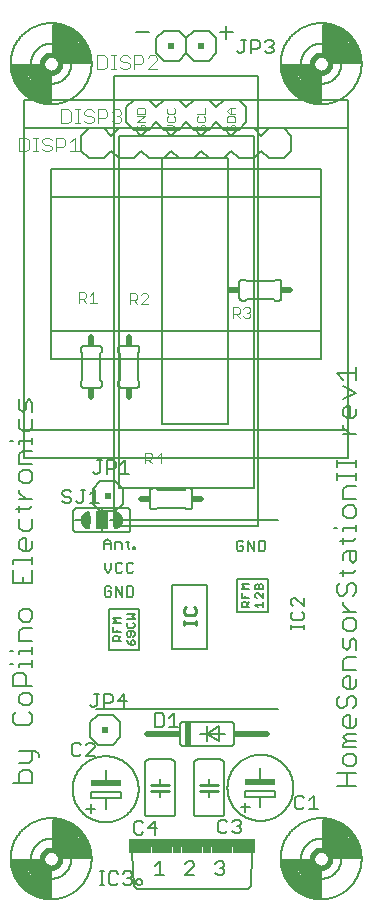
<source format=gto>
G75*
%MOIN*%
%OFA0B0*%
%FSLAX25Y25*%
%IPPOS*%
%LPD*%
%AMOC8*
5,1,8,0,0,1.08239X$1,22.5*
%
%ADD10C,0.00600*%
%ADD11C,0.00500*%
%ADD12C,0.00900*%
%ADD13C,0.00800*%
%ADD14R,0.04000X0.06000*%
%ADD15R,0.02000X0.02000*%
%ADD16C,0.00400*%
%ADD17C,0.00200*%
%ADD18C,0.02000*%
%ADD19R,0.02000X0.01000*%
%ADD20C,0.00980*%
%ADD21C,0.01800*%
%ADD22R,0.01000X0.02000*%
%ADD23R,0.42000X0.03000*%
%ADD24R,0.07500X0.02000*%
%ADD25R,0.03000X0.02000*%
%ADD26R,0.07000X0.02000*%
%ADD27R,0.10000X0.02000*%
%ADD28C,0.01000*%
%ADD29R,0.02000X0.08000*%
D10*
X0102652Y0042300D02*
X0109058Y0042300D01*
X0109058Y0045503D01*
X0107990Y0046570D01*
X0105855Y0046570D01*
X0104788Y0045503D01*
X0104788Y0042300D01*
X0104788Y0048745D02*
X0107990Y0048745D01*
X0109058Y0049813D01*
X0109058Y0053016D01*
X0110125Y0053016D02*
X0111193Y0051948D01*
X0111193Y0050881D01*
X0110125Y0053016D02*
X0104788Y0053016D01*
X0103720Y0061636D02*
X0107990Y0061636D01*
X0109058Y0062704D01*
X0109058Y0064839D01*
X0107990Y0065907D01*
X0107990Y0068082D02*
X0105855Y0068082D01*
X0104788Y0069150D01*
X0104788Y0071285D01*
X0105855Y0072352D01*
X0107990Y0072352D01*
X0109058Y0071285D01*
X0109058Y0069150D01*
X0107990Y0068082D01*
X0103720Y0065907D02*
X0102652Y0064839D01*
X0102652Y0062704D01*
X0103720Y0061636D01*
X0102652Y0074527D02*
X0102652Y0077730D01*
X0103720Y0078798D01*
X0105855Y0078798D01*
X0106923Y0077730D01*
X0106923Y0074527D01*
X0109058Y0074527D02*
X0102652Y0074527D01*
X0104788Y0080973D02*
X0104788Y0082041D01*
X0109058Y0082041D01*
X0109058Y0083108D02*
X0109058Y0080973D01*
X0109058Y0085270D02*
X0109058Y0087405D01*
X0109058Y0086338D02*
X0104788Y0086338D01*
X0104788Y0085270D01*
X0102652Y0086338D02*
X0101585Y0086338D01*
X0101585Y0082041D02*
X0102652Y0082041D01*
X0104788Y0089567D02*
X0104788Y0092770D01*
X0105855Y0093837D01*
X0109058Y0093837D01*
X0107990Y0096012D02*
X0109058Y0097080D01*
X0109058Y0099215D01*
X0107990Y0100283D01*
X0105855Y0100283D01*
X0104788Y0099215D01*
X0104788Y0097080D01*
X0105855Y0096012D01*
X0107990Y0096012D01*
X0109058Y0089567D02*
X0104788Y0089567D01*
X0105855Y0108903D02*
X0105855Y0111039D01*
X0102652Y0113174D02*
X0102652Y0108903D01*
X0109058Y0108903D01*
X0109058Y0113174D01*
X0109058Y0115349D02*
X0109058Y0117484D01*
X0109058Y0116417D02*
X0102652Y0116417D01*
X0102652Y0115349D01*
X0105855Y0119646D02*
X0104788Y0120714D01*
X0104788Y0122849D01*
X0105855Y0123916D01*
X0106923Y0123916D01*
X0106923Y0119646D01*
X0107990Y0119646D02*
X0105855Y0119646D01*
X0107990Y0119646D02*
X0109058Y0120714D01*
X0109058Y0122849D01*
X0107990Y0126091D02*
X0105855Y0126091D01*
X0104788Y0127159D01*
X0104788Y0130362D01*
X0104788Y0132537D02*
X0104788Y0134672D01*
X0103720Y0133605D02*
X0107990Y0133605D01*
X0109058Y0134672D01*
X0109058Y0136834D02*
X0104788Y0136834D01*
X0106923Y0136834D02*
X0104788Y0138969D01*
X0104788Y0140037D01*
X0105855Y0142205D02*
X0107990Y0142205D01*
X0109058Y0143273D01*
X0109058Y0145408D01*
X0107990Y0146476D01*
X0105855Y0146476D01*
X0104788Y0145408D01*
X0104788Y0143273D01*
X0105855Y0142205D01*
X0104788Y0148651D02*
X0104788Y0151853D01*
X0105855Y0152921D01*
X0109058Y0152921D01*
X0109058Y0155096D02*
X0109058Y0157231D01*
X0109058Y0156164D02*
X0104788Y0156164D01*
X0104788Y0155096D01*
X0102652Y0156164D02*
X0101585Y0156164D01*
X0105855Y0159393D02*
X0107990Y0159393D01*
X0109058Y0160461D01*
X0109058Y0163664D01*
X0109058Y0165839D02*
X0109058Y0169041D01*
X0107990Y0170109D01*
X0106923Y0169041D01*
X0106923Y0166906D01*
X0105855Y0165839D01*
X0104788Y0166906D01*
X0104788Y0170109D01*
X0104788Y0163664D02*
X0104788Y0160461D01*
X0105855Y0159393D01*
X0104788Y0148651D02*
X0109058Y0148651D01*
X0123819Y0133843D02*
X0140819Y0133843D01*
X0140879Y0133841D01*
X0140940Y0133836D01*
X0140999Y0133827D01*
X0141058Y0133814D01*
X0141117Y0133798D01*
X0141174Y0133778D01*
X0141229Y0133755D01*
X0141284Y0133728D01*
X0141336Y0133699D01*
X0141387Y0133666D01*
X0141436Y0133630D01*
X0141482Y0133592D01*
X0141526Y0133550D01*
X0141568Y0133506D01*
X0141606Y0133460D01*
X0141642Y0133411D01*
X0141675Y0133360D01*
X0141704Y0133308D01*
X0141731Y0133253D01*
X0141754Y0133198D01*
X0141774Y0133141D01*
X0141790Y0133082D01*
X0141803Y0133023D01*
X0141812Y0132964D01*
X0141817Y0132903D01*
X0141819Y0132843D01*
X0141819Y0126843D01*
X0141817Y0126783D01*
X0141812Y0126722D01*
X0141803Y0126663D01*
X0141790Y0126604D01*
X0141774Y0126545D01*
X0141754Y0126488D01*
X0141731Y0126433D01*
X0141704Y0126378D01*
X0141675Y0126326D01*
X0141642Y0126275D01*
X0141606Y0126226D01*
X0141568Y0126180D01*
X0141526Y0126136D01*
X0141482Y0126094D01*
X0141436Y0126056D01*
X0141387Y0126020D01*
X0141336Y0125987D01*
X0141284Y0125958D01*
X0141229Y0125931D01*
X0141174Y0125908D01*
X0141117Y0125888D01*
X0141058Y0125872D01*
X0140999Y0125859D01*
X0140940Y0125850D01*
X0140879Y0125845D01*
X0140819Y0125843D01*
X0123819Y0125843D01*
X0123759Y0125845D01*
X0123698Y0125850D01*
X0123639Y0125859D01*
X0123580Y0125872D01*
X0123521Y0125888D01*
X0123464Y0125908D01*
X0123409Y0125931D01*
X0123354Y0125958D01*
X0123302Y0125987D01*
X0123251Y0126020D01*
X0123202Y0126056D01*
X0123156Y0126094D01*
X0123112Y0126136D01*
X0123070Y0126180D01*
X0123032Y0126226D01*
X0122996Y0126275D01*
X0122963Y0126326D01*
X0122934Y0126378D01*
X0122907Y0126433D01*
X0122884Y0126488D01*
X0122864Y0126545D01*
X0122848Y0126604D01*
X0122835Y0126663D01*
X0122826Y0126722D01*
X0122821Y0126783D01*
X0122819Y0126843D01*
X0122819Y0132843D01*
X0122821Y0132903D01*
X0122826Y0132964D01*
X0122835Y0133023D01*
X0122848Y0133082D01*
X0122864Y0133141D01*
X0122884Y0133198D01*
X0122907Y0133253D01*
X0122934Y0133308D01*
X0122963Y0133360D01*
X0122996Y0133411D01*
X0123032Y0133460D01*
X0123070Y0133506D01*
X0123112Y0133550D01*
X0123156Y0133592D01*
X0123202Y0133630D01*
X0123251Y0133666D01*
X0123302Y0133699D01*
X0123354Y0133728D01*
X0123409Y0133755D01*
X0123464Y0133778D01*
X0123521Y0133798D01*
X0123580Y0133814D01*
X0123639Y0133827D01*
X0123698Y0133836D01*
X0123759Y0133841D01*
X0123819Y0133843D01*
X0123319Y0129843D02*
X0125319Y0129843D01*
X0129319Y0135343D02*
X0131819Y0132843D01*
X0136819Y0132843D01*
X0139319Y0135343D01*
X0139319Y0140343D01*
X0136819Y0142843D01*
X0131819Y0142843D01*
X0129319Y0140343D01*
X0129319Y0135343D01*
X0132319Y0133843D02*
X0132319Y0132843D01*
X0132319Y0126843D02*
X0132319Y0125843D01*
X0134105Y0123553D02*
X0135240Y0122419D01*
X0135240Y0120150D01*
X0136654Y0120150D02*
X0136654Y0122419D01*
X0138356Y0122419D01*
X0138923Y0121852D01*
X0138923Y0120150D01*
X0140904Y0120718D02*
X0140904Y0122986D01*
X0140337Y0122419D02*
X0141472Y0122419D01*
X0140904Y0120718D02*
X0141472Y0120150D01*
X0142793Y0120150D02*
X0143360Y0120150D01*
X0143360Y0120718D01*
X0142793Y0120718D01*
X0142793Y0120150D01*
X0142259Y0115660D02*
X0141125Y0115660D01*
X0140557Y0115092D01*
X0140557Y0112824D01*
X0141125Y0112257D01*
X0142259Y0112257D01*
X0142826Y0112824D01*
X0142826Y0115092D02*
X0142259Y0115660D01*
X0139143Y0115092D02*
X0138576Y0115660D01*
X0137441Y0115660D01*
X0136874Y0115092D01*
X0136874Y0112824D01*
X0137441Y0112257D01*
X0138576Y0112257D01*
X0139143Y0112824D01*
X0135460Y0113391D02*
X0134325Y0112257D01*
X0133191Y0113391D01*
X0133191Y0115660D01*
X0135460Y0115660D02*
X0135460Y0113391D01*
X0134893Y0107766D02*
X0133758Y0107766D01*
X0133191Y0107199D01*
X0133191Y0104930D01*
X0133758Y0104363D01*
X0134893Y0104363D01*
X0135460Y0104930D01*
X0135460Y0106064D01*
X0134325Y0106064D01*
X0135460Y0107199D02*
X0134893Y0107766D01*
X0136874Y0107766D02*
X0139143Y0104363D01*
X0139143Y0107766D01*
X0140557Y0107766D02*
X0140557Y0104363D01*
X0142259Y0104363D01*
X0142826Y0104930D01*
X0142826Y0107199D01*
X0142259Y0107766D01*
X0140557Y0107766D01*
X0136874Y0107766D02*
X0136874Y0104363D01*
X0134669Y0100060D02*
X0134669Y0086560D01*
X0144669Y0086560D01*
X0144669Y0100060D01*
X0134669Y0100060D01*
X0136123Y0097168D02*
X0138725Y0097168D01*
X0138725Y0095433D02*
X0136123Y0095433D01*
X0136990Y0096300D01*
X0136123Y0097168D01*
X0136123Y0094221D02*
X0136123Y0092487D01*
X0138725Y0092487D01*
X0138725Y0091275D02*
X0137858Y0090407D01*
X0137858Y0090841D02*
X0137858Y0089540D01*
X0138725Y0089540D02*
X0136123Y0089540D01*
X0136123Y0090841D01*
X0136556Y0091275D01*
X0137424Y0091275D01*
X0137858Y0090841D01*
X0137424Y0092487D02*
X0137424Y0093354D01*
X0140667Y0094394D02*
X0141100Y0093960D01*
X0142835Y0093960D01*
X0143269Y0094394D01*
X0143269Y0095261D01*
X0142835Y0095695D01*
X0143269Y0096906D02*
X0142402Y0097774D01*
X0143269Y0098641D01*
X0140667Y0098641D01*
X0140667Y0096906D02*
X0143269Y0096906D01*
X0141100Y0095695D02*
X0140667Y0095261D01*
X0140667Y0094394D01*
X0141100Y0092748D02*
X0140667Y0092314D01*
X0140667Y0091447D01*
X0141100Y0091013D01*
X0141534Y0091013D01*
X0141968Y0091447D01*
X0141968Y0092748D01*
X0142835Y0092748D02*
X0141100Y0092748D01*
X0142835Y0092748D02*
X0143269Y0092314D01*
X0143269Y0091447D01*
X0142835Y0091013D01*
X0142835Y0089802D02*
X0142402Y0089802D01*
X0141968Y0089368D01*
X0141968Y0088067D01*
X0142835Y0088067D01*
X0143269Y0088501D01*
X0143269Y0089368D01*
X0142835Y0089802D01*
X0141968Y0088067D02*
X0141100Y0088934D01*
X0140667Y0089802D01*
X0155806Y0086760D02*
X0167306Y0086760D01*
X0167306Y0108260D01*
X0155806Y0108260D01*
X0155806Y0086760D01*
X0177206Y0099360D02*
X0187606Y0099360D01*
X0187606Y0110360D01*
X0177206Y0110360D01*
X0177206Y0099360D01*
X0178860Y0100840D02*
X0178860Y0102141D01*
X0179293Y0102575D01*
X0180161Y0102575D01*
X0180595Y0102141D01*
X0180595Y0100840D01*
X0181462Y0100840D02*
X0178860Y0100840D01*
X0180595Y0101707D02*
X0181462Y0102575D01*
X0181462Y0103787D02*
X0178860Y0103787D01*
X0178860Y0105521D01*
X0178860Y0106733D02*
X0179727Y0107601D01*
X0178860Y0108468D01*
X0181462Y0108468D01*
X0181462Y0106733D02*
X0178860Y0106733D01*
X0180161Y0104654D02*
X0180161Y0103787D01*
X0183404Y0104220D02*
X0183837Y0103787D01*
X0183404Y0104220D02*
X0183404Y0105088D01*
X0183837Y0105521D01*
X0184271Y0105521D01*
X0186006Y0103787D01*
X0186006Y0105521D01*
X0186006Y0106733D02*
X0186006Y0108034D01*
X0185572Y0108468D01*
X0185139Y0108468D01*
X0184705Y0108034D01*
X0184705Y0106733D01*
X0186006Y0106733D02*
X0183404Y0106733D01*
X0183404Y0108034D01*
X0183837Y0108468D01*
X0184271Y0108468D01*
X0184705Y0108034D01*
X0186006Y0102575D02*
X0186006Y0100840D01*
X0186006Y0101707D02*
X0183404Y0101707D01*
X0184271Y0100840D01*
X0184539Y0119611D02*
X0186241Y0119611D01*
X0186808Y0120178D01*
X0186808Y0122447D01*
X0186241Y0123014D01*
X0184539Y0123014D01*
X0184539Y0119611D01*
X0183125Y0119611D02*
X0183125Y0123014D01*
X0180856Y0123014D02*
X0180856Y0119611D01*
X0179442Y0120178D02*
X0179442Y0121312D01*
X0178307Y0121312D01*
X0177173Y0120178D02*
X0177740Y0119611D01*
X0178874Y0119611D01*
X0179442Y0120178D01*
X0179442Y0122447D02*
X0178874Y0123014D01*
X0177740Y0123014D01*
X0177173Y0122447D01*
X0177173Y0120178D01*
X0180856Y0123014D02*
X0183125Y0119611D01*
X0162358Y0134500D02*
X0162358Y0139500D01*
X0162356Y0139560D01*
X0162351Y0139621D01*
X0162342Y0139680D01*
X0162329Y0139739D01*
X0162313Y0139798D01*
X0162293Y0139855D01*
X0162270Y0139910D01*
X0162243Y0139965D01*
X0162214Y0140017D01*
X0162181Y0140068D01*
X0162145Y0140117D01*
X0162107Y0140163D01*
X0162065Y0140207D01*
X0162021Y0140249D01*
X0161975Y0140287D01*
X0161926Y0140323D01*
X0161875Y0140356D01*
X0161823Y0140385D01*
X0161768Y0140412D01*
X0161713Y0140435D01*
X0161656Y0140455D01*
X0161597Y0140471D01*
X0161538Y0140484D01*
X0161479Y0140493D01*
X0161418Y0140498D01*
X0161358Y0140500D01*
X0160358Y0140500D01*
X0159858Y0140000D01*
X0150858Y0140000D01*
X0150358Y0140500D01*
X0149358Y0140500D01*
X0149298Y0140498D01*
X0149237Y0140493D01*
X0149178Y0140484D01*
X0149119Y0140471D01*
X0149060Y0140455D01*
X0149003Y0140435D01*
X0148948Y0140412D01*
X0148893Y0140385D01*
X0148841Y0140356D01*
X0148790Y0140323D01*
X0148741Y0140287D01*
X0148695Y0140249D01*
X0148651Y0140207D01*
X0148609Y0140163D01*
X0148571Y0140117D01*
X0148535Y0140068D01*
X0148502Y0140017D01*
X0148473Y0139965D01*
X0148446Y0139910D01*
X0148423Y0139855D01*
X0148403Y0139798D01*
X0148387Y0139739D01*
X0148374Y0139680D01*
X0148365Y0139621D01*
X0148360Y0139560D01*
X0148358Y0139500D01*
X0148358Y0134500D01*
X0148360Y0134440D01*
X0148365Y0134379D01*
X0148374Y0134320D01*
X0148387Y0134261D01*
X0148403Y0134202D01*
X0148423Y0134145D01*
X0148446Y0134090D01*
X0148473Y0134035D01*
X0148502Y0133983D01*
X0148535Y0133932D01*
X0148571Y0133883D01*
X0148609Y0133837D01*
X0148651Y0133793D01*
X0148695Y0133751D01*
X0148741Y0133713D01*
X0148790Y0133677D01*
X0148841Y0133644D01*
X0148893Y0133615D01*
X0148948Y0133588D01*
X0149003Y0133565D01*
X0149060Y0133545D01*
X0149119Y0133529D01*
X0149178Y0133516D01*
X0149237Y0133507D01*
X0149298Y0133502D01*
X0149358Y0133500D01*
X0150358Y0133500D01*
X0150858Y0134000D01*
X0159858Y0134000D01*
X0160358Y0133500D01*
X0161358Y0133500D01*
X0161418Y0133502D01*
X0161479Y0133507D01*
X0161538Y0133516D01*
X0161597Y0133529D01*
X0161656Y0133545D01*
X0161713Y0133565D01*
X0161768Y0133588D01*
X0161823Y0133615D01*
X0161875Y0133644D01*
X0161926Y0133677D01*
X0161975Y0133713D01*
X0162021Y0133751D01*
X0162065Y0133793D01*
X0162107Y0133837D01*
X0162145Y0133883D01*
X0162181Y0133932D01*
X0162214Y0133983D01*
X0162243Y0134035D01*
X0162270Y0134090D01*
X0162293Y0134145D01*
X0162313Y0134202D01*
X0162329Y0134261D01*
X0162342Y0134320D01*
X0162351Y0134379D01*
X0162356Y0134440D01*
X0162358Y0134500D01*
X0141319Y0129843D02*
X0139319Y0129843D01*
X0134105Y0123553D02*
X0132971Y0122419D01*
X0132971Y0120150D01*
X0132971Y0121852D02*
X0135240Y0121852D01*
X0109058Y0127159D02*
X0109058Y0130362D01*
X0109058Y0127159D02*
X0107990Y0126091D01*
X0126283Y0174016D02*
X0131283Y0174016D01*
X0131343Y0174018D01*
X0131404Y0174023D01*
X0131463Y0174032D01*
X0131522Y0174045D01*
X0131581Y0174061D01*
X0131638Y0174081D01*
X0131693Y0174104D01*
X0131748Y0174131D01*
X0131800Y0174160D01*
X0131851Y0174193D01*
X0131900Y0174229D01*
X0131946Y0174267D01*
X0131990Y0174309D01*
X0132032Y0174353D01*
X0132070Y0174399D01*
X0132106Y0174448D01*
X0132139Y0174499D01*
X0132168Y0174551D01*
X0132195Y0174606D01*
X0132218Y0174661D01*
X0132238Y0174718D01*
X0132254Y0174777D01*
X0132267Y0174836D01*
X0132276Y0174895D01*
X0132281Y0174956D01*
X0132283Y0175016D01*
X0132283Y0176016D01*
X0131783Y0176516D01*
X0131783Y0185516D01*
X0132283Y0186016D01*
X0132283Y0187016D01*
X0132281Y0187076D01*
X0132276Y0187137D01*
X0132267Y0187196D01*
X0132254Y0187255D01*
X0132238Y0187314D01*
X0132218Y0187371D01*
X0132195Y0187426D01*
X0132168Y0187481D01*
X0132139Y0187533D01*
X0132106Y0187584D01*
X0132070Y0187633D01*
X0132032Y0187679D01*
X0131990Y0187723D01*
X0131946Y0187765D01*
X0131900Y0187803D01*
X0131851Y0187839D01*
X0131800Y0187872D01*
X0131748Y0187901D01*
X0131693Y0187928D01*
X0131638Y0187951D01*
X0131581Y0187971D01*
X0131522Y0187987D01*
X0131463Y0188000D01*
X0131404Y0188009D01*
X0131343Y0188014D01*
X0131283Y0188016D01*
X0126283Y0188016D01*
X0126223Y0188014D01*
X0126162Y0188009D01*
X0126103Y0188000D01*
X0126044Y0187987D01*
X0125985Y0187971D01*
X0125928Y0187951D01*
X0125873Y0187928D01*
X0125818Y0187901D01*
X0125766Y0187872D01*
X0125715Y0187839D01*
X0125666Y0187803D01*
X0125620Y0187765D01*
X0125576Y0187723D01*
X0125534Y0187679D01*
X0125496Y0187633D01*
X0125460Y0187584D01*
X0125427Y0187533D01*
X0125398Y0187481D01*
X0125371Y0187426D01*
X0125348Y0187371D01*
X0125328Y0187314D01*
X0125312Y0187255D01*
X0125299Y0187196D01*
X0125290Y0187137D01*
X0125285Y0187076D01*
X0125283Y0187016D01*
X0125283Y0186016D01*
X0125783Y0185516D01*
X0125783Y0176516D01*
X0125283Y0176016D01*
X0125283Y0175016D01*
X0125285Y0174956D01*
X0125290Y0174895D01*
X0125299Y0174836D01*
X0125312Y0174777D01*
X0125328Y0174718D01*
X0125348Y0174661D01*
X0125371Y0174606D01*
X0125398Y0174551D01*
X0125427Y0174499D01*
X0125460Y0174448D01*
X0125496Y0174399D01*
X0125534Y0174353D01*
X0125576Y0174309D01*
X0125620Y0174267D01*
X0125666Y0174229D01*
X0125715Y0174193D01*
X0125766Y0174160D01*
X0125818Y0174131D01*
X0125873Y0174104D01*
X0125928Y0174081D01*
X0125985Y0174061D01*
X0126044Y0174045D01*
X0126103Y0174032D01*
X0126162Y0174023D01*
X0126223Y0174018D01*
X0126283Y0174016D01*
X0137763Y0175016D02*
X0137763Y0176016D01*
X0138263Y0176516D01*
X0138263Y0185516D01*
X0137763Y0186016D01*
X0137763Y0187016D01*
X0137765Y0187076D01*
X0137770Y0187137D01*
X0137779Y0187196D01*
X0137792Y0187255D01*
X0137808Y0187314D01*
X0137828Y0187371D01*
X0137851Y0187426D01*
X0137878Y0187481D01*
X0137907Y0187533D01*
X0137940Y0187584D01*
X0137976Y0187633D01*
X0138014Y0187679D01*
X0138056Y0187723D01*
X0138100Y0187765D01*
X0138146Y0187803D01*
X0138195Y0187839D01*
X0138246Y0187872D01*
X0138298Y0187901D01*
X0138353Y0187928D01*
X0138408Y0187951D01*
X0138465Y0187971D01*
X0138524Y0187987D01*
X0138583Y0188000D01*
X0138642Y0188009D01*
X0138703Y0188014D01*
X0138763Y0188016D01*
X0143763Y0188016D01*
X0143823Y0188014D01*
X0143884Y0188009D01*
X0143943Y0188000D01*
X0144002Y0187987D01*
X0144061Y0187971D01*
X0144118Y0187951D01*
X0144173Y0187928D01*
X0144228Y0187901D01*
X0144280Y0187872D01*
X0144331Y0187839D01*
X0144380Y0187803D01*
X0144426Y0187765D01*
X0144470Y0187723D01*
X0144512Y0187679D01*
X0144550Y0187633D01*
X0144586Y0187584D01*
X0144619Y0187533D01*
X0144648Y0187481D01*
X0144675Y0187426D01*
X0144698Y0187371D01*
X0144718Y0187314D01*
X0144734Y0187255D01*
X0144747Y0187196D01*
X0144756Y0187137D01*
X0144761Y0187076D01*
X0144763Y0187016D01*
X0144763Y0186016D01*
X0144263Y0185516D01*
X0144263Y0176516D01*
X0144763Y0176016D01*
X0144763Y0175016D01*
X0144761Y0174956D01*
X0144756Y0174895D01*
X0144747Y0174836D01*
X0144734Y0174777D01*
X0144718Y0174718D01*
X0144698Y0174661D01*
X0144675Y0174606D01*
X0144648Y0174551D01*
X0144619Y0174499D01*
X0144586Y0174448D01*
X0144550Y0174399D01*
X0144512Y0174353D01*
X0144470Y0174309D01*
X0144426Y0174267D01*
X0144380Y0174229D01*
X0144331Y0174193D01*
X0144280Y0174160D01*
X0144228Y0174131D01*
X0144173Y0174104D01*
X0144118Y0174081D01*
X0144061Y0174061D01*
X0144002Y0174045D01*
X0143943Y0174032D01*
X0143884Y0174023D01*
X0143823Y0174018D01*
X0143763Y0174016D01*
X0138763Y0174016D01*
X0138703Y0174018D01*
X0138642Y0174023D01*
X0138583Y0174032D01*
X0138524Y0174045D01*
X0138465Y0174061D01*
X0138408Y0174081D01*
X0138353Y0174104D01*
X0138298Y0174131D01*
X0138246Y0174160D01*
X0138195Y0174193D01*
X0138146Y0174229D01*
X0138100Y0174267D01*
X0138056Y0174309D01*
X0138014Y0174353D01*
X0137976Y0174399D01*
X0137940Y0174448D01*
X0137907Y0174499D01*
X0137878Y0174551D01*
X0137851Y0174606D01*
X0137828Y0174661D01*
X0137808Y0174718D01*
X0137792Y0174777D01*
X0137779Y0174836D01*
X0137770Y0174895D01*
X0137765Y0174956D01*
X0137763Y0175016D01*
X0178122Y0204028D02*
X0178122Y0209028D01*
X0178124Y0209088D01*
X0178129Y0209149D01*
X0178138Y0209208D01*
X0178151Y0209267D01*
X0178167Y0209326D01*
X0178187Y0209383D01*
X0178210Y0209438D01*
X0178237Y0209493D01*
X0178266Y0209545D01*
X0178299Y0209596D01*
X0178335Y0209645D01*
X0178373Y0209691D01*
X0178415Y0209735D01*
X0178459Y0209777D01*
X0178505Y0209815D01*
X0178554Y0209851D01*
X0178605Y0209884D01*
X0178657Y0209913D01*
X0178712Y0209940D01*
X0178767Y0209963D01*
X0178824Y0209983D01*
X0178883Y0209999D01*
X0178942Y0210012D01*
X0179001Y0210021D01*
X0179062Y0210026D01*
X0179122Y0210028D01*
X0180122Y0210028D01*
X0180622Y0209528D01*
X0189622Y0209528D01*
X0190122Y0210028D01*
X0191122Y0210028D01*
X0191182Y0210026D01*
X0191243Y0210021D01*
X0191302Y0210012D01*
X0191361Y0209999D01*
X0191420Y0209983D01*
X0191477Y0209963D01*
X0191532Y0209940D01*
X0191587Y0209913D01*
X0191639Y0209884D01*
X0191690Y0209851D01*
X0191739Y0209815D01*
X0191785Y0209777D01*
X0191829Y0209735D01*
X0191871Y0209691D01*
X0191909Y0209645D01*
X0191945Y0209596D01*
X0191978Y0209545D01*
X0192007Y0209493D01*
X0192034Y0209438D01*
X0192057Y0209383D01*
X0192077Y0209326D01*
X0192093Y0209267D01*
X0192106Y0209208D01*
X0192115Y0209149D01*
X0192120Y0209088D01*
X0192122Y0209028D01*
X0192122Y0204028D01*
X0192120Y0203968D01*
X0192115Y0203907D01*
X0192106Y0203848D01*
X0192093Y0203789D01*
X0192077Y0203730D01*
X0192057Y0203673D01*
X0192034Y0203618D01*
X0192007Y0203563D01*
X0191978Y0203511D01*
X0191945Y0203460D01*
X0191909Y0203411D01*
X0191871Y0203365D01*
X0191829Y0203321D01*
X0191785Y0203279D01*
X0191739Y0203241D01*
X0191690Y0203205D01*
X0191639Y0203172D01*
X0191587Y0203143D01*
X0191532Y0203116D01*
X0191477Y0203093D01*
X0191420Y0203073D01*
X0191361Y0203057D01*
X0191302Y0203044D01*
X0191243Y0203035D01*
X0191182Y0203030D01*
X0191122Y0203028D01*
X0190122Y0203028D01*
X0189622Y0203528D01*
X0180622Y0203528D01*
X0180122Y0203028D01*
X0179122Y0203028D01*
X0179062Y0203030D01*
X0179001Y0203035D01*
X0178942Y0203044D01*
X0178883Y0203057D01*
X0178824Y0203073D01*
X0178767Y0203093D01*
X0178712Y0203116D01*
X0178657Y0203143D01*
X0178605Y0203172D01*
X0178554Y0203205D01*
X0178505Y0203241D01*
X0178459Y0203279D01*
X0178415Y0203321D01*
X0178373Y0203365D01*
X0178335Y0203411D01*
X0178299Y0203460D01*
X0178266Y0203511D01*
X0178237Y0203563D01*
X0178210Y0203618D01*
X0178187Y0203673D01*
X0178167Y0203730D01*
X0178151Y0203789D01*
X0178138Y0203848D01*
X0178129Y0203907D01*
X0178124Y0203968D01*
X0178122Y0204028D01*
X0210652Y0178791D02*
X0217058Y0178791D01*
X0217058Y0180926D02*
X0217058Y0176655D01*
X0212788Y0176655D02*
X0210652Y0178791D01*
X0212788Y0174480D02*
X0217058Y0172345D01*
X0212788Y0170210D01*
X0213855Y0168035D02*
X0214923Y0168035D01*
X0214923Y0163764D01*
X0215990Y0163764D02*
X0213855Y0163764D01*
X0212788Y0164832D01*
X0212788Y0166967D01*
X0213855Y0168035D01*
X0217058Y0166967D02*
X0217058Y0164832D01*
X0215990Y0163764D01*
X0212788Y0161596D02*
X0212788Y0160528D01*
X0214923Y0158393D01*
X0217058Y0158393D02*
X0212788Y0158393D01*
X0210652Y0149786D02*
X0210652Y0147651D01*
X0210652Y0148718D02*
X0217058Y0148718D01*
X0217058Y0147651D02*
X0217058Y0149786D01*
X0217058Y0145489D02*
X0217058Y0143354D01*
X0217058Y0144421D02*
X0210652Y0144421D01*
X0210652Y0143354D02*
X0210652Y0145489D01*
X0213855Y0141179D02*
X0217058Y0141179D01*
X0213855Y0141179D02*
X0212788Y0140111D01*
X0212788Y0136908D01*
X0217058Y0136908D01*
X0215990Y0134733D02*
X0213855Y0134733D01*
X0212788Y0133665D01*
X0212788Y0131530D01*
X0213855Y0130463D01*
X0215990Y0130463D01*
X0217058Y0131530D01*
X0217058Y0133665D01*
X0215990Y0134733D01*
X0217058Y0128301D02*
X0217058Y0126166D01*
X0217058Y0127233D02*
X0212788Y0127233D01*
X0212788Y0126166D01*
X0212788Y0124004D02*
X0212788Y0121869D01*
X0211720Y0122936D02*
X0215990Y0122936D01*
X0217058Y0124004D01*
X0217058Y0119694D02*
X0213855Y0119694D01*
X0212788Y0118626D01*
X0212788Y0116491D01*
X0214923Y0116491D02*
X0214923Y0119694D01*
X0217058Y0119694D02*
X0217058Y0116491D01*
X0215990Y0115423D01*
X0214923Y0116491D01*
X0217058Y0113261D02*
X0215990Y0112194D01*
X0211720Y0112194D01*
X0212788Y0113261D02*
X0212788Y0111126D01*
X0211720Y0108951D02*
X0210652Y0107883D01*
X0210652Y0105748D01*
X0211720Y0104681D01*
X0212788Y0104681D01*
X0213855Y0105748D01*
X0213855Y0107883D01*
X0214923Y0108951D01*
X0215990Y0108951D01*
X0217058Y0107883D01*
X0217058Y0105748D01*
X0215990Y0104681D01*
X0212788Y0102512D02*
X0212788Y0101445D01*
X0214923Y0099309D01*
X0217058Y0099309D02*
X0212788Y0099309D01*
X0213855Y0097134D02*
X0212788Y0096067D01*
X0212788Y0093932D01*
X0213855Y0092864D01*
X0215990Y0092864D01*
X0217058Y0093932D01*
X0217058Y0096067D01*
X0215990Y0097134D01*
X0213855Y0097134D01*
X0212788Y0090689D02*
X0212788Y0087486D01*
X0213855Y0086418D01*
X0214923Y0087486D01*
X0214923Y0089621D01*
X0215990Y0090689D01*
X0217058Y0089621D01*
X0217058Y0086418D01*
X0217058Y0084243D02*
X0213855Y0084243D01*
X0212788Y0083176D01*
X0212788Y0079973D01*
X0217058Y0079973D01*
X0214923Y0077798D02*
X0214923Y0073527D01*
X0215990Y0073527D02*
X0213855Y0073527D01*
X0212788Y0074595D01*
X0212788Y0076730D01*
X0213855Y0077798D01*
X0214923Y0077798D01*
X0217058Y0076730D02*
X0217058Y0074595D01*
X0215990Y0073527D01*
X0215990Y0071352D02*
X0217058Y0070285D01*
X0217058Y0068150D01*
X0215990Y0067082D01*
X0213855Y0068150D02*
X0213855Y0070285D01*
X0214923Y0071352D01*
X0215990Y0071352D01*
X0213855Y0068150D02*
X0212788Y0067082D01*
X0211720Y0067082D01*
X0210652Y0068150D01*
X0210652Y0070285D01*
X0211720Y0071352D01*
X0213855Y0064907D02*
X0214923Y0064907D01*
X0214923Y0060636D01*
X0215990Y0060636D02*
X0213855Y0060636D01*
X0212788Y0061704D01*
X0212788Y0063839D01*
X0213855Y0064907D01*
X0217058Y0063839D02*
X0217058Y0061704D01*
X0215990Y0060636D01*
X0217058Y0058461D02*
X0213855Y0058461D01*
X0212788Y0057394D01*
X0213855Y0056326D01*
X0217058Y0056326D01*
X0217058Y0054191D02*
X0212788Y0054191D01*
X0212788Y0055259D01*
X0213855Y0056326D01*
X0213855Y0052016D02*
X0212788Y0050948D01*
X0212788Y0048813D01*
X0213855Y0047745D01*
X0215990Y0047745D01*
X0217058Y0048813D01*
X0217058Y0050948D01*
X0215990Y0052016D01*
X0213855Y0052016D01*
X0213855Y0045570D02*
X0213855Y0041300D01*
X0217058Y0041300D02*
X0210652Y0041300D01*
X0210652Y0045570D02*
X0217058Y0045570D01*
X0190161Y0039630D02*
X0190161Y0037630D01*
X0185161Y0037630D01*
X0180161Y0037630D01*
X0180161Y0039630D01*
X0190161Y0039630D01*
X0174161Y0040630D02*
X0174164Y0040900D01*
X0174174Y0041170D01*
X0174191Y0041439D01*
X0174214Y0041708D01*
X0174244Y0041977D01*
X0174280Y0042244D01*
X0174323Y0042511D01*
X0174372Y0042776D01*
X0174428Y0043040D01*
X0174491Y0043303D01*
X0174559Y0043564D01*
X0174635Y0043823D01*
X0174716Y0044080D01*
X0174804Y0044336D01*
X0174898Y0044589D01*
X0174998Y0044840D01*
X0175105Y0045088D01*
X0175217Y0045333D01*
X0175336Y0045576D01*
X0175460Y0045815D01*
X0175590Y0046052D01*
X0175726Y0046285D01*
X0175868Y0046515D01*
X0176015Y0046741D01*
X0176168Y0046964D01*
X0176326Y0047183D01*
X0176489Y0047398D01*
X0176658Y0047608D01*
X0176832Y0047815D01*
X0177011Y0048017D01*
X0177194Y0048215D01*
X0177383Y0048408D01*
X0177576Y0048597D01*
X0177774Y0048780D01*
X0177976Y0048959D01*
X0178183Y0049133D01*
X0178393Y0049302D01*
X0178608Y0049465D01*
X0178827Y0049623D01*
X0179050Y0049776D01*
X0179276Y0049923D01*
X0179506Y0050065D01*
X0179739Y0050201D01*
X0179976Y0050331D01*
X0180215Y0050455D01*
X0180458Y0050574D01*
X0180703Y0050686D01*
X0180951Y0050793D01*
X0181202Y0050893D01*
X0181455Y0050987D01*
X0181711Y0051075D01*
X0181968Y0051156D01*
X0182227Y0051232D01*
X0182488Y0051300D01*
X0182751Y0051363D01*
X0183015Y0051419D01*
X0183280Y0051468D01*
X0183547Y0051511D01*
X0183814Y0051547D01*
X0184083Y0051577D01*
X0184352Y0051600D01*
X0184621Y0051617D01*
X0184891Y0051627D01*
X0185161Y0051630D01*
X0185431Y0051627D01*
X0185701Y0051617D01*
X0185970Y0051600D01*
X0186239Y0051577D01*
X0186508Y0051547D01*
X0186775Y0051511D01*
X0187042Y0051468D01*
X0187307Y0051419D01*
X0187571Y0051363D01*
X0187834Y0051300D01*
X0188095Y0051232D01*
X0188354Y0051156D01*
X0188611Y0051075D01*
X0188867Y0050987D01*
X0189120Y0050893D01*
X0189371Y0050793D01*
X0189619Y0050686D01*
X0189864Y0050574D01*
X0190107Y0050455D01*
X0190346Y0050331D01*
X0190583Y0050201D01*
X0190816Y0050065D01*
X0191046Y0049923D01*
X0191272Y0049776D01*
X0191495Y0049623D01*
X0191714Y0049465D01*
X0191929Y0049302D01*
X0192139Y0049133D01*
X0192346Y0048959D01*
X0192548Y0048780D01*
X0192746Y0048597D01*
X0192939Y0048408D01*
X0193128Y0048215D01*
X0193311Y0048017D01*
X0193490Y0047815D01*
X0193664Y0047608D01*
X0193833Y0047398D01*
X0193996Y0047183D01*
X0194154Y0046964D01*
X0194307Y0046741D01*
X0194454Y0046515D01*
X0194596Y0046285D01*
X0194732Y0046052D01*
X0194862Y0045815D01*
X0194986Y0045576D01*
X0195105Y0045333D01*
X0195217Y0045088D01*
X0195324Y0044840D01*
X0195424Y0044589D01*
X0195518Y0044336D01*
X0195606Y0044080D01*
X0195687Y0043823D01*
X0195763Y0043564D01*
X0195831Y0043303D01*
X0195894Y0043040D01*
X0195950Y0042776D01*
X0195999Y0042511D01*
X0196042Y0042244D01*
X0196078Y0041977D01*
X0196108Y0041708D01*
X0196131Y0041439D01*
X0196148Y0041170D01*
X0196158Y0040900D01*
X0196161Y0040630D01*
X0196158Y0040360D01*
X0196148Y0040090D01*
X0196131Y0039821D01*
X0196108Y0039552D01*
X0196078Y0039283D01*
X0196042Y0039016D01*
X0195999Y0038749D01*
X0195950Y0038484D01*
X0195894Y0038220D01*
X0195831Y0037957D01*
X0195763Y0037696D01*
X0195687Y0037437D01*
X0195606Y0037180D01*
X0195518Y0036924D01*
X0195424Y0036671D01*
X0195324Y0036420D01*
X0195217Y0036172D01*
X0195105Y0035927D01*
X0194986Y0035684D01*
X0194862Y0035445D01*
X0194732Y0035208D01*
X0194596Y0034975D01*
X0194454Y0034745D01*
X0194307Y0034519D01*
X0194154Y0034296D01*
X0193996Y0034077D01*
X0193833Y0033862D01*
X0193664Y0033652D01*
X0193490Y0033445D01*
X0193311Y0033243D01*
X0193128Y0033045D01*
X0192939Y0032852D01*
X0192746Y0032663D01*
X0192548Y0032480D01*
X0192346Y0032301D01*
X0192139Y0032127D01*
X0191929Y0031958D01*
X0191714Y0031795D01*
X0191495Y0031637D01*
X0191272Y0031484D01*
X0191046Y0031337D01*
X0190816Y0031195D01*
X0190583Y0031059D01*
X0190346Y0030929D01*
X0190107Y0030805D01*
X0189864Y0030686D01*
X0189619Y0030574D01*
X0189371Y0030467D01*
X0189120Y0030367D01*
X0188867Y0030273D01*
X0188611Y0030185D01*
X0188354Y0030104D01*
X0188095Y0030028D01*
X0187834Y0029960D01*
X0187571Y0029897D01*
X0187307Y0029841D01*
X0187042Y0029792D01*
X0186775Y0029749D01*
X0186508Y0029713D01*
X0186239Y0029683D01*
X0185970Y0029660D01*
X0185701Y0029643D01*
X0185431Y0029633D01*
X0185161Y0029630D01*
X0184891Y0029633D01*
X0184621Y0029643D01*
X0184352Y0029660D01*
X0184083Y0029683D01*
X0183814Y0029713D01*
X0183547Y0029749D01*
X0183280Y0029792D01*
X0183015Y0029841D01*
X0182751Y0029897D01*
X0182488Y0029960D01*
X0182227Y0030028D01*
X0181968Y0030104D01*
X0181711Y0030185D01*
X0181455Y0030273D01*
X0181202Y0030367D01*
X0180951Y0030467D01*
X0180703Y0030574D01*
X0180458Y0030686D01*
X0180215Y0030805D01*
X0179976Y0030929D01*
X0179739Y0031059D01*
X0179506Y0031195D01*
X0179276Y0031337D01*
X0179050Y0031484D01*
X0178827Y0031637D01*
X0178608Y0031795D01*
X0178393Y0031958D01*
X0178183Y0032127D01*
X0177976Y0032301D01*
X0177774Y0032480D01*
X0177576Y0032663D01*
X0177383Y0032852D01*
X0177194Y0033045D01*
X0177011Y0033243D01*
X0176832Y0033445D01*
X0176658Y0033652D01*
X0176489Y0033862D01*
X0176326Y0034077D01*
X0176168Y0034296D01*
X0176015Y0034519D01*
X0175868Y0034745D01*
X0175726Y0034975D01*
X0175590Y0035208D01*
X0175460Y0035445D01*
X0175336Y0035684D01*
X0175217Y0035927D01*
X0175105Y0036172D01*
X0174998Y0036420D01*
X0174898Y0036671D01*
X0174804Y0036924D01*
X0174716Y0037180D01*
X0174635Y0037437D01*
X0174559Y0037696D01*
X0174491Y0037957D01*
X0174428Y0038220D01*
X0174372Y0038484D01*
X0174323Y0038749D01*
X0174280Y0039016D01*
X0174244Y0039283D01*
X0174214Y0039552D01*
X0174191Y0039821D01*
X0174174Y0040090D01*
X0174164Y0040360D01*
X0174161Y0040630D01*
X0168082Y0041551D02*
X0168082Y0042051D01*
X0168082Y0043551D01*
X0168082Y0039551D02*
X0168082Y0039051D01*
X0168082Y0037551D01*
X0163082Y0032051D02*
X0163084Y0031991D01*
X0163089Y0031930D01*
X0163098Y0031871D01*
X0163111Y0031812D01*
X0163127Y0031753D01*
X0163147Y0031696D01*
X0163170Y0031641D01*
X0163197Y0031586D01*
X0163226Y0031534D01*
X0163259Y0031483D01*
X0163295Y0031434D01*
X0163333Y0031388D01*
X0163375Y0031344D01*
X0163419Y0031302D01*
X0163465Y0031264D01*
X0163514Y0031228D01*
X0163565Y0031195D01*
X0163617Y0031166D01*
X0163672Y0031139D01*
X0163727Y0031116D01*
X0163784Y0031096D01*
X0163843Y0031080D01*
X0163902Y0031067D01*
X0163961Y0031058D01*
X0164022Y0031053D01*
X0164082Y0031051D01*
X0172082Y0031051D01*
X0172142Y0031053D01*
X0172203Y0031058D01*
X0172262Y0031067D01*
X0172321Y0031080D01*
X0172380Y0031096D01*
X0172437Y0031116D01*
X0172492Y0031139D01*
X0172547Y0031166D01*
X0172599Y0031195D01*
X0172650Y0031228D01*
X0172699Y0031264D01*
X0172745Y0031302D01*
X0172789Y0031344D01*
X0172831Y0031388D01*
X0172869Y0031434D01*
X0172905Y0031483D01*
X0172938Y0031534D01*
X0172967Y0031586D01*
X0172994Y0031641D01*
X0173017Y0031696D01*
X0173037Y0031753D01*
X0173053Y0031812D01*
X0173066Y0031871D01*
X0173075Y0031930D01*
X0173080Y0031991D01*
X0173082Y0032051D01*
X0173082Y0049051D01*
X0173080Y0049111D01*
X0173075Y0049172D01*
X0173066Y0049231D01*
X0173053Y0049290D01*
X0173037Y0049349D01*
X0173017Y0049406D01*
X0172994Y0049461D01*
X0172967Y0049516D01*
X0172938Y0049568D01*
X0172905Y0049619D01*
X0172869Y0049668D01*
X0172831Y0049714D01*
X0172789Y0049758D01*
X0172745Y0049800D01*
X0172699Y0049838D01*
X0172650Y0049874D01*
X0172599Y0049907D01*
X0172547Y0049936D01*
X0172492Y0049963D01*
X0172437Y0049986D01*
X0172380Y0050006D01*
X0172321Y0050022D01*
X0172262Y0050035D01*
X0172203Y0050044D01*
X0172142Y0050049D01*
X0172082Y0050051D01*
X0164082Y0050051D01*
X0164022Y0050049D01*
X0163961Y0050044D01*
X0163902Y0050035D01*
X0163843Y0050022D01*
X0163784Y0050006D01*
X0163727Y0049986D01*
X0163672Y0049963D01*
X0163617Y0049936D01*
X0163565Y0049907D01*
X0163514Y0049874D01*
X0163465Y0049838D01*
X0163419Y0049800D01*
X0163375Y0049758D01*
X0163333Y0049714D01*
X0163295Y0049668D01*
X0163259Y0049619D01*
X0163226Y0049568D01*
X0163197Y0049516D01*
X0163170Y0049461D01*
X0163147Y0049406D01*
X0163127Y0049349D01*
X0163111Y0049290D01*
X0163098Y0049231D01*
X0163089Y0049172D01*
X0163084Y0049111D01*
X0163082Y0049051D01*
X0163082Y0032051D01*
X0156633Y0032051D02*
X0156633Y0049051D01*
X0156631Y0049111D01*
X0156626Y0049172D01*
X0156617Y0049231D01*
X0156604Y0049290D01*
X0156588Y0049349D01*
X0156568Y0049406D01*
X0156545Y0049461D01*
X0156518Y0049516D01*
X0156489Y0049568D01*
X0156456Y0049619D01*
X0156420Y0049668D01*
X0156382Y0049714D01*
X0156340Y0049758D01*
X0156296Y0049800D01*
X0156250Y0049838D01*
X0156201Y0049874D01*
X0156150Y0049907D01*
X0156098Y0049936D01*
X0156043Y0049963D01*
X0155988Y0049986D01*
X0155931Y0050006D01*
X0155872Y0050022D01*
X0155813Y0050035D01*
X0155754Y0050044D01*
X0155693Y0050049D01*
X0155633Y0050051D01*
X0147633Y0050051D01*
X0147573Y0050049D01*
X0147512Y0050044D01*
X0147453Y0050035D01*
X0147394Y0050022D01*
X0147335Y0050006D01*
X0147278Y0049986D01*
X0147223Y0049963D01*
X0147168Y0049936D01*
X0147116Y0049907D01*
X0147065Y0049874D01*
X0147016Y0049838D01*
X0146970Y0049800D01*
X0146926Y0049758D01*
X0146884Y0049714D01*
X0146846Y0049668D01*
X0146810Y0049619D01*
X0146777Y0049568D01*
X0146748Y0049516D01*
X0146721Y0049461D01*
X0146698Y0049406D01*
X0146678Y0049349D01*
X0146662Y0049290D01*
X0146649Y0049231D01*
X0146640Y0049172D01*
X0146635Y0049111D01*
X0146633Y0049051D01*
X0146633Y0032051D01*
X0146635Y0031991D01*
X0146640Y0031930D01*
X0146649Y0031871D01*
X0146662Y0031812D01*
X0146678Y0031753D01*
X0146698Y0031696D01*
X0146721Y0031641D01*
X0146748Y0031586D01*
X0146777Y0031534D01*
X0146810Y0031483D01*
X0146846Y0031434D01*
X0146884Y0031388D01*
X0146926Y0031344D01*
X0146970Y0031302D01*
X0147016Y0031264D01*
X0147065Y0031228D01*
X0147116Y0031195D01*
X0147168Y0031166D01*
X0147223Y0031139D01*
X0147278Y0031116D01*
X0147335Y0031096D01*
X0147394Y0031080D01*
X0147453Y0031067D01*
X0147512Y0031058D01*
X0147573Y0031053D01*
X0147633Y0031051D01*
X0155633Y0031051D01*
X0155693Y0031053D01*
X0155754Y0031058D01*
X0155813Y0031067D01*
X0155872Y0031080D01*
X0155931Y0031096D01*
X0155988Y0031116D01*
X0156043Y0031139D01*
X0156098Y0031166D01*
X0156150Y0031195D01*
X0156201Y0031228D01*
X0156250Y0031264D01*
X0156296Y0031302D01*
X0156340Y0031344D01*
X0156382Y0031388D01*
X0156420Y0031434D01*
X0156456Y0031483D01*
X0156489Y0031534D01*
X0156518Y0031586D01*
X0156545Y0031641D01*
X0156568Y0031696D01*
X0156588Y0031753D01*
X0156604Y0031812D01*
X0156617Y0031871D01*
X0156626Y0031930D01*
X0156631Y0031991D01*
X0156633Y0032051D01*
X0151633Y0037551D02*
X0151633Y0039051D01*
X0151633Y0039551D01*
X0151633Y0041551D02*
X0151633Y0042051D01*
X0151633Y0043551D01*
X0159366Y0054646D02*
X0175366Y0054646D01*
X0175426Y0054648D01*
X0175487Y0054653D01*
X0175546Y0054662D01*
X0175605Y0054675D01*
X0175664Y0054691D01*
X0175721Y0054711D01*
X0175776Y0054734D01*
X0175831Y0054761D01*
X0175883Y0054790D01*
X0175934Y0054823D01*
X0175983Y0054859D01*
X0176029Y0054897D01*
X0176073Y0054939D01*
X0176115Y0054983D01*
X0176153Y0055029D01*
X0176189Y0055078D01*
X0176222Y0055129D01*
X0176251Y0055181D01*
X0176278Y0055236D01*
X0176301Y0055291D01*
X0176321Y0055348D01*
X0176337Y0055407D01*
X0176350Y0055466D01*
X0176359Y0055525D01*
X0176364Y0055586D01*
X0176366Y0055646D01*
X0176366Y0061646D01*
X0176364Y0061706D01*
X0176359Y0061767D01*
X0176350Y0061826D01*
X0176337Y0061885D01*
X0176321Y0061944D01*
X0176301Y0062001D01*
X0176278Y0062056D01*
X0176251Y0062111D01*
X0176222Y0062163D01*
X0176189Y0062214D01*
X0176153Y0062263D01*
X0176115Y0062309D01*
X0176073Y0062353D01*
X0176029Y0062395D01*
X0175983Y0062433D01*
X0175934Y0062469D01*
X0175883Y0062502D01*
X0175831Y0062531D01*
X0175776Y0062558D01*
X0175721Y0062581D01*
X0175664Y0062601D01*
X0175605Y0062617D01*
X0175546Y0062630D01*
X0175487Y0062639D01*
X0175426Y0062644D01*
X0175366Y0062646D01*
X0159366Y0062646D01*
X0159306Y0062644D01*
X0159245Y0062639D01*
X0159186Y0062630D01*
X0159127Y0062617D01*
X0159068Y0062601D01*
X0159011Y0062581D01*
X0158956Y0062558D01*
X0158901Y0062531D01*
X0158849Y0062502D01*
X0158798Y0062469D01*
X0158749Y0062433D01*
X0158703Y0062395D01*
X0158659Y0062353D01*
X0158617Y0062309D01*
X0158579Y0062263D01*
X0158543Y0062214D01*
X0158510Y0062163D01*
X0158481Y0062111D01*
X0158454Y0062056D01*
X0158431Y0062001D01*
X0158411Y0061944D01*
X0158395Y0061885D01*
X0158382Y0061826D01*
X0158373Y0061767D01*
X0158368Y0061706D01*
X0158366Y0061646D01*
X0158366Y0055646D01*
X0158368Y0055586D01*
X0158373Y0055525D01*
X0158382Y0055466D01*
X0158395Y0055407D01*
X0158411Y0055348D01*
X0158431Y0055291D01*
X0158454Y0055236D01*
X0158481Y0055181D01*
X0158510Y0055129D01*
X0158543Y0055078D01*
X0158579Y0055029D01*
X0158617Y0054983D01*
X0158659Y0054939D01*
X0158703Y0054897D01*
X0158749Y0054859D01*
X0158798Y0054823D01*
X0158849Y0054790D01*
X0158901Y0054761D01*
X0158956Y0054734D01*
X0159011Y0054711D01*
X0159068Y0054691D01*
X0159127Y0054675D01*
X0159186Y0054662D01*
X0159245Y0054653D01*
X0159306Y0054648D01*
X0159366Y0054646D01*
X0164866Y0058646D02*
X0167366Y0058646D01*
X0167366Y0056146D01*
X0167366Y0058646D02*
X0167366Y0061146D01*
X0167366Y0058646D02*
X0171366Y0061146D01*
X0171366Y0056146D01*
X0167366Y0058646D01*
X0173366Y0058646D01*
X0185161Y0047130D02*
X0185161Y0043130D01*
X0185161Y0037630D02*
X0185161Y0034130D01*
X0181661Y0034130D02*
X0180161Y0034130D01*
X0178661Y0034130D01*
X0180161Y0034130D02*
X0180161Y0035630D01*
X0180161Y0034130D02*
X0180161Y0032630D01*
X0191858Y0017000D02*
X0191862Y0017331D01*
X0191874Y0017662D01*
X0191895Y0017993D01*
X0191923Y0018323D01*
X0191960Y0018653D01*
X0192004Y0018981D01*
X0192057Y0019308D01*
X0192117Y0019634D01*
X0192186Y0019958D01*
X0192263Y0020280D01*
X0192347Y0020601D01*
X0192439Y0020919D01*
X0192539Y0021235D01*
X0192647Y0021548D01*
X0192763Y0021859D01*
X0192886Y0022166D01*
X0193016Y0022471D01*
X0193154Y0022772D01*
X0193299Y0023070D01*
X0193452Y0023364D01*
X0193612Y0023654D01*
X0193779Y0023940D01*
X0193952Y0024222D01*
X0194133Y0024500D01*
X0194321Y0024773D01*
X0194515Y0025042D01*
X0194715Y0025306D01*
X0194922Y0025564D01*
X0195136Y0025818D01*
X0195355Y0026066D01*
X0195581Y0026309D01*
X0195812Y0026546D01*
X0196049Y0026777D01*
X0196292Y0027003D01*
X0196540Y0027222D01*
X0196794Y0027436D01*
X0197052Y0027643D01*
X0197316Y0027843D01*
X0197585Y0028037D01*
X0197858Y0028225D01*
X0198136Y0028406D01*
X0198418Y0028579D01*
X0198704Y0028746D01*
X0198994Y0028906D01*
X0199288Y0029059D01*
X0199586Y0029204D01*
X0199887Y0029342D01*
X0200192Y0029472D01*
X0200499Y0029595D01*
X0200810Y0029711D01*
X0201123Y0029819D01*
X0201439Y0029919D01*
X0201757Y0030011D01*
X0202078Y0030095D01*
X0202400Y0030172D01*
X0202724Y0030241D01*
X0203050Y0030301D01*
X0203377Y0030354D01*
X0203705Y0030398D01*
X0204035Y0030435D01*
X0204365Y0030463D01*
X0204696Y0030484D01*
X0205027Y0030496D01*
X0205358Y0030500D01*
X0205689Y0030496D01*
X0206020Y0030484D01*
X0206351Y0030463D01*
X0206681Y0030435D01*
X0207011Y0030398D01*
X0207339Y0030354D01*
X0207666Y0030301D01*
X0207992Y0030241D01*
X0208316Y0030172D01*
X0208638Y0030095D01*
X0208959Y0030011D01*
X0209277Y0029919D01*
X0209593Y0029819D01*
X0209906Y0029711D01*
X0210217Y0029595D01*
X0210524Y0029472D01*
X0210829Y0029342D01*
X0211130Y0029204D01*
X0211428Y0029059D01*
X0211722Y0028906D01*
X0212012Y0028746D01*
X0212298Y0028579D01*
X0212580Y0028406D01*
X0212858Y0028225D01*
X0213131Y0028037D01*
X0213400Y0027843D01*
X0213664Y0027643D01*
X0213922Y0027436D01*
X0214176Y0027222D01*
X0214424Y0027003D01*
X0214667Y0026777D01*
X0214904Y0026546D01*
X0215135Y0026309D01*
X0215361Y0026066D01*
X0215580Y0025818D01*
X0215794Y0025564D01*
X0216001Y0025306D01*
X0216201Y0025042D01*
X0216395Y0024773D01*
X0216583Y0024500D01*
X0216764Y0024222D01*
X0216937Y0023940D01*
X0217104Y0023654D01*
X0217264Y0023364D01*
X0217417Y0023070D01*
X0217562Y0022772D01*
X0217700Y0022471D01*
X0217830Y0022166D01*
X0217953Y0021859D01*
X0218069Y0021548D01*
X0218177Y0021235D01*
X0218277Y0020919D01*
X0218369Y0020601D01*
X0218453Y0020280D01*
X0218530Y0019958D01*
X0218599Y0019634D01*
X0218659Y0019308D01*
X0218712Y0018981D01*
X0218756Y0018653D01*
X0218793Y0018323D01*
X0218821Y0017993D01*
X0218842Y0017662D01*
X0218854Y0017331D01*
X0218858Y0017000D01*
X0218854Y0016669D01*
X0218842Y0016338D01*
X0218821Y0016007D01*
X0218793Y0015677D01*
X0218756Y0015347D01*
X0218712Y0015019D01*
X0218659Y0014692D01*
X0218599Y0014366D01*
X0218530Y0014042D01*
X0218453Y0013720D01*
X0218369Y0013399D01*
X0218277Y0013081D01*
X0218177Y0012765D01*
X0218069Y0012452D01*
X0217953Y0012141D01*
X0217830Y0011834D01*
X0217700Y0011529D01*
X0217562Y0011228D01*
X0217417Y0010930D01*
X0217264Y0010636D01*
X0217104Y0010346D01*
X0216937Y0010060D01*
X0216764Y0009778D01*
X0216583Y0009500D01*
X0216395Y0009227D01*
X0216201Y0008958D01*
X0216001Y0008694D01*
X0215794Y0008436D01*
X0215580Y0008182D01*
X0215361Y0007934D01*
X0215135Y0007691D01*
X0214904Y0007454D01*
X0214667Y0007223D01*
X0214424Y0006997D01*
X0214176Y0006778D01*
X0213922Y0006564D01*
X0213664Y0006357D01*
X0213400Y0006157D01*
X0213131Y0005963D01*
X0212858Y0005775D01*
X0212580Y0005594D01*
X0212298Y0005421D01*
X0212012Y0005254D01*
X0211722Y0005094D01*
X0211428Y0004941D01*
X0211130Y0004796D01*
X0210829Y0004658D01*
X0210524Y0004528D01*
X0210217Y0004405D01*
X0209906Y0004289D01*
X0209593Y0004181D01*
X0209277Y0004081D01*
X0208959Y0003989D01*
X0208638Y0003905D01*
X0208316Y0003828D01*
X0207992Y0003759D01*
X0207666Y0003699D01*
X0207339Y0003646D01*
X0207011Y0003602D01*
X0206681Y0003565D01*
X0206351Y0003537D01*
X0206020Y0003516D01*
X0205689Y0003504D01*
X0205358Y0003500D01*
X0205027Y0003504D01*
X0204696Y0003516D01*
X0204365Y0003537D01*
X0204035Y0003565D01*
X0203705Y0003602D01*
X0203377Y0003646D01*
X0203050Y0003699D01*
X0202724Y0003759D01*
X0202400Y0003828D01*
X0202078Y0003905D01*
X0201757Y0003989D01*
X0201439Y0004081D01*
X0201123Y0004181D01*
X0200810Y0004289D01*
X0200499Y0004405D01*
X0200192Y0004528D01*
X0199887Y0004658D01*
X0199586Y0004796D01*
X0199288Y0004941D01*
X0198994Y0005094D01*
X0198704Y0005254D01*
X0198418Y0005421D01*
X0198136Y0005594D01*
X0197858Y0005775D01*
X0197585Y0005963D01*
X0197316Y0006157D01*
X0197052Y0006357D01*
X0196794Y0006564D01*
X0196540Y0006778D01*
X0196292Y0006997D01*
X0196049Y0007223D01*
X0195812Y0007454D01*
X0195581Y0007691D01*
X0195355Y0007934D01*
X0195136Y0008182D01*
X0194922Y0008436D01*
X0194715Y0008694D01*
X0194515Y0008958D01*
X0194321Y0009227D01*
X0194133Y0009500D01*
X0193952Y0009778D01*
X0193779Y0010060D01*
X0193612Y0010346D01*
X0193452Y0010636D01*
X0193299Y0010930D01*
X0193154Y0011228D01*
X0193016Y0011529D01*
X0192886Y0011834D01*
X0192763Y0012141D01*
X0192647Y0012452D01*
X0192539Y0012765D01*
X0192439Y0013081D01*
X0192347Y0013399D01*
X0192263Y0013720D01*
X0192186Y0014042D01*
X0192117Y0014366D01*
X0192057Y0014692D01*
X0192004Y0015019D01*
X0191960Y0015347D01*
X0191923Y0015677D01*
X0191895Y0016007D01*
X0191874Y0016338D01*
X0191862Y0016669D01*
X0191858Y0017000D01*
X0138555Y0037165D02*
X0138555Y0039165D01*
X0128555Y0039165D01*
X0128555Y0037165D01*
X0133555Y0037165D01*
X0138555Y0037165D01*
X0133555Y0037165D02*
X0133555Y0033665D01*
X0130055Y0033665D02*
X0128555Y0033665D01*
X0127055Y0033665D01*
X0128555Y0033665D02*
X0128555Y0035165D01*
X0128555Y0033665D02*
X0128555Y0032165D01*
X0122555Y0040165D02*
X0122558Y0040435D01*
X0122568Y0040705D01*
X0122585Y0040974D01*
X0122608Y0041243D01*
X0122638Y0041512D01*
X0122674Y0041779D01*
X0122717Y0042046D01*
X0122766Y0042311D01*
X0122822Y0042575D01*
X0122885Y0042838D01*
X0122953Y0043099D01*
X0123029Y0043358D01*
X0123110Y0043615D01*
X0123198Y0043871D01*
X0123292Y0044124D01*
X0123392Y0044375D01*
X0123499Y0044623D01*
X0123611Y0044868D01*
X0123730Y0045111D01*
X0123854Y0045350D01*
X0123984Y0045587D01*
X0124120Y0045820D01*
X0124262Y0046050D01*
X0124409Y0046276D01*
X0124562Y0046499D01*
X0124720Y0046718D01*
X0124883Y0046933D01*
X0125052Y0047143D01*
X0125226Y0047350D01*
X0125405Y0047552D01*
X0125588Y0047750D01*
X0125777Y0047943D01*
X0125970Y0048132D01*
X0126168Y0048315D01*
X0126370Y0048494D01*
X0126577Y0048668D01*
X0126787Y0048837D01*
X0127002Y0049000D01*
X0127221Y0049158D01*
X0127444Y0049311D01*
X0127670Y0049458D01*
X0127900Y0049600D01*
X0128133Y0049736D01*
X0128370Y0049866D01*
X0128609Y0049990D01*
X0128852Y0050109D01*
X0129097Y0050221D01*
X0129345Y0050328D01*
X0129596Y0050428D01*
X0129849Y0050522D01*
X0130105Y0050610D01*
X0130362Y0050691D01*
X0130621Y0050767D01*
X0130882Y0050835D01*
X0131145Y0050898D01*
X0131409Y0050954D01*
X0131674Y0051003D01*
X0131941Y0051046D01*
X0132208Y0051082D01*
X0132477Y0051112D01*
X0132746Y0051135D01*
X0133015Y0051152D01*
X0133285Y0051162D01*
X0133555Y0051165D01*
X0133825Y0051162D01*
X0134095Y0051152D01*
X0134364Y0051135D01*
X0134633Y0051112D01*
X0134902Y0051082D01*
X0135169Y0051046D01*
X0135436Y0051003D01*
X0135701Y0050954D01*
X0135965Y0050898D01*
X0136228Y0050835D01*
X0136489Y0050767D01*
X0136748Y0050691D01*
X0137005Y0050610D01*
X0137261Y0050522D01*
X0137514Y0050428D01*
X0137765Y0050328D01*
X0138013Y0050221D01*
X0138258Y0050109D01*
X0138501Y0049990D01*
X0138740Y0049866D01*
X0138977Y0049736D01*
X0139210Y0049600D01*
X0139440Y0049458D01*
X0139666Y0049311D01*
X0139889Y0049158D01*
X0140108Y0049000D01*
X0140323Y0048837D01*
X0140533Y0048668D01*
X0140740Y0048494D01*
X0140942Y0048315D01*
X0141140Y0048132D01*
X0141333Y0047943D01*
X0141522Y0047750D01*
X0141705Y0047552D01*
X0141884Y0047350D01*
X0142058Y0047143D01*
X0142227Y0046933D01*
X0142390Y0046718D01*
X0142548Y0046499D01*
X0142701Y0046276D01*
X0142848Y0046050D01*
X0142990Y0045820D01*
X0143126Y0045587D01*
X0143256Y0045350D01*
X0143380Y0045111D01*
X0143499Y0044868D01*
X0143611Y0044623D01*
X0143718Y0044375D01*
X0143818Y0044124D01*
X0143912Y0043871D01*
X0144000Y0043615D01*
X0144081Y0043358D01*
X0144157Y0043099D01*
X0144225Y0042838D01*
X0144288Y0042575D01*
X0144344Y0042311D01*
X0144393Y0042046D01*
X0144436Y0041779D01*
X0144472Y0041512D01*
X0144502Y0041243D01*
X0144525Y0040974D01*
X0144542Y0040705D01*
X0144552Y0040435D01*
X0144555Y0040165D01*
X0144552Y0039895D01*
X0144542Y0039625D01*
X0144525Y0039356D01*
X0144502Y0039087D01*
X0144472Y0038818D01*
X0144436Y0038551D01*
X0144393Y0038284D01*
X0144344Y0038019D01*
X0144288Y0037755D01*
X0144225Y0037492D01*
X0144157Y0037231D01*
X0144081Y0036972D01*
X0144000Y0036715D01*
X0143912Y0036459D01*
X0143818Y0036206D01*
X0143718Y0035955D01*
X0143611Y0035707D01*
X0143499Y0035462D01*
X0143380Y0035219D01*
X0143256Y0034980D01*
X0143126Y0034743D01*
X0142990Y0034510D01*
X0142848Y0034280D01*
X0142701Y0034054D01*
X0142548Y0033831D01*
X0142390Y0033612D01*
X0142227Y0033397D01*
X0142058Y0033187D01*
X0141884Y0032980D01*
X0141705Y0032778D01*
X0141522Y0032580D01*
X0141333Y0032387D01*
X0141140Y0032198D01*
X0140942Y0032015D01*
X0140740Y0031836D01*
X0140533Y0031662D01*
X0140323Y0031493D01*
X0140108Y0031330D01*
X0139889Y0031172D01*
X0139666Y0031019D01*
X0139440Y0030872D01*
X0139210Y0030730D01*
X0138977Y0030594D01*
X0138740Y0030464D01*
X0138501Y0030340D01*
X0138258Y0030221D01*
X0138013Y0030109D01*
X0137765Y0030002D01*
X0137514Y0029902D01*
X0137261Y0029808D01*
X0137005Y0029720D01*
X0136748Y0029639D01*
X0136489Y0029563D01*
X0136228Y0029495D01*
X0135965Y0029432D01*
X0135701Y0029376D01*
X0135436Y0029327D01*
X0135169Y0029284D01*
X0134902Y0029248D01*
X0134633Y0029218D01*
X0134364Y0029195D01*
X0134095Y0029178D01*
X0133825Y0029168D01*
X0133555Y0029165D01*
X0133285Y0029168D01*
X0133015Y0029178D01*
X0132746Y0029195D01*
X0132477Y0029218D01*
X0132208Y0029248D01*
X0131941Y0029284D01*
X0131674Y0029327D01*
X0131409Y0029376D01*
X0131145Y0029432D01*
X0130882Y0029495D01*
X0130621Y0029563D01*
X0130362Y0029639D01*
X0130105Y0029720D01*
X0129849Y0029808D01*
X0129596Y0029902D01*
X0129345Y0030002D01*
X0129097Y0030109D01*
X0128852Y0030221D01*
X0128609Y0030340D01*
X0128370Y0030464D01*
X0128133Y0030594D01*
X0127900Y0030730D01*
X0127670Y0030872D01*
X0127444Y0031019D01*
X0127221Y0031172D01*
X0127002Y0031330D01*
X0126787Y0031493D01*
X0126577Y0031662D01*
X0126370Y0031836D01*
X0126168Y0032015D01*
X0125970Y0032198D01*
X0125777Y0032387D01*
X0125588Y0032580D01*
X0125405Y0032778D01*
X0125226Y0032980D01*
X0125052Y0033187D01*
X0124883Y0033397D01*
X0124720Y0033612D01*
X0124562Y0033831D01*
X0124409Y0034054D01*
X0124262Y0034280D01*
X0124120Y0034510D01*
X0123984Y0034743D01*
X0123854Y0034980D01*
X0123730Y0035219D01*
X0123611Y0035462D01*
X0123499Y0035707D01*
X0123392Y0035955D01*
X0123292Y0036206D01*
X0123198Y0036459D01*
X0123110Y0036715D01*
X0123029Y0036972D01*
X0122953Y0037231D01*
X0122885Y0037492D01*
X0122822Y0037755D01*
X0122766Y0038019D01*
X0122717Y0038284D01*
X0122674Y0038551D01*
X0122638Y0038818D01*
X0122608Y0039087D01*
X0122585Y0039356D01*
X0122568Y0039625D01*
X0122558Y0039895D01*
X0122555Y0040165D01*
X0133555Y0042665D02*
X0133555Y0046665D01*
X0135858Y0055000D02*
X0130858Y0055000D01*
X0128358Y0057500D01*
X0128358Y0062500D01*
X0130858Y0065000D01*
X0135858Y0065000D01*
X0138358Y0062500D01*
X0138358Y0057500D01*
X0135858Y0055000D01*
X0101858Y0017000D02*
X0101862Y0017331D01*
X0101874Y0017662D01*
X0101895Y0017993D01*
X0101923Y0018323D01*
X0101960Y0018653D01*
X0102004Y0018981D01*
X0102057Y0019308D01*
X0102117Y0019634D01*
X0102186Y0019958D01*
X0102263Y0020280D01*
X0102347Y0020601D01*
X0102439Y0020919D01*
X0102539Y0021235D01*
X0102647Y0021548D01*
X0102763Y0021859D01*
X0102886Y0022166D01*
X0103016Y0022471D01*
X0103154Y0022772D01*
X0103299Y0023070D01*
X0103452Y0023364D01*
X0103612Y0023654D01*
X0103779Y0023940D01*
X0103952Y0024222D01*
X0104133Y0024500D01*
X0104321Y0024773D01*
X0104515Y0025042D01*
X0104715Y0025306D01*
X0104922Y0025564D01*
X0105136Y0025818D01*
X0105355Y0026066D01*
X0105581Y0026309D01*
X0105812Y0026546D01*
X0106049Y0026777D01*
X0106292Y0027003D01*
X0106540Y0027222D01*
X0106794Y0027436D01*
X0107052Y0027643D01*
X0107316Y0027843D01*
X0107585Y0028037D01*
X0107858Y0028225D01*
X0108136Y0028406D01*
X0108418Y0028579D01*
X0108704Y0028746D01*
X0108994Y0028906D01*
X0109288Y0029059D01*
X0109586Y0029204D01*
X0109887Y0029342D01*
X0110192Y0029472D01*
X0110499Y0029595D01*
X0110810Y0029711D01*
X0111123Y0029819D01*
X0111439Y0029919D01*
X0111757Y0030011D01*
X0112078Y0030095D01*
X0112400Y0030172D01*
X0112724Y0030241D01*
X0113050Y0030301D01*
X0113377Y0030354D01*
X0113705Y0030398D01*
X0114035Y0030435D01*
X0114365Y0030463D01*
X0114696Y0030484D01*
X0115027Y0030496D01*
X0115358Y0030500D01*
X0115689Y0030496D01*
X0116020Y0030484D01*
X0116351Y0030463D01*
X0116681Y0030435D01*
X0117011Y0030398D01*
X0117339Y0030354D01*
X0117666Y0030301D01*
X0117992Y0030241D01*
X0118316Y0030172D01*
X0118638Y0030095D01*
X0118959Y0030011D01*
X0119277Y0029919D01*
X0119593Y0029819D01*
X0119906Y0029711D01*
X0120217Y0029595D01*
X0120524Y0029472D01*
X0120829Y0029342D01*
X0121130Y0029204D01*
X0121428Y0029059D01*
X0121722Y0028906D01*
X0122012Y0028746D01*
X0122298Y0028579D01*
X0122580Y0028406D01*
X0122858Y0028225D01*
X0123131Y0028037D01*
X0123400Y0027843D01*
X0123664Y0027643D01*
X0123922Y0027436D01*
X0124176Y0027222D01*
X0124424Y0027003D01*
X0124667Y0026777D01*
X0124904Y0026546D01*
X0125135Y0026309D01*
X0125361Y0026066D01*
X0125580Y0025818D01*
X0125794Y0025564D01*
X0126001Y0025306D01*
X0126201Y0025042D01*
X0126395Y0024773D01*
X0126583Y0024500D01*
X0126764Y0024222D01*
X0126937Y0023940D01*
X0127104Y0023654D01*
X0127264Y0023364D01*
X0127417Y0023070D01*
X0127562Y0022772D01*
X0127700Y0022471D01*
X0127830Y0022166D01*
X0127953Y0021859D01*
X0128069Y0021548D01*
X0128177Y0021235D01*
X0128277Y0020919D01*
X0128369Y0020601D01*
X0128453Y0020280D01*
X0128530Y0019958D01*
X0128599Y0019634D01*
X0128659Y0019308D01*
X0128712Y0018981D01*
X0128756Y0018653D01*
X0128793Y0018323D01*
X0128821Y0017993D01*
X0128842Y0017662D01*
X0128854Y0017331D01*
X0128858Y0017000D01*
X0128854Y0016669D01*
X0128842Y0016338D01*
X0128821Y0016007D01*
X0128793Y0015677D01*
X0128756Y0015347D01*
X0128712Y0015019D01*
X0128659Y0014692D01*
X0128599Y0014366D01*
X0128530Y0014042D01*
X0128453Y0013720D01*
X0128369Y0013399D01*
X0128277Y0013081D01*
X0128177Y0012765D01*
X0128069Y0012452D01*
X0127953Y0012141D01*
X0127830Y0011834D01*
X0127700Y0011529D01*
X0127562Y0011228D01*
X0127417Y0010930D01*
X0127264Y0010636D01*
X0127104Y0010346D01*
X0126937Y0010060D01*
X0126764Y0009778D01*
X0126583Y0009500D01*
X0126395Y0009227D01*
X0126201Y0008958D01*
X0126001Y0008694D01*
X0125794Y0008436D01*
X0125580Y0008182D01*
X0125361Y0007934D01*
X0125135Y0007691D01*
X0124904Y0007454D01*
X0124667Y0007223D01*
X0124424Y0006997D01*
X0124176Y0006778D01*
X0123922Y0006564D01*
X0123664Y0006357D01*
X0123400Y0006157D01*
X0123131Y0005963D01*
X0122858Y0005775D01*
X0122580Y0005594D01*
X0122298Y0005421D01*
X0122012Y0005254D01*
X0121722Y0005094D01*
X0121428Y0004941D01*
X0121130Y0004796D01*
X0120829Y0004658D01*
X0120524Y0004528D01*
X0120217Y0004405D01*
X0119906Y0004289D01*
X0119593Y0004181D01*
X0119277Y0004081D01*
X0118959Y0003989D01*
X0118638Y0003905D01*
X0118316Y0003828D01*
X0117992Y0003759D01*
X0117666Y0003699D01*
X0117339Y0003646D01*
X0117011Y0003602D01*
X0116681Y0003565D01*
X0116351Y0003537D01*
X0116020Y0003516D01*
X0115689Y0003504D01*
X0115358Y0003500D01*
X0115027Y0003504D01*
X0114696Y0003516D01*
X0114365Y0003537D01*
X0114035Y0003565D01*
X0113705Y0003602D01*
X0113377Y0003646D01*
X0113050Y0003699D01*
X0112724Y0003759D01*
X0112400Y0003828D01*
X0112078Y0003905D01*
X0111757Y0003989D01*
X0111439Y0004081D01*
X0111123Y0004181D01*
X0110810Y0004289D01*
X0110499Y0004405D01*
X0110192Y0004528D01*
X0109887Y0004658D01*
X0109586Y0004796D01*
X0109288Y0004941D01*
X0108994Y0005094D01*
X0108704Y0005254D01*
X0108418Y0005421D01*
X0108136Y0005594D01*
X0107858Y0005775D01*
X0107585Y0005963D01*
X0107316Y0006157D01*
X0107052Y0006357D01*
X0106794Y0006564D01*
X0106540Y0006778D01*
X0106292Y0006997D01*
X0106049Y0007223D01*
X0105812Y0007454D01*
X0105581Y0007691D01*
X0105355Y0007934D01*
X0105136Y0008182D01*
X0104922Y0008436D01*
X0104715Y0008694D01*
X0104515Y0008958D01*
X0104321Y0009227D01*
X0104133Y0009500D01*
X0103952Y0009778D01*
X0103779Y0010060D01*
X0103612Y0010346D01*
X0103452Y0010636D01*
X0103299Y0010930D01*
X0103154Y0011228D01*
X0103016Y0011529D01*
X0102886Y0011834D01*
X0102763Y0012141D01*
X0102647Y0012452D01*
X0102539Y0012765D01*
X0102439Y0013081D01*
X0102347Y0013399D01*
X0102263Y0013720D01*
X0102186Y0014042D01*
X0102117Y0014366D01*
X0102057Y0014692D01*
X0102004Y0015019D01*
X0101960Y0015347D01*
X0101923Y0015677D01*
X0101895Y0016007D01*
X0101874Y0016338D01*
X0101862Y0016669D01*
X0101858Y0017000D01*
X0209585Y0127233D02*
X0210652Y0127233D01*
X0191858Y0282000D02*
X0191862Y0282331D01*
X0191874Y0282662D01*
X0191895Y0282993D01*
X0191923Y0283323D01*
X0191960Y0283653D01*
X0192004Y0283981D01*
X0192057Y0284308D01*
X0192117Y0284634D01*
X0192186Y0284958D01*
X0192263Y0285280D01*
X0192347Y0285601D01*
X0192439Y0285919D01*
X0192539Y0286235D01*
X0192647Y0286548D01*
X0192763Y0286859D01*
X0192886Y0287166D01*
X0193016Y0287471D01*
X0193154Y0287772D01*
X0193299Y0288070D01*
X0193452Y0288364D01*
X0193612Y0288654D01*
X0193779Y0288940D01*
X0193952Y0289222D01*
X0194133Y0289500D01*
X0194321Y0289773D01*
X0194515Y0290042D01*
X0194715Y0290306D01*
X0194922Y0290564D01*
X0195136Y0290818D01*
X0195355Y0291066D01*
X0195581Y0291309D01*
X0195812Y0291546D01*
X0196049Y0291777D01*
X0196292Y0292003D01*
X0196540Y0292222D01*
X0196794Y0292436D01*
X0197052Y0292643D01*
X0197316Y0292843D01*
X0197585Y0293037D01*
X0197858Y0293225D01*
X0198136Y0293406D01*
X0198418Y0293579D01*
X0198704Y0293746D01*
X0198994Y0293906D01*
X0199288Y0294059D01*
X0199586Y0294204D01*
X0199887Y0294342D01*
X0200192Y0294472D01*
X0200499Y0294595D01*
X0200810Y0294711D01*
X0201123Y0294819D01*
X0201439Y0294919D01*
X0201757Y0295011D01*
X0202078Y0295095D01*
X0202400Y0295172D01*
X0202724Y0295241D01*
X0203050Y0295301D01*
X0203377Y0295354D01*
X0203705Y0295398D01*
X0204035Y0295435D01*
X0204365Y0295463D01*
X0204696Y0295484D01*
X0205027Y0295496D01*
X0205358Y0295500D01*
X0205689Y0295496D01*
X0206020Y0295484D01*
X0206351Y0295463D01*
X0206681Y0295435D01*
X0207011Y0295398D01*
X0207339Y0295354D01*
X0207666Y0295301D01*
X0207992Y0295241D01*
X0208316Y0295172D01*
X0208638Y0295095D01*
X0208959Y0295011D01*
X0209277Y0294919D01*
X0209593Y0294819D01*
X0209906Y0294711D01*
X0210217Y0294595D01*
X0210524Y0294472D01*
X0210829Y0294342D01*
X0211130Y0294204D01*
X0211428Y0294059D01*
X0211722Y0293906D01*
X0212012Y0293746D01*
X0212298Y0293579D01*
X0212580Y0293406D01*
X0212858Y0293225D01*
X0213131Y0293037D01*
X0213400Y0292843D01*
X0213664Y0292643D01*
X0213922Y0292436D01*
X0214176Y0292222D01*
X0214424Y0292003D01*
X0214667Y0291777D01*
X0214904Y0291546D01*
X0215135Y0291309D01*
X0215361Y0291066D01*
X0215580Y0290818D01*
X0215794Y0290564D01*
X0216001Y0290306D01*
X0216201Y0290042D01*
X0216395Y0289773D01*
X0216583Y0289500D01*
X0216764Y0289222D01*
X0216937Y0288940D01*
X0217104Y0288654D01*
X0217264Y0288364D01*
X0217417Y0288070D01*
X0217562Y0287772D01*
X0217700Y0287471D01*
X0217830Y0287166D01*
X0217953Y0286859D01*
X0218069Y0286548D01*
X0218177Y0286235D01*
X0218277Y0285919D01*
X0218369Y0285601D01*
X0218453Y0285280D01*
X0218530Y0284958D01*
X0218599Y0284634D01*
X0218659Y0284308D01*
X0218712Y0283981D01*
X0218756Y0283653D01*
X0218793Y0283323D01*
X0218821Y0282993D01*
X0218842Y0282662D01*
X0218854Y0282331D01*
X0218858Y0282000D01*
X0218854Y0281669D01*
X0218842Y0281338D01*
X0218821Y0281007D01*
X0218793Y0280677D01*
X0218756Y0280347D01*
X0218712Y0280019D01*
X0218659Y0279692D01*
X0218599Y0279366D01*
X0218530Y0279042D01*
X0218453Y0278720D01*
X0218369Y0278399D01*
X0218277Y0278081D01*
X0218177Y0277765D01*
X0218069Y0277452D01*
X0217953Y0277141D01*
X0217830Y0276834D01*
X0217700Y0276529D01*
X0217562Y0276228D01*
X0217417Y0275930D01*
X0217264Y0275636D01*
X0217104Y0275346D01*
X0216937Y0275060D01*
X0216764Y0274778D01*
X0216583Y0274500D01*
X0216395Y0274227D01*
X0216201Y0273958D01*
X0216001Y0273694D01*
X0215794Y0273436D01*
X0215580Y0273182D01*
X0215361Y0272934D01*
X0215135Y0272691D01*
X0214904Y0272454D01*
X0214667Y0272223D01*
X0214424Y0271997D01*
X0214176Y0271778D01*
X0213922Y0271564D01*
X0213664Y0271357D01*
X0213400Y0271157D01*
X0213131Y0270963D01*
X0212858Y0270775D01*
X0212580Y0270594D01*
X0212298Y0270421D01*
X0212012Y0270254D01*
X0211722Y0270094D01*
X0211428Y0269941D01*
X0211130Y0269796D01*
X0210829Y0269658D01*
X0210524Y0269528D01*
X0210217Y0269405D01*
X0209906Y0269289D01*
X0209593Y0269181D01*
X0209277Y0269081D01*
X0208959Y0268989D01*
X0208638Y0268905D01*
X0208316Y0268828D01*
X0207992Y0268759D01*
X0207666Y0268699D01*
X0207339Y0268646D01*
X0207011Y0268602D01*
X0206681Y0268565D01*
X0206351Y0268537D01*
X0206020Y0268516D01*
X0205689Y0268504D01*
X0205358Y0268500D01*
X0205027Y0268504D01*
X0204696Y0268516D01*
X0204365Y0268537D01*
X0204035Y0268565D01*
X0203705Y0268602D01*
X0203377Y0268646D01*
X0203050Y0268699D01*
X0202724Y0268759D01*
X0202400Y0268828D01*
X0202078Y0268905D01*
X0201757Y0268989D01*
X0201439Y0269081D01*
X0201123Y0269181D01*
X0200810Y0269289D01*
X0200499Y0269405D01*
X0200192Y0269528D01*
X0199887Y0269658D01*
X0199586Y0269796D01*
X0199288Y0269941D01*
X0198994Y0270094D01*
X0198704Y0270254D01*
X0198418Y0270421D01*
X0198136Y0270594D01*
X0197858Y0270775D01*
X0197585Y0270963D01*
X0197316Y0271157D01*
X0197052Y0271357D01*
X0196794Y0271564D01*
X0196540Y0271778D01*
X0196292Y0271997D01*
X0196049Y0272223D01*
X0195812Y0272454D01*
X0195581Y0272691D01*
X0195355Y0272934D01*
X0195136Y0273182D01*
X0194922Y0273436D01*
X0194715Y0273694D01*
X0194515Y0273958D01*
X0194321Y0274227D01*
X0194133Y0274500D01*
X0193952Y0274778D01*
X0193779Y0275060D01*
X0193612Y0275346D01*
X0193452Y0275636D01*
X0193299Y0275930D01*
X0193154Y0276228D01*
X0193016Y0276529D01*
X0192886Y0276834D01*
X0192763Y0277141D01*
X0192647Y0277452D01*
X0192539Y0277765D01*
X0192439Y0278081D01*
X0192347Y0278399D01*
X0192263Y0278720D01*
X0192186Y0279042D01*
X0192117Y0279366D01*
X0192057Y0279692D01*
X0192004Y0280019D01*
X0191960Y0280347D01*
X0191923Y0280677D01*
X0191895Y0281007D01*
X0191874Y0281338D01*
X0191862Y0281669D01*
X0191858Y0282000D01*
X0175928Y0292503D02*
X0171658Y0292503D01*
X0170358Y0290500D02*
X0167858Y0293000D01*
X0162858Y0293000D01*
X0160358Y0290500D01*
X0157858Y0293000D01*
X0152858Y0293000D01*
X0150358Y0290500D01*
X0150358Y0285500D01*
X0152858Y0283000D01*
X0157858Y0283000D01*
X0160358Y0285500D01*
X0160358Y0290500D01*
X0160358Y0285500D02*
X0162858Y0283000D01*
X0167858Y0283000D01*
X0170358Y0285500D01*
X0170358Y0290500D01*
X0173793Y0290368D02*
X0173793Y0294638D01*
X0147928Y0292503D02*
X0143658Y0292503D01*
X0101858Y0282000D02*
X0101862Y0282331D01*
X0101874Y0282662D01*
X0101895Y0282993D01*
X0101923Y0283323D01*
X0101960Y0283653D01*
X0102004Y0283981D01*
X0102057Y0284308D01*
X0102117Y0284634D01*
X0102186Y0284958D01*
X0102263Y0285280D01*
X0102347Y0285601D01*
X0102439Y0285919D01*
X0102539Y0286235D01*
X0102647Y0286548D01*
X0102763Y0286859D01*
X0102886Y0287166D01*
X0103016Y0287471D01*
X0103154Y0287772D01*
X0103299Y0288070D01*
X0103452Y0288364D01*
X0103612Y0288654D01*
X0103779Y0288940D01*
X0103952Y0289222D01*
X0104133Y0289500D01*
X0104321Y0289773D01*
X0104515Y0290042D01*
X0104715Y0290306D01*
X0104922Y0290564D01*
X0105136Y0290818D01*
X0105355Y0291066D01*
X0105581Y0291309D01*
X0105812Y0291546D01*
X0106049Y0291777D01*
X0106292Y0292003D01*
X0106540Y0292222D01*
X0106794Y0292436D01*
X0107052Y0292643D01*
X0107316Y0292843D01*
X0107585Y0293037D01*
X0107858Y0293225D01*
X0108136Y0293406D01*
X0108418Y0293579D01*
X0108704Y0293746D01*
X0108994Y0293906D01*
X0109288Y0294059D01*
X0109586Y0294204D01*
X0109887Y0294342D01*
X0110192Y0294472D01*
X0110499Y0294595D01*
X0110810Y0294711D01*
X0111123Y0294819D01*
X0111439Y0294919D01*
X0111757Y0295011D01*
X0112078Y0295095D01*
X0112400Y0295172D01*
X0112724Y0295241D01*
X0113050Y0295301D01*
X0113377Y0295354D01*
X0113705Y0295398D01*
X0114035Y0295435D01*
X0114365Y0295463D01*
X0114696Y0295484D01*
X0115027Y0295496D01*
X0115358Y0295500D01*
X0115689Y0295496D01*
X0116020Y0295484D01*
X0116351Y0295463D01*
X0116681Y0295435D01*
X0117011Y0295398D01*
X0117339Y0295354D01*
X0117666Y0295301D01*
X0117992Y0295241D01*
X0118316Y0295172D01*
X0118638Y0295095D01*
X0118959Y0295011D01*
X0119277Y0294919D01*
X0119593Y0294819D01*
X0119906Y0294711D01*
X0120217Y0294595D01*
X0120524Y0294472D01*
X0120829Y0294342D01*
X0121130Y0294204D01*
X0121428Y0294059D01*
X0121722Y0293906D01*
X0122012Y0293746D01*
X0122298Y0293579D01*
X0122580Y0293406D01*
X0122858Y0293225D01*
X0123131Y0293037D01*
X0123400Y0292843D01*
X0123664Y0292643D01*
X0123922Y0292436D01*
X0124176Y0292222D01*
X0124424Y0292003D01*
X0124667Y0291777D01*
X0124904Y0291546D01*
X0125135Y0291309D01*
X0125361Y0291066D01*
X0125580Y0290818D01*
X0125794Y0290564D01*
X0126001Y0290306D01*
X0126201Y0290042D01*
X0126395Y0289773D01*
X0126583Y0289500D01*
X0126764Y0289222D01*
X0126937Y0288940D01*
X0127104Y0288654D01*
X0127264Y0288364D01*
X0127417Y0288070D01*
X0127562Y0287772D01*
X0127700Y0287471D01*
X0127830Y0287166D01*
X0127953Y0286859D01*
X0128069Y0286548D01*
X0128177Y0286235D01*
X0128277Y0285919D01*
X0128369Y0285601D01*
X0128453Y0285280D01*
X0128530Y0284958D01*
X0128599Y0284634D01*
X0128659Y0284308D01*
X0128712Y0283981D01*
X0128756Y0283653D01*
X0128793Y0283323D01*
X0128821Y0282993D01*
X0128842Y0282662D01*
X0128854Y0282331D01*
X0128858Y0282000D01*
X0128854Y0281669D01*
X0128842Y0281338D01*
X0128821Y0281007D01*
X0128793Y0280677D01*
X0128756Y0280347D01*
X0128712Y0280019D01*
X0128659Y0279692D01*
X0128599Y0279366D01*
X0128530Y0279042D01*
X0128453Y0278720D01*
X0128369Y0278399D01*
X0128277Y0278081D01*
X0128177Y0277765D01*
X0128069Y0277452D01*
X0127953Y0277141D01*
X0127830Y0276834D01*
X0127700Y0276529D01*
X0127562Y0276228D01*
X0127417Y0275930D01*
X0127264Y0275636D01*
X0127104Y0275346D01*
X0126937Y0275060D01*
X0126764Y0274778D01*
X0126583Y0274500D01*
X0126395Y0274227D01*
X0126201Y0273958D01*
X0126001Y0273694D01*
X0125794Y0273436D01*
X0125580Y0273182D01*
X0125361Y0272934D01*
X0125135Y0272691D01*
X0124904Y0272454D01*
X0124667Y0272223D01*
X0124424Y0271997D01*
X0124176Y0271778D01*
X0123922Y0271564D01*
X0123664Y0271357D01*
X0123400Y0271157D01*
X0123131Y0270963D01*
X0122858Y0270775D01*
X0122580Y0270594D01*
X0122298Y0270421D01*
X0122012Y0270254D01*
X0121722Y0270094D01*
X0121428Y0269941D01*
X0121130Y0269796D01*
X0120829Y0269658D01*
X0120524Y0269528D01*
X0120217Y0269405D01*
X0119906Y0269289D01*
X0119593Y0269181D01*
X0119277Y0269081D01*
X0118959Y0268989D01*
X0118638Y0268905D01*
X0118316Y0268828D01*
X0117992Y0268759D01*
X0117666Y0268699D01*
X0117339Y0268646D01*
X0117011Y0268602D01*
X0116681Y0268565D01*
X0116351Y0268537D01*
X0116020Y0268516D01*
X0115689Y0268504D01*
X0115358Y0268500D01*
X0115027Y0268504D01*
X0114696Y0268516D01*
X0114365Y0268537D01*
X0114035Y0268565D01*
X0113705Y0268602D01*
X0113377Y0268646D01*
X0113050Y0268699D01*
X0112724Y0268759D01*
X0112400Y0268828D01*
X0112078Y0268905D01*
X0111757Y0268989D01*
X0111439Y0269081D01*
X0111123Y0269181D01*
X0110810Y0269289D01*
X0110499Y0269405D01*
X0110192Y0269528D01*
X0109887Y0269658D01*
X0109586Y0269796D01*
X0109288Y0269941D01*
X0108994Y0270094D01*
X0108704Y0270254D01*
X0108418Y0270421D01*
X0108136Y0270594D01*
X0107858Y0270775D01*
X0107585Y0270963D01*
X0107316Y0271157D01*
X0107052Y0271357D01*
X0106794Y0271564D01*
X0106540Y0271778D01*
X0106292Y0271997D01*
X0106049Y0272223D01*
X0105812Y0272454D01*
X0105581Y0272691D01*
X0105355Y0272934D01*
X0105136Y0273182D01*
X0104922Y0273436D01*
X0104715Y0273694D01*
X0104515Y0273958D01*
X0104321Y0274227D01*
X0104133Y0274500D01*
X0103952Y0274778D01*
X0103779Y0275060D01*
X0103612Y0275346D01*
X0103452Y0275636D01*
X0103299Y0275930D01*
X0103154Y0276228D01*
X0103016Y0276529D01*
X0102886Y0276834D01*
X0102763Y0277141D01*
X0102647Y0277452D01*
X0102539Y0277765D01*
X0102439Y0278081D01*
X0102347Y0278399D01*
X0102263Y0278720D01*
X0102186Y0279042D01*
X0102117Y0279366D01*
X0102057Y0279692D01*
X0102004Y0280019D01*
X0101960Y0280347D01*
X0101923Y0280677D01*
X0101895Y0281007D01*
X0101874Y0281338D01*
X0101862Y0281669D01*
X0101858Y0282000D01*
D11*
X0106358Y0270000D02*
X0106358Y0160000D01*
X0214358Y0160000D01*
X0214358Y0270000D01*
X0106358Y0270000D01*
X0106358Y0260520D02*
X0106358Y0150520D01*
X0214358Y0150520D01*
X0214358Y0260520D01*
X0106358Y0260520D01*
X0115358Y0247000D02*
X0115358Y0193000D01*
X0205358Y0193000D01*
X0205358Y0247000D01*
X0115358Y0247000D01*
X0125358Y0253020D02*
X0125358Y0258020D01*
X0127858Y0260520D01*
X0132858Y0260520D02*
X0135358Y0258020D01*
X0137858Y0260520D01*
X0137858Y0258000D02*
X0182858Y0258000D01*
X0182858Y0140500D01*
X0137858Y0140500D01*
X0137858Y0258000D01*
X0140358Y0262500D02*
X0140358Y0267500D01*
X0142858Y0270000D01*
X0147858Y0270000D02*
X0150358Y0267500D01*
X0152858Y0270000D01*
X0157858Y0270000D02*
X0160358Y0267500D01*
X0162858Y0270000D01*
X0167858Y0270000D02*
X0170358Y0267500D01*
X0172858Y0270000D01*
X0177858Y0270000D02*
X0180358Y0267500D01*
X0180358Y0262500D01*
X0177858Y0260000D01*
X0172858Y0260000D01*
X0170358Y0262500D01*
X0167858Y0260000D01*
X0162858Y0260000D01*
X0160358Y0262500D01*
X0157858Y0260000D01*
X0152858Y0260000D01*
X0150358Y0262500D01*
X0147858Y0260000D01*
X0142858Y0260000D01*
X0140358Y0262500D01*
X0142858Y0260520D02*
X0145358Y0258020D01*
X0147858Y0260520D01*
X0152858Y0260520D02*
X0155358Y0258020D01*
X0157858Y0260520D01*
X0162858Y0260520D02*
X0165358Y0258020D01*
X0167858Y0260520D01*
X0172858Y0260520D02*
X0175358Y0258020D01*
X0177858Y0260520D01*
X0182858Y0260520D02*
X0185358Y0258020D01*
X0187858Y0260520D01*
X0192858Y0260520D02*
X0195358Y0258020D01*
X0195358Y0253020D01*
X0192858Y0250520D01*
X0187858Y0250520D01*
X0185358Y0253020D01*
X0182858Y0250520D01*
X0177858Y0250520D01*
X0175358Y0253020D01*
X0172858Y0250520D01*
X0167858Y0250520D01*
X0165358Y0253020D01*
X0162858Y0250520D01*
X0157858Y0250520D01*
X0155358Y0253020D01*
X0152858Y0250520D01*
X0147858Y0250520D01*
X0145358Y0253020D01*
X0142858Y0250520D01*
X0137858Y0250520D01*
X0135358Y0253020D01*
X0132858Y0250520D01*
X0127858Y0250520D01*
X0125358Y0253020D01*
X0115358Y0237520D02*
X0115358Y0183520D01*
X0205358Y0183520D01*
X0205358Y0237520D01*
X0115358Y0237520D01*
X0152358Y0250500D02*
X0174358Y0250500D01*
X0174358Y0162000D01*
X0152358Y0162000D01*
X0152358Y0250500D01*
X0136358Y0278000D02*
X0184358Y0278000D01*
X0184358Y0128000D01*
X0136358Y0128000D01*
X0136358Y0278000D01*
X0177308Y0286201D02*
X0178059Y0285450D01*
X0178809Y0285450D01*
X0179560Y0286201D01*
X0179560Y0289954D01*
X0180310Y0289954D02*
X0178809Y0289954D01*
X0181912Y0289954D02*
X0181912Y0285450D01*
X0181912Y0286951D02*
X0184164Y0286951D01*
X0184914Y0287702D01*
X0184914Y0289203D01*
X0184164Y0289954D01*
X0181912Y0289954D01*
X0186516Y0289203D02*
X0187266Y0289954D01*
X0188768Y0289954D01*
X0189518Y0289203D01*
X0189518Y0288453D01*
X0188768Y0287702D01*
X0189518Y0286951D01*
X0189518Y0286201D01*
X0188768Y0285450D01*
X0187266Y0285450D01*
X0186516Y0286201D01*
X0188017Y0287702D02*
X0188768Y0287702D01*
X0139978Y0149796D02*
X0138476Y0148295D01*
X0136875Y0149046D02*
X0136875Y0147544D01*
X0136124Y0146794D01*
X0133872Y0146794D01*
X0133872Y0145293D02*
X0133872Y0149796D01*
X0136124Y0149796D01*
X0136875Y0149046D01*
X0139978Y0149796D02*
X0139978Y0145293D01*
X0141479Y0145293D02*
X0138476Y0145293D01*
X0131520Y0146043D02*
X0131520Y0149796D01*
X0130770Y0149796D02*
X0132271Y0149796D01*
X0131520Y0146043D02*
X0130770Y0145293D01*
X0130019Y0145293D01*
X0129269Y0146043D01*
X0129856Y0139911D02*
X0129856Y0135407D01*
X0128355Y0135407D02*
X0131358Y0135407D01*
X0128355Y0138410D02*
X0129856Y0139911D01*
X0126754Y0139911D02*
X0125252Y0139911D01*
X0126003Y0139911D02*
X0126003Y0136158D01*
X0125252Y0135407D01*
X0124502Y0135407D01*
X0123751Y0136158D01*
X0122150Y0136158D02*
X0121399Y0135407D01*
X0119898Y0135407D01*
X0119147Y0136158D01*
X0119898Y0137659D02*
X0121399Y0137659D01*
X0122150Y0136909D01*
X0122150Y0136158D01*
X0119898Y0137659D02*
X0119147Y0138410D01*
X0119147Y0139161D01*
X0119898Y0139911D01*
X0121399Y0139911D01*
X0122150Y0139161D01*
X0128070Y0132581D02*
X0128318Y0129843D01*
X0128318Y0129843D01*
X0128070Y0127105D01*
X0128069Y0127104D01*
X0127966Y0127116D01*
X0127862Y0127131D01*
X0127760Y0127150D01*
X0127658Y0127174D01*
X0127557Y0127201D01*
X0127458Y0127231D01*
X0127359Y0127266D01*
X0127262Y0127304D01*
X0127167Y0127346D01*
X0127073Y0127392D01*
X0126981Y0127441D01*
X0126890Y0127493D01*
X0126802Y0127549D01*
X0126716Y0127608D01*
X0126633Y0127671D01*
X0126552Y0127736D01*
X0126473Y0127805D01*
X0126397Y0127876D01*
X0126324Y0127951D01*
X0126253Y0128028D01*
X0126186Y0128107D01*
X0126122Y0128190D01*
X0126060Y0128274D01*
X0126003Y0128361D01*
X0125948Y0128450D01*
X0125897Y0128541D01*
X0125849Y0128634D01*
X0125805Y0128728D01*
X0125765Y0128824D01*
X0125728Y0128922D01*
X0125695Y0129021D01*
X0125665Y0129121D01*
X0125640Y0129222D01*
X0125618Y0129324D01*
X0125601Y0129427D01*
X0125587Y0129531D01*
X0125577Y0129634D01*
X0125571Y0129739D01*
X0125569Y0129843D01*
X0125571Y0129947D01*
X0125577Y0130052D01*
X0125587Y0130155D01*
X0125601Y0130259D01*
X0125618Y0130362D01*
X0125640Y0130464D01*
X0125665Y0130565D01*
X0125695Y0130665D01*
X0125728Y0130764D01*
X0125765Y0130862D01*
X0125805Y0130958D01*
X0125849Y0131052D01*
X0125897Y0131145D01*
X0125948Y0131236D01*
X0126003Y0131325D01*
X0126060Y0131412D01*
X0126122Y0131496D01*
X0126186Y0131579D01*
X0126253Y0131658D01*
X0126324Y0131735D01*
X0126397Y0131810D01*
X0126473Y0131881D01*
X0126552Y0131950D01*
X0126633Y0132015D01*
X0126716Y0132078D01*
X0126802Y0132137D01*
X0126890Y0132193D01*
X0126981Y0132245D01*
X0127073Y0132294D01*
X0127167Y0132340D01*
X0127262Y0132382D01*
X0127359Y0132420D01*
X0127458Y0132455D01*
X0127557Y0132485D01*
X0127658Y0132512D01*
X0127760Y0132536D01*
X0127862Y0132555D01*
X0127966Y0132570D01*
X0128069Y0132582D01*
X0128070Y0132105D01*
X0127975Y0132093D01*
X0127882Y0132077D01*
X0127789Y0132056D01*
X0127697Y0132032D01*
X0127606Y0132004D01*
X0127517Y0131973D01*
X0127428Y0131938D01*
X0127342Y0131899D01*
X0127257Y0131856D01*
X0127174Y0131810D01*
X0127093Y0131760D01*
X0127014Y0131708D01*
X0126937Y0131651D01*
X0126863Y0131592D01*
X0126791Y0131530D01*
X0126722Y0131465D01*
X0126656Y0131397D01*
X0126592Y0131326D01*
X0126532Y0131253D01*
X0126475Y0131177D01*
X0126421Y0131099D01*
X0126370Y0131018D01*
X0126323Y0130936D01*
X0126279Y0130852D01*
X0126238Y0130766D01*
X0126202Y0130678D01*
X0126169Y0130589D01*
X0126139Y0130499D01*
X0126114Y0130407D01*
X0126092Y0130315D01*
X0126075Y0130221D01*
X0126061Y0130127D01*
X0126051Y0130033D01*
X0126045Y0129938D01*
X0126043Y0129843D01*
X0126045Y0129748D01*
X0126051Y0129653D01*
X0126061Y0129559D01*
X0126075Y0129465D01*
X0126092Y0129371D01*
X0126114Y0129279D01*
X0126139Y0129187D01*
X0126169Y0129097D01*
X0126202Y0129008D01*
X0126238Y0128920D01*
X0126279Y0128834D01*
X0126323Y0128750D01*
X0126370Y0128668D01*
X0126421Y0128587D01*
X0126475Y0128509D01*
X0126532Y0128433D01*
X0126592Y0128360D01*
X0126656Y0128289D01*
X0126722Y0128221D01*
X0126791Y0128156D01*
X0126863Y0128094D01*
X0126937Y0128035D01*
X0127014Y0127978D01*
X0127093Y0127926D01*
X0127174Y0127876D01*
X0127257Y0127830D01*
X0127342Y0127787D01*
X0127428Y0127748D01*
X0127517Y0127713D01*
X0127606Y0127682D01*
X0127697Y0127654D01*
X0127789Y0127630D01*
X0127882Y0127609D01*
X0127975Y0127593D01*
X0128070Y0127581D01*
X0128070Y0128058D01*
X0127988Y0128072D01*
X0127906Y0128089D01*
X0127826Y0128110D01*
X0127746Y0128134D01*
X0127668Y0128163D01*
X0127591Y0128195D01*
X0127516Y0128230D01*
X0127442Y0128269D01*
X0127370Y0128311D01*
X0127300Y0128356D01*
X0127233Y0128405D01*
X0127168Y0128457D01*
X0127105Y0128511D01*
X0127045Y0128569D01*
X0126987Y0128629D01*
X0126933Y0128692D01*
X0126881Y0128757D01*
X0126832Y0128825D01*
X0126787Y0128894D01*
X0126745Y0128966D01*
X0126706Y0129040D01*
X0126671Y0129115D01*
X0126639Y0129192D01*
X0126610Y0129270D01*
X0126586Y0129350D01*
X0126565Y0129430D01*
X0126548Y0129512D01*
X0126534Y0129594D01*
X0126525Y0129677D01*
X0126519Y0129760D01*
X0126517Y0129843D01*
X0126519Y0129926D01*
X0126525Y0130009D01*
X0126534Y0130092D01*
X0126548Y0130174D01*
X0126565Y0130256D01*
X0126586Y0130336D01*
X0126610Y0130416D01*
X0126639Y0130494D01*
X0126671Y0130571D01*
X0126706Y0130646D01*
X0126745Y0130720D01*
X0126787Y0130792D01*
X0126832Y0130861D01*
X0126881Y0130929D01*
X0126933Y0130994D01*
X0126987Y0131057D01*
X0127045Y0131117D01*
X0127105Y0131175D01*
X0127168Y0131229D01*
X0127233Y0131281D01*
X0127300Y0131330D01*
X0127370Y0131375D01*
X0127442Y0131417D01*
X0127516Y0131456D01*
X0127591Y0131491D01*
X0127668Y0131523D01*
X0127746Y0131552D01*
X0127826Y0131576D01*
X0127906Y0131597D01*
X0127988Y0131614D01*
X0128070Y0131628D01*
X0128070Y0131148D01*
X0128000Y0131132D01*
X0127931Y0131113D01*
X0127863Y0131090D01*
X0127796Y0131064D01*
X0127730Y0131033D01*
X0127667Y0131000D01*
X0127605Y0130963D01*
X0127545Y0130922D01*
X0127488Y0130879D01*
X0127433Y0130832D01*
X0127381Y0130783D01*
X0127331Y0130731D01*
X0127284Y0130676D01*
X0127241Y0130618D01*
X0127200Y0130559D01*
X0127163Y0130497D01*
X0127130Y0130434D01*
X0127099Y0130368D01*
X0127073Y0130301D01*
X0127050Y0130233D01*
X0127030Y0130164D01*
X0127015Y0130093D01*
X0127003Y0130022D01*
X0126995Y0129951D01*
X0126991Y0129879D01*
X0126991Y0129807D01*
X0126995Y0129735D01*
X0127003Y0129664D01*
X0127015Y0129593D01*
X0127030Y0129522D01*
X0127050Y0129453D01*
X0127073Y0129385D01*
X0127099Y0129318D01*
X0127130Y0129252D01*
X0127163Y0129189D01*
X0127200Y0129127D01*
X0127241Y0129068D01*
X0127284Y0129010D01*
X0127331Y0128955D01*
X0127381Y0128903D01*
X0127433Y0128854D01*
X0127488Y0128807D01*
X0127545Y0128764D01*
X0127605Y0128723D01*
X0127667Y0128686D01*
X0127730Y0128653D01*
X0127796Y0128622D01*
X0127863Y0128596D01*
X0127931Y0128573D01*
X0128000Y0128554D01*
X0128070Y0128538D01*
X0128073Y0129025D01*
X0128018Y0129044D01*
X0127965Y0129066D01*
X0127914Y0129091D01*
X0127864Y0129120D01*
X0127817Y0129152D01*
X0127771Y0129188D01*
X0127728Y0129226D01*
X0127688Y0129267D01*
X0127651Y0129311D01*
X0127617Y0129357D01*
X0127586Y0129405D01*
X0127558Y0129456D01*
X0127534Y0129508D01*
X0127513Y0129561D01*
X0127496Y0129616D01*
X0127482Y0129672D01*
X0127473Y0129728D01*
X0127467Y0129786D01*
X0127465Y0129843D01*
X0127467Y0129900D01*
X0127473Y0129958D01*
X0127482Y0130014D01*
X0127496Y0130070D01*
X0127513Y0130125D01*
X0127534Y0130178D01*
X0127558Y0130230D01*
X0127586Y0130281D01*
X0127617Y0130329D01*
X0127651Y0130375D01*
X0127688Y0130419D01*
X0127728Y0130460D01*
X0127771Y0130498D01*
X0127817Y0130534D01*
X0127864Y0130566D01*
X0127914Y0130595D01*
X0127965Y0130620D01*
X0128018Y0130642D01*
X0128073Y0130661D01*
X0128087Y0130144D01*
X0128059Y0130120D01*
X0128033Y0130094D01*
X0128011Y0130065D01*
X0127991Y0130035D01*
X0127974Y0130002D01*
X0127960Y0129968D01*
X0127950Y0129933D01*
X0127943Y0129898D01*
X0127939Y0129861D01*
X0127939Y0129825D01*
X0127943Y0129788D01*
X0127950Y0129753D01*
X0127960Y0129718D01*
X0127974Y0129684D01*
X0127991Y0129651D01*
X0128011Y0129621D01*
X0128033Y0129592D01*
X0128059Y0129566D01*
X0128087Y0129542D01*
X0135122Y0129756D02*
X0191027Y0129756D01*
X0136568Y0127105D02*
X0136320Y0129843D01*
X0136320Y0129843D01*
X0136568Y0132581D01*
X0136569Y0132582D01*
X0136672Y0132570D01*
X0136776Y0132555D01*
X0136878Y0132536D01*
X0136980Y0132512D01*
X0137081Y0132485D01*
X0137180Y0132455D01*
X0137279Y0132420D01*
X0137376Y0132382D01*
X0137471Y0132340D01*
X0137565Y0132294D01*
X0137657Y0132245D01*
X0137748Y0132193D01*
X0137836Y0132137D01*
X0137922Y0132078D01*
X0138005Y0132015D01*
X0138086Y0131950D01*
X0138165Y0131881D01*
X0138241Y0131810D01*
X0138314Y0131735D01*
X0138385Y0131658D01*
X0138452Y0131579D01*
X0138516Y0131496D01*
X0138578Y0131412D01*
X0138635Y0131325D01*
X0138690Y0131236D01*
X0138741Y0131145D01*
X0138789Y0131052D01*
X0138833Y0130958D01*
X0138873Y0130862D01*
X0138910Y0130764D01*
X0138943Y0130665D01*
X0138973Y0130565D01*
X0138998Y0130464D01*
X0139020Y0130362D01*
X0139037Y0130259D01*
X0139051Y0130155D01*
X0139061Y0130052D01*
X0139067Y0129947D01*
X0139069Y0129843D01*
X0139067Y0129739D01*
X0139061Y0129634D01*
X0139051Y0129531D01*
X0139037Y0129427D01*
X0139020Y0129324D01*
X0138998Y0129222D01*
X0138973Y0129121D01*
X0138943Y0129021D01*
X0138910Y0128922D01*
X0138873Y0128824D01*
X0138833Y0128728D01*
X0138789Y0128634D01*
X0138741Y0128541D01*
X0138690Y0128450D01*
X0138635Y0128361D01*
X0138578Y0128274D01*
X0138516Y0128190D01*
X0138452Y0128107D01*
X0138385Y0128028D01*
X0138314Y0127951D01*
X0138241Y0127876D01*
X0138165Y0127805D01*
X0138086Y0127736D01*
X0138005Y0127671D01*
X0137922Y0127608D01*
X0137836Y0127549D01*
X0137748Y0127493D01*
X0137657Y0127441D01*
X0137565Y0127392D01*
X0137471Y0127346D01*
X0137376Y0127304D01*
X0137279Y0127266D01*
X0137180Y0127231D01*
X0137081Y0127201D01*
X0136980Y0127174D01*
X0136878Y0127150D01*
X0136776Y0127131D01*
X0136672Y0127116D01*
X0136569Y0127104D01*
X0136568Y0127581D01*
X0136663Y0127593D01*
X0136756Y0127609D01*
X0136849Y0127630D01*
X0136941Y0127654D01*
X0137032Y0127682D01*
X0137121Y0127713D01*
X0137210Y0127748D01*
X0137296Y0127787D01*
X0137381Y0127830D01*
X0137464Y0127876D01*
X0137545Y0127926D01*
X0137624Y0127978D01*
X0137701Y0128035D01*
X0137775Y0128094D01*
X0137847Y0128156D01*
X0137916Y0128221D01*
X0137982Y0128289D01*
X0138046Y0128360D01*
X0138106Y0128433D01*
X0138163Y0128509D01*
X0138217Y0128587D01*
X0138268Y0128668D01*
X0138315Y0128750D01*
X0138359Y0128834D01*
X0138400Y0128920D01*
X0138436Y0129008D01*
X0138469Y0129097D01*
X0138499Y0129187D01*
X0138524Y0129279D01*
X0138546Y0129371D01*
X0138563Y0129465D01*
X0138577Y0129559D01*
X0138587Y0129653D01*
X0138593Y0129748D01*
X0138595Y0129843D01*
X0138593Y0129938D01*
X0138587Y0130033D01*
X0138577Y0130127D01*
X0138563Y0130221D01*
X0138546Y0130315D01*
X0138524Y0130407D01*
X0138499Y0130499D01*
X0138469Y0130589D01*
X0138436Y0130678D01*
X0138400Y0130766D01*
X0138359Y0130852D01*
X0138315Y0130936D01*
X0138268Y0131018D01*
X0138217Y0131099D01*
X0138163Y0131177D01*
X0138106Y0131253D01*
X0138046Y0131326D01*
X0137982Y0131397D01*
X0137916Y0131465D01*
X0137847Y0131530D01*
X0137775Y0131592D01*
X0137701Y0131651D01*
X0137624Y0131708D01*
X0137545Y0131760D01*
X0137464Y0131810D01*
X0137381Y0131856D01*
X0137296Y0131899D01*
X0137210Y0131938D01*
X0137121Y0131973D01*
X0137032Y0132004D01*
X0136941Y0132032D01*
X0136849Y0132056D01*
X0136756Y0132077D01*
X0136663Y0132093D01*
X0136568Y0132105D01*
X0136568Y0131628D01*
X0136650Y0131614D01*
X0136732Y0131597D01*
X0136812Y0131576D01*
X0136892Y0131552D01*
X0136970Y0131523D01*
X0137047Y0131491D01*
X0137122Y0131456D01*
X0137196Y0131417D01*
X0137268Y0131375D01*
X0137338Y0131330D01*
X0137405Y0131281D01*
X0137470Y0131229D01*
X0137533Y0131175D01*
X0137593Y0131117D01*
X0137651Y0131057D01*
X0137705Y0130994D01*
X0137757Y0130929D01*
X0137806Y0130861D01*
X0137851Y0130792D01*
X0137893Y0130720D01*
X0137932Y0130646D01*
X0137967Y0130571D01*
X0137999Y0130494D01*
X0138028Y0130416D01*
X0138052Y0130336D01*
X0138073Y0130256D01*
X0138090Y0130174D01*
X0138104Y0130092D01*
X0138113Y0130009D01*
X0138119Y0129926D01*
X0138121Y0129843D01*
X0138119Y0129760D01*
X0138113Y0129677D01*
X0138104Y0129594D01*
X0138090Y0129512D01*
X0138073Y0129430D01*
X0138052Y0129350D01*
X0138028Y0129270D01*
X0137999Y0129192D01*
X0137967Y0129115D01*
X0137932Y0129040D01*
X0137893Y0128966D01*
X0137851Y0128894D01*
X0137806Y0128825D01*
X0137757Y0128757D01*
X0137705Y0128692D01*
X0137651Y0128629D01*
X0137593Y0128569D01*
X0137533Y0128511D01*
X0137470Y0128457D01*
X0137405Y0128405D01*
X0137338Y0128356D01*
X0137268Y0128311D01*
X0137196Y0128269D01*
X0137122Y0128230D01*
X0137047Y0128195D01*
X0136970Y0128163D01*
X0136892Y0128134D01*
X0136812Y0128110D01*
X0136732Y0128089D01*
X0136650Y0128072D01*
X0136568Y0128058D01*
X0136568Y0128538D01*
X0136638Y0128554D01*
X0136707Y0128573D01*
X0136775Y0128596D01*
X0136842Y0128622D01*
X0136908Y0128653D01*
X0136971Y0128686D01*
X0137033Y0128723D01*
X0137093Y0128764D01*
X0137150Y0128807D01*
X0137205Y0128854D01*
X0137257Y0128903D01*
X0137307Y0128955D01*
X0137354Y0129010D01*
X0137397Y0129068D01*
X0137438Y0129127D01*
X0137475Y0129189D01*
X0137508Y0129252D01*
X0137539Y0129318D01*
X0137565Y0129385D01*
X0137588Y0129453D01*
X0137608Y0129522D01*
X0137623Y0129593D01*
X0137635Y0129664D01*
X0137643Y0129735D01*
X0137647Y0129807D01*
X0137647Y0129879D01*
X0137643Y0129951D01*
X0137635Y0130022D01*
X0137623Y0130093D01*
X0137608Y0130164D01*
X0137588Y0130233D01*
X0137565Y0130301D01*
X0137539Y0130368D01*
X0137508Y0130434D01*
X0137475Y0130497D01*
X0137438Y0130559D01*
X0137397Y0130618D01*
X0137354Y0130676D01*
X0137307Y0130731D01*
X0137257Y0130783D01*
X0137205Y0130832D01*
X0137150Y0130879D01*
X0137093Y0130922D01*
X0137033Y0130963D01*
X0136971Y0131000D01*
X0136908Y0131033D01*
X0136842Y0131064D01*
X0136775Y0131090D01*
X0136707Y0131113D01*
X0136638Y0131132D01*
X0136568Y0131148D01*
X0136565Y0130661D01*
X0136620Y0130642D01*
X0136673Y0130620D01*
X0136724Y0130595D01*
X0136774Y0130566D01*
X0136821Y0130534D01*
X0136867Y0130498D01*
X0136910Y0130460D01*
X0136950Y0130419D01*
X0136987Y0130375D01*
X0137021Y0130329D01*
X0137052Y0130281D01*
X0137080Y0130230D01*
X0137104Y0130178D01*
X0137125Y0130125D01*
X0137142Y0130070D01*
X0137156Y0130014D01*
X0137165Y0129958D01*
X0137171Y0129900D01*
X0137173Y0129843D01*
X0137171Y0129786D01*
X0137165Y0129728D01*
X0137156Y0129672D01*
X0137142Y0129616D01*
X0137125Y0129561D01*
X0137104Y0129508D01*
X0137080Y0129456D01*
X0137052Y0129405D01*
X0137021Y0129357D01*
X0136987Y0129311D01*
X0136950Y0129267D01*
X0136910Y0129226D01*
X0136867Y0129188D01*
X0136821Y0129152D01*
X0136774Y0129120D01*
X0136724Y0129091D01*
X0136673Y0129066D01*
X0136620Y0129044D01*
X0136565Y0129025D01*
X0136551Y0129542D01*
X0136579Y0129566D01*
X0136605Y0129592D01*
X0136627Y0129621D01*
X0136647Y0129651D01*
X0136664Y0129684D01*
X0136678Y0129718D01*
X0136688Y0129753D01*
X0136695Y0129788D01*
X0136699Y0129825D01*
X0136699Y0129861D01*
X0136695Y0129898D01*
X0136688Y0129933D01*
X0136678Y0129968D01*
X0136664Y0130002D01*
X0136647Y0130035D01*
X0136627Y0130065D01*
X0136605Y0130094D01*
X0136579Y0130120D01*
X0136551Y0130144D01*
X0135164Y0071954D02*
X0135914Y0071203D01*
X0135914Y0069702D01*
X0135164Y0068951D01*
X0132912Y0068951D01*
X0132912Y0067450D02*
X0132912Y0071954D01*
X0135164Y0071954D01*
X0137516Y0069702D02*
X0140518Y0069702D01*
X0139768Y0067450D02*
X0139768Y0071954D01*
X0137516Y0069702D01*
X0131310Y0071954D02*
X0129809Y0071954D01*
X0130560Y0071954D02*
X0130560Y0068201D01*
X0129809Y0067450D01*
X0129059Y0067450D01*
X0128308Y0068201D01*
X0130397Y0066764D02*
X0191027Y0066764D01*
X0197488Y0037951D02*
X0196738Y0037200D01*
X0196738Y0034197D01*
X0197488Y0033447D01*
X0198990Y0033447D01*
X0199740Y0034197D01*
X0201342Y0033447D02*
X0204344Y0033447D01*
X0202843Y0033447D02*
X0202843Y0037951D01*
X0201342Y0036449D01*
X0199740Y0037200D02*
X0198990Y0037951D01*
X0197488Y0037951D01*
X0182366Y0019343D02*
X0181866Y0007843D01*
X0180866Y0006843D01*
X0143866Y0006843D01*
X0142866Y0007843D01*
X0142366Y0019343D01*
X0143910Y0024974D02*
X0143159Y0025725D01*
X0143159Y0028728D01*
X0143910Y0029478D01*
X0145411Y0029478D01*
X0146162Y0028728D01*
X0147763Y0027226D02*
X0150015Y0029478D01*
X0150015Y0024974D01*
X0150766Y0027226D02*
X0147763Y0027226D01*
X0146162Y0025725D02*
X0145411Y0024974D01*
X0143910Y0024974D01*
X0151617Y0016096D02*
X0150116Y0014595D01*
X0151617Y0016096D02*
X0151617Y0011593D01*
X0150116Y0011593D02*
X0153118Y0011593D01*
X0160116Y0011593D02*
X0163118Y0014595D01*
X0163118Y0015346D01*
X0162368Y0016096D01*
X0160866Y0016096D01*
X0160116Y0015346D01*
X0160116Y0011593D02*
X0163118Y0011593D01*
X0170116Y0012343D02*
X0170866Y0011593D01*
X0172368Y0011593D01*
X0173118Y0012343D01*
X0173118Y0013094D01*
X0172368Y0013844D01*
X0171617Y0013844D01*
X0172368Y0013844D02*
X0173118Y0014595D01*
X0173118Y0015346D01*
X0172368Y0016096D01*
X0170866Y0016096D01*
X0170116Y0015346D01*
X0171910Y0025526D02*
X0173411Y0025526D01*
X0174162Y0026276D01*
X0175763Y0026276D02*
X0176514Y0025526D01*
X0178015Y0025526D01*
X0178766Y0026276D01*
X0178766Y0027027D01*
X0178015Y0027778D01*
X0177264Y0027778D01*
X0178015Y0027778D02*
X0178766Y0028528D01*
X0178766Y0029279D01*
X0178015Y0030029D01*
X0176514Y0030029D01*
X0175763Y0029279D01*
X0174162Y0029279D02*
X0173411Y0030029D01*
X0171910Y0030029D01*
X0171159Y0029279D01*
X0171159Y0026276D01*
X0171910Y0025526D01*
X0143666Y0009243D02*
X0143668Y0009306D01*
X0143674Y0009368D01*
X0143684Y0009430D01*
X0143697Y0009492D01*
X0143715Y0009552D01*
X0143736Y0009611D01*
X0143761Y0009669D01*
X0143790Y0009725D01*
X0143822Y0009779D01*
X0143857Y0009831D01*
X0143895Y0009880D01*
X0143937Y0009928D01*
X0143981Y0009972D01*
X0144029Y0010014D01*
X0144078Y0010052D01*
X0144130Y0010087D01*
X0144184Y0010119D01*
X0144240Y0010148D01*
X0144298Y0010173D01*
X0144357Y0010194D01*
X0144417Y0010212D01*
X0144479Y0010225D01*
X0144541Y0010235D01*
X0144603Y0010241D01*
X0144666Y0010243D01*
X0144729Y0010241D01*
X0144791Y0010235D01*
X0144853Y0010225D01*
X0144915Y0010212D01*
X0144975Y0010194D01*
X0145034Y0010173D01*
X0145092Y0010148D01*
X0145148Y0010119D01*
X0145202Y0010087D01*
X0145254Y0010052D01*
X0145303Y0010014D01*
X0145351Y0009972D01*
X0145395Y0009928D01*
X0145437Y0009880D01*
X0145475Y0009831D01*
X0145510Y0009779D01*
X0145542Y0009725D01*
X0145571Y0009669D01*
X0145596Y0009611D01*
X0145617Y0009552D01*
X0145635Y0009492D01*
X0145648Y0009430D01*
X0145658Y0009368D01*
X0145664Y0009306D01*
X0145666Y0009243D01*
X0145664Y0009180D01*
X0145658Y0009118D01*
X0145648Y0009056D01*
X0145635Y0008994D01*
X0145617Y0008934D01*
X0145596Y0008875D01*
X0145571Y0008817D01*
X0145542Y0008761D01*
X0145510Y0008707D01*
X0145475Y0008655D01*
X0145437Y0008606D01*
X0145395Y0008558D01*
X0145351Y0008514D01*
X0145303Y0008472D01*
X0145254Y0008434D01*
X0145202Y0008399D01*
X0145148Y0008367D01*
X0145092Y0008338D01*
X0145034Y0008313D01*
X0144975Y0008292D01*
X0144915Y0008274D01*
X0144853Y0008261D01*
X0144791Y0008251D01*
X0144729Y0008245D01*
X0144666Y0008243D01*
X0144603Y0008245D01*
X0144541Y0008251D01*
X0144479Y0008261D01*
X0144417Y0008274D01*
X0144357Y0008292D01*
X0144298Y0008313D01*
X0144240Y0008338D01*
X0144184Y0008367D01*
X0144130Y0008399D01*
X0144078Y0008434D01*
X0144029Y0008472D01*
X0143981Y0008514D01*
X0143937Y0008558D01*
X0143895Y0008606D01*
X0143857Y0008655D01*
X0143822Y0008707D01*
X0143790Y0008761D01*
X0143761Y0008817D01*
X0143736Y0008875D01*
X0143715Y0008934D01*
X0143697Y0008994D01*
X0143684Y0009056D01*
X0143674Y0009118D01*
X0143668Y0009180D01*
X0143666Y0009243D01*
X0142292Y0009043D02*
X0142292Y0009794D01*
X0141541Y0010544D01*
X0140790Y0010544D01*
X0141541Y0010544D02*
X0142292Y0011295D01*
X0142292Y0012046D01*
X0141541Y0012796D01*
X0140040Y0012796D01*
X0139289Y0012046D01*
X0137688Y0012046D02*
X0136937Y0012796D01*
X0135436Y0012796D01*
X0134685Y0012046D01*
X0134685Y0009043D01*
X0135436Y0008293D01*
X0136937Y0008293D01*
X0137688Y0009043D01*
X0139289Y0009043D02*
X0140040Y0008293D01*
X0141541Y0008293D01*
X0142292Y0009043D01*
X0133117Y0008293D02*
X0131616Y0008293D01*
X0132366Y0008293D02*
X0132366Y0012796D01*
X0131616Y0012796D02*
X0133117Y0012796D01*
X0129880Y0051053D02*
X0126877Y0051053D01*
X0129880Y0054056D01*
X0129880Y0054806D01*
X0129129Y0055557D01*
X0127628Y0055557D01*
X0126877Y0054806D01*
X0125276Y0054806D02*
X0124525Y0055557D01*
X0123024Y0055557D01*
X0122273Y0054806D01*
X0122273Y0051804D01*
X0123024Y0051053D01*
X0124525Y0051053D01*
X0125276Y0051804D01*
X0150116Y0060896D02*
X0152368Y0060896D01*
X0153118Y0061646D01*
X0153118Y0064649D01*
X0152368Y0065400D01*
X0150116Y0065400D01*
X0150116Y0060896D01*
X0154720Y0060896D02*
X0157722Y0060896D01*
X0156221Y0060896D02*
X0156221Y0065400D01*
X0154720Y0063898D01*
D12*
X0159552Y0095010D02*
X0159552Y0096378D01*
X0159552Y0095694D02*
X0163656Y0095694D01*
X0163656Y0095010D02*
X0163656Y0096378D01*
X0162972Y0098079D02*
X0160236Y0098079D01*
X0159552Y0098763D01*
X0159552Y0100131D01*
X0160236Y0100815D01*
X0162972Y0100815D02*
X0163656Y0100131D01*
X0163656Y0098763D01*
X0162972Y0098079D01*
D13*
X0195379Y0098626D02*
X0195379Y0097225D01*
X0196080Y0096524D01*
X0198882Y0096524D01*
X0199583Y0097225D01*
X0199583Y0098626D01*
X0198882Y0099327D01*
X0199583Y0101128D02*
X0196781Y0103931D01*
X0196080Y0103931D01*
X0195379Y0103230D01*
X0195379Y0101829D01*
X0196080Y0101128D01*
X0196080Y0099327D02*
X0195379Y0098626D01*
X0195379Y0094856D02*
X0195379Y0093455D01*
X0195379Y0094156D02*
X0199583Y0094156D01*
X0199583Y0094856D02*
X0199583Y0093455D01*
X0199583Y0101128D02*
X0199583Y0103931D01*
X0198665Y0017000D02*
X0198667Y0017164D01*
X0198673Y0017328D01*
X0198683Y0017492D01*
X0198697Y0017656D01*
X0198715Y0017819D01*
X0198737Y0017982D01*
X0198764Y0018144D01*
X0198794Y0018306D01*
X0198828Y0018466D01*
X0198866Y0018626D01*
X0198907Y0018785D01*
X0198953Y0018943D01*
X0199003Y0019099D01*
X0199056Y0019255D01*
X0199113Y0019409D01*
X0199174Y0019561D01*
X0199239Y0019712D01*
X0199308Y0019862D01*
X0199380Y0020009D01*
X0199455Y0020155D01*
X0199535Y0020299D01*
X0199617Y0020441D01*
X0199703Y0020581D01*
X0199793Y0020718D01*
X0199886Y0020854D01*
X0199982Y0020987D01*
X0200082Y0021118D01*
X0200184Y0021246D01*
X0200290Y0021372D01*
X0200399Y0021495D01*
X0200511Y0021615D01*
X0200625Y0021733D01*
X0200743Y0021847D01*
X0200863Y0021959D01*
X0200986Y0022068D01*
X0201112Y0022174D01*
X0201240Y0022276D01*
X0201371Y0022376D01*
X0201504Y0022472D01*
X0201640Y0022565D01*
X0201777Y0022655D01*
X0201917Y0022741D01*
X0202059Y0022823D01*
X0202203Y0022903D01*
X0202349Y0022978D01*
X0202496Y0023050D01*
X0202646Y0023119D01*
X0202797Y0023184D01*
X0202949Y0023245D01*
X0203103Y0023302D01*
X0203259Y0023355D01*
X0203415Y0023405D01*
X0203573Y0023451D01*
X0203732Y0023492D01*
X0203892Y0023530D01*
X0204052Y0023564D01*
X0204214Y0023594D01*
X0204376Y0023621D01*
X0204539Y0023643D01*
X0204702Y0023661D01*
X0204866Y0023675D01*
X0205030Y0023685D01*
X0205194Y0023691D01*
X0205358Y0023693D01*
X0205522Y0023691D01*
X0205686Y0023685D01*
X0205850Y0023675D01*
X0206014Y0023661D01*
X0206177Y0023643D01*
X0206340Y0023621D01*
X0206502Y0023594D01*
X0206664Y0023564D01*
X0206824Y0023530D01*
X0206984Y0023492D01*
X0207143Y0023451D01*
X0207301Y0023405D01*
X0207457Y0023355D01*
X0207613Y0023302D01*
X0207767Y0023245D01*
X0207919Y0023184D01*
X0208070Y0023119D01*
X0208220Y0023050D01*
X0208367Y0022978D01*
X0208513Y0022903D01*
X0208657Y0022823D01*
X0208799Y0022741D01*
X0208939Y0022655D01*
X0209076Y0022565D01*
X0209212Y0022472D01*
X0209345Y0022376D01*
X0209476Y0022276D01*
X0209604Y0022174D01*
X0209730Y0022068D01*
X0209853Y0021959D01*
X0209973Y0021847D01*
X0210091Y0021733D01*
X0210205Y0021615D01*
X0210317Y0021495D01*
X0210426Y0021372D01*
X0210532Y0021246D01*
X0210634Y0021118D01*
X0210734Y0020987D01*
X0210830Y0020854D01*
X0210923Y0020718D01*
X0211013Y0020581D01*
X0211099Y0020441D01*
X0211181Y0020299D01*
X0211261Y0020155D01*
X0211336Y0020009D01*
X0211408Y0019862D01*
X0211477Y0019712D01*
X0211542Y0019561D01*
X0211603Y0019409D01*
X0211660Y0019255D01*
X0211713Y0019099D01*
X0211763Y0018943D01*
X0211809Y0018785D01*
X0211850Y0018626D01*
X0211888Y0018466D01*
X0211922Y0018306D01*
X0211952Y0018144D01*
X0211979Y0017982D01*
X0212001Y0017819D01*
X0212019Y0017656D01*
X0212033Y0017492D01*
X0212043Y0017328D01*
X0212049Y0017164D01*
X0212051Y0017000D01*
X0212049Y0016836D01*
X0212043Y0016672D01*
X0212033Y0016508D01*
X0212019Y0016344D01*
X0212001Y0016181D01*
X0211979Y0016018D01*
X0211952Y0015856D01*
X0211922Y0015694D01*
X0211888Y0015534D01*
X0211850Y0015374D01*
X0211809Y0015215D01*
X0211763Y0015057D01*
X0211713Y0014901D01*
X0211660Y0014745D01*
X0211603Y0014591D01*
X0211542Y0014439D01*
X0211477Y0014288D01*
X0211408Y0014138D01*
X0211336Y0013991D01*
X0211261Y0013845D01*
X0211181Y0013701D01*
X0211099Y0013559D01*
X0211013Y0013419D01*
X0210923Y0013282D01*
X0210830Y0013146D01*
X0210734Y0013013D01*
X0210634Y0012882D01*
X0210532Y0012754D01*
X0210426Y0012628D01*
X0210317Y0012505D01*
X0210205Y0012385D01*
X0210091Y0012267D01*
X0209973Y0012153D01*
X0209853Y0012041D01*
X0209730Y0011932D01*
X0209604Y0011826D01*
X0209476Y0011724D01*
X0209345Y0011624D01*
X0209212Y0011528D01*
X0209076Y0011435D01*
X0208939Y0011345D01*
X0208799Y0011259D01*
X0208657Y0011177D01*
X0208513Y0011097D01*
X0208367Y0011022D01*
X0208220Y0010950D01*
X0208070Y0010881D01*
X0207919Y0010816D01*
X0207767Y0010755D01*
X0207613Y0010698D01*
X0207457Y0010645D01*
X0207301Y0010595D01*
X0207143Y0010549D01*
X0206984Y0010508D01*
X0206824Y0010470D01*
X0206664Y0010436D01*
X0206502Y0010406D01*
X0206340Y0010379D01*
X0206177Y0010357D01*
X0206014Y0010339D01*
X0205850Y0010325D01*
X0205686Y0010315D01*
X0205522Y0010309D01*
X0205358Y0010307D01*
X0205194Y0010309D01*
X0205030Y0010315D01*
X0204866Y0010325D01*
X0204702Y0010339D01*
X0204539Y0010357D01*
X0204376Y0010379D01*
X0204214Y0010406D01*
X0204052Y0010436D01*
X0203892Y0010470D01*
X0203732Y0010508D01*
X0203573Y0010549D01*
X0203415Y0010595D01*
X0203259Y0010645D01*
X0203103Y0010698D01*
X0202949Y0010755D01*
X0202797Y0010816D01*
X0202646Y0010881D01*
X0202496Y0010950D01*
X0202349Y0011022D01*
X0202203Y0011097D01*
X0202059Y0011177D01*
X0201917Y0011259D01*
X0201777Y0011345D01*
X0201640Y0011435D01*
X0201504Y0011528D01*
X0201371Y0011624D01*
X0201240Y0011724D01*
X0201112Y0011826D01*
X0200986Y0011932D01*
X0200863Y0012041D01*
X0200743Y0012153D01*
X0200625Y0012267D01*
X0200511Y0012385D01*
X0200399Y0012505D01*
X0200290Y0012628D01*
X0200184Y0012754D01*
X0200082Y0012882D01*
X0199982Y0013013D01*
X0199886Y0013146D01*
X0199793Y0013282D01*
X0199703Y0013419D01*
X0199617Y0013559D01*
X0199535Y0013701D01*
X0199455Y0013845D01*
X0199380Y0013991D01*
X0199308Y0014138D01*
X0199239Y0014288D01*
X0199174Y0014439D01*
X0199113Y0014591D01*
X0199056Y0014745D01*
X0199003Y0014901D01*
X0198953Y0015057D01*
X0198907Y0015215D01*
X0198866Y0015374D01*
X0198828Y0015534D01*
X0198794Y0015694D01*
X0198764Y0015856D01*
X0198737Y0016018D01*
X0198715Y0016181D01*
X0198697Y0016344D01*
X0198683Y0016508D01*
X0198673Y0016672D01*
X0198667Y0016836D01*
X0198665Y0017000D01*
X0108665Y0017000D02*
X0108667Y0017164D01*
X0108673Y0017328D01*
X0108683Y0017492D01*
X0108697Y0017656D01*
X0108715Y0017819D01*
X0108737Y0017982D01*
X0108764Y0018144D01*
X0108794Y0018306D01*
X0108828Y0018466D01*
X0108866Y0018626D01*
X0108907Y0018785D01*
X0108953Y0018943D01*
X0109003Y0019099D01*
X0109056Y0019255D01*
X0109113Y0019409D01*
X0109174Y0019561D01*
X0109239Y0019712D01*
X0109308Y0019862D01*
X0109380Y0020009D01*
X0109455Y0020155D01*
X0109535Y0020299D01*
X0109617Y0020441D01*
X0109703Y0020581D01*
X0109793Y0020718D01*
X0109886Y0020854D01*
X0109982Y0020987D01*
X0110082Y0021118D01*
X0110184Y0021246D01*
X0110290Y0021372D01*
X0110399Y0021495D01*
X0110511Y0021615D01*
X0110625Y0021733D01*
X0110743Y0021847D01*
X0110863Y0021959D01*
X0110986Y0022068D01*
X0111112Y0022174D01*
X0111240Y0022276D01*
X0111371Y0022376D01*
X0111504Y0022472D01*
X0111640Y0022565D01*
X0111777Y0022655D01*
X0111917Y0022741D01*
X0112059Y0022823D01*
X0112203Y0022903D01*
X0112349Y0022978D01*
X0112496Y0023050D01*
X0112646Y0023119D01*
X0112797Y0023184D01*
X0112949Y0023245D01*
X0113103Y0023302D01*
X0113259Y0023355D01*
X0113415Y0023405D01*
X0113573Y0023451D01*
X0113732Y0023492D01*
X0113892Y0023530D01*
X0114052Y0023564D01*
X0114214Y0023594D01*
X0114376Y0023621D01*
X0114539Y0023643D01*
X0114702Y0023661D01*
X0114866Y0023675D01*
X0115030Y0023685D01*
X0115194Y0023691D01*
X0115358Y0023693D01*
X0115522Y0023691D01*
X0115686Y0023685D01*
X0115850Y0023675D01*
X0116014Y0023661D01*
X0116177Y0023643D01*
X0116340Y0023621D01*
X0116502Y0023594D01*
X0116664Y0023564D01*
X0116824Y0023530D01*
X0116984Y0023492D01*
X0117143Y0023451D01*
X0117301Y0023405D01*
X0117457Y0023355D01*
X0117613Y0023302D01*
X0117767Y0023245D01*
X0117919Y0023184D01*
X0118070Y0023119D01*
X0118220Y0023050D01*
X0118367Y0022978D01*
X0118513Y0022903D01*
X0118657Y0022823D01*
X0118799Y0022741D01*
X0118939Y0022655D01*
X0119076Y0022565D01*
X0119212Y0022472D01*
X0119345Y0022376D01*
X0119476Y0022276D01*
X0119604Y0022174D01*
X0119730Y0022068D01*
X0119853Y0021959D01*
X0119973Y0021847D01*
X0120091Y0021733D01*
X0120205Y0021615D01*
X0120317Y0021495D01*
X0120426Y0021372D01*
X0120532Y0021246D01*
X0120634Y0021118D01*
X0120734Y0020987D01*
X0120830Y0020854D01*
X0120923Y0020718D01*
X0121013Y0020581D01*
X0121099Y0020441D01*
X0121181Y0020299D01*
X0121261Y0020155D01*
X0121336Y0020009D01*
X0121408Y0019862D01*
X0121477Y0019712D01*
X0121542Y0019561D01*
X0121603Y0019409D01*
X0121660Y0019255D01*
X0121713Y0019099D01*
X0121763Y0018943D01*
X0121809Y0018785D01*
X0121850Y0018626D01*
X0121888Y0018466D01*
X0121922Y0018306D01*
X0121952Y0018144D01*
X0121979Y0017982D01*
X0122001Y0017819D01*
X0122019Y0017656D01*
X0122033Y0017492D01*
X0122043Y0017328D01*
X0122049Y0017164D01*
X0122051Y0017000D01*
X0122049Y0016836D01*
X0122043Y0016672D01*
X0122033Y0016508D01*
X0122019Y0016344D01*
X0122001Y0016181D01*
X0121979Y0016018D01*
X0121952Y0015856D01*
X0121922Y0015694D01*
X0121888Y0015534D01*
X0121850Y0015374D01*
X0121809Y0015215D01*
X0121763Y0015057D01*
X0121713Y0014901D01*
X0121660Y0014745D01*
X0121603Y0014591D01*
X0121542Y0014439D01*
X0121477Y0014288D01*
X0121408Y0014138D01*
X0121336Y0013991D01*
X0121261Y0013845D01*
X0121181Y0013701D01*
X0121099Y0013559D01*
X0121013Y0013419D01*
X0120923Y0013282D01*
X0120830Y0013146D01*
X0120734Y0013013D01*
X0120634Y0012882D01*
X0120532Y0012754D01*
X0120426Y0012628D01*
X0120317Y0012505D01*
X0120205Y0012385D01*
X0120091Y0012267D01*
X0119973Y0012153D01*
X0119853Y0012041D01*
X0119730Y0011932D01*
X0119604Y0011826D01*
X0119476Y0011724D01*
X0119345Y0011624D01*
X0119212Y0011528D01*
X0119076Y0011435D01*
X0118939Y0011345D01*
X0118799Y0011259D01*
X0118657Y0011177D01*
X0118513Y0011097D01*
X0118367Y0011022D01*
X0118220Y0010950D01*
X0118070Y0010881D01*
X0117919Y0010816D01*
X0117767Y0010755D01*
X0117613Y0010698D01*
X0117457Y0010645D01*
X0117301Y0010595D01*
X0117143Y0010549D01*
X0116984Y0010508D01*
X0116824Y0010470D01*
X0116664Y0010436D01*
X0116502Y0010406D01*
X0116340Y0010379D01*
X0116177Y0010357D01*
X0116014Y0010339D01*
X0115850Y0010325D01*
X0115686Y0010315D01*
X0115522Y0010309D01*
X0115358Y0010307D01*
X0115194Y0010309D01*
X0115030Y0010315D01*
X0114866Y0010325D01*
X0114702Y0010339D01*
X0114539Y0010357D01*
X0114376Y0010379D01*
X0114214Y0010406D01*
X0114052Y0010436D01*
X0113892Y0010470D01*
X0113732Y0010508D01*
X0113573Y0010549D01*
X0113415Y0010595D01*
X0113259Y0010645D01*
X0113103Y0010698D01*
X0112949Y0010755D01*
X0112797Y0010816D01*
X0112646Y0010881D01*
X0112496Y0010950D01*
X0112349Y0011022D01*
X0112203Y0011097D01*
X0112059Y0011177D01*
X0111917Y0011259D01*
X0111777Y0011345D01*
X0111640Y0011435D01*
X0111504Y0011528D01*
X0111371Y0011624D01*
X0111240Y0011724D01*
X0111112Y0011826D01*
X0110986Y0011932D01*
X0110863Y0012041D01*
X0110743Y0012153D01*
X0110625Y0012267D01*
X0110511Y0012385D01*
X0110399Y0012505D01*
X0110290Y0012628D01*
X0110184Y0012754D01*
X0110082Y0012882D01*
X0109982Y0013013D01*
X0109886Y0013146D01*
X0109793Y0013282D01*
X0109703Y0013419D01*
X0109617Y0013559D01*
X0109535Y0013701D01*
X0109455Y0013845D01*
X0109380Y0013991D01*
X0109308Y0014138D01*
X0109239Y0014288D01*
X0109174Y0014439D01*
X0109113Y0014591D01*
X0109056Y0014745D01*
X0109003Y0014901D01*
X0108953Y0015057D01*
X0108907Y0015215D01*
X0108866Y0015374D01*
X0108828Y0015534D01*
X0108794Y0015694D01*
X0108764Y0015856D01*
X0108737Y0016018D01*
X0108715Y0016181D01*
X0108697Y0016344D01*
X0108683Y0016508D01*
X0108673Y0016672D01*
X0108667Y0016836D01*
X0108665Y0017000D01*
X0108665Y0282000D02*
X0108667Y0282164D01*
X0108673Y0282328D01*
X0108683Y0282492D01*
X0108697Y0282656D01*
X0108715Y0282819D01*
X0108737Y0282982D01*
X0108764Y0283144D01*
X0108794Y0283306D01*
X0108828Y0283466D01*
X0108866Y0283626D01*
X0108907Y0283785D01*
X0108953Y0283943D01*
X0109003Y0284099D01*
X0109056Y0284255D01*
X0109113Y0284409D01*
X0109174Y0284561D01*
X0109239Y0284712D01*
X0109308Y0284862D01*
X0109380Y0285009D01*
X0109455Y0285155D01*
X0109535Y0285299D01*
X0109617Y0285441D01*
X0109703Y0285581D01*
X0109793Y0285718D01*
X0109886Y0285854D01*
X0109982Y0285987D01*
X0110082Y0286118D01*
X0110184Y0286246D01*
X0110290Y0286372D01*
X0110399Y0286495D01*
X0110511Y0286615D01*
X0110625Y0286733D01*
X0110743Y0286847D01*
X0110863Y0286959D01*
X0110986Y0287068D01*
X0111112Y0287174D01*
X0111240Y0287276D01*
X0111371Y0287376D01*
X0111504Y0287472D01*
X0111640Y0287565D01*
X0111777Y0287655D01*
X0111917Y0287741D01*
X0112059Y0287823D01*
X0112203Y0287903D01*
X0112349Y0287978D01*
X0112496Y0288050D01*
X0112646Y0288119D01*
X0112797Y0288184D01*
X0112949Y0288245D01*
X0113103Y0288302D01*
X0113259Y0288355D01*
X0113415Y0288405D01*
X0113573Y0288451D01*
X0113732Y0288492D01*
X0113892Y0288530D01*
X0114052Y0288564D01*
X0114214Y0288594D01*
X0114376Y0288621D01*
X0114539Y0288643D01*
X0114702Y0288661D01*
X0114866Y0288675D01*
X0115030Y0288685D01*
X0115194Y0288691D01*
X0115358Y0288693D01*
X0115522Y0288691D01*
X0115686Y0288685D01*
X0115850Y0288675D01*
X0116014Y0288661D01*
X0116177Y0288643D01*
X0116340Y0288621D01*
X0116502Y0288594D01*
X0116664Y0288564D01*
X0116824Y0288530D01*
X0116984Y0288492D01*
X0117143Y0288451D01*
X0117301Y0288405D01*
X0117457Y0288355D01*
X0117613Y0288302D01*
X0117767Y0288245D01*
X0117919Y0288184D01*
X0118070Y0288119D01*
X0118220Y0288050D01*
X0118367Y0287978D01*
X0118513Y0287903D01*
X0118657Y0287823D01*
X0118799Y0287741D01*
X0118939Y0287655D01*
X0119076Y0287565D01*
X0119212Y0287472D01*
X0119345Y0287376D01*
X0119476Y0287276D01*
X0119604Y0287174D01*
X0119730Y0287068D01*
X0119853Y0286959D01*
X0119973Y0286847D01*
X0120091Y0286733D01*
X0120205Y0286615D01*
X0120317Y0286495D01*
X0120426Y0286372D01*
X0120532Y0286246D01*
X0120634Y0286118D01*
X0120734Y0285987D01*
X0120830Y0285854D01*
X0120923Y0285718D01*
X0121013Y0285581D01*
X0121099Y0285441D01*
X0121181Y0285299D01*
X0121261Y0285155D01*
X0121336Y0285009D01*
X0121408Y0284862D01*
X0121477Y0284712D01*
X0121542Y0284561D01*
X0121603Y0284409D01*
X0121660Y0284255D01*
X0121713Y0284099D01*
X0121763Y0283943D01*
X0121809Y0283785D01*
X0121850Y0283626D01*
X0121888Y0283466D01*
X0121922Y0283306D01*
X0121952Y0283144D01*
X0121979Y0282982D01*
X0122001Y0282819D01*
X0122019Y0282656D01*
X0122033Y0282492D01*
X0122043Y0282328D01*
X0122049Y0282164D01*
X0122051Y0282000D01*
X0122049Y0281836D01*
X0122043Y0281672D01*
X0122033Y0281508D01*
X0122019Y0281344D01*
X0122001Y0281181D01*
X0121979Y0281018D01*
X0121952Y0280856D01*
X0121922Y0280694D01*
X0121888Y0280534D01*
X0121850Y0280374D01*
X0121809Y0280215D01*
X0121763Y0280057D01*
X0121713Y0279901D01*
X0121660Y0279745D01*
X0121603Y0279591D01*
X0121542Y0279439D01*
X0121477Y0279288D01*
X0121408Y0279138D01*
X0121336Y0278991D01*
X0121261Y0278845D01*
X0121181Y0278701D01*
X0121099Y0278559D01*
X0121013Y0278419D01*
X0120923Y0278282D01*
X0120830Y0278146D01*
X0120734Y0278013D01*
X0120634Y0277882D01*
X0120532Y0277754D01*
X0120426Y0277628D01*
X0120317Y0277505D01*
X0120205Y0277385D01*
X0120091Y0277267D01*
X0119973Y0277153D01*
X0119853Y0277041D01*
X0119730Y0276932D01*
X0119604Y0276826D01*
X0119476Y0276724D01*
X0119345Y0276624D01*
X0119212Y0276528D01*
X0119076Y0276435D01*
X0118939Y0276345D01*
X0118799Y0276259D01*
X0118657Y0276177D01*
X0118513Y0276097D01*
X0118367Y0276022D01*
X0118220Y0275950D01*
X0118070Y0275881D01*
X0117919Y0275816D01*
X0117767Y0275755D01*
X0117613Y0275698D01*
X0117457Y0275645D01*
X0117301Y0275595D01*
X0117143Y0275549D01*
X0116984Y0275508D01*
X0116824Y0275470D01*
X0116664Y0275436D01*
X0116502Y0275406D01*
X0116340Y0275379D01*
X0116177Y0275357D01*
X0116014Y0275339D01*
X0115850Y0275325D01*
X0115686Y0275315D01*
X0115522Y0275309D01*
X0115358Y0275307D01*
X0115194Y0275309D01*
X0115030Y0275315D01*
X0114866Y0275325D01*
X0114702Y0275339D01*
X0114539Y0275357D01*
X0114376Y0275379D01*
X0114214Y0275406D01*
X0114052Y0275436D01*
X0113892Y0275470D01*
X0113732Y0275508D01*
X0113573Y0275549D01*
X0113415Y0275595D01*
X0113259Y0275645D01*
X0113103Y0275698D01*
X0112949Y0275755D01*
X0112797Y0275816D01*
X0112646Y0275881D01*
X0112496Y0275950D01*
X0112349Y0276022D01*
X0112203Y0276097D01*
X0112059Y0276177D01*
X0111917Y0276259D01*
X0111777Y0276345D01*
X0111640Y0276435D01*
X0111504Y0276528D01*
X0111371Y0276624D01*
X0111240Y0276724D01*
X0111112Y0276826D01*
X0110986Y0276932D01*
X0110863Y0277041D01*
X0110743Y0277153D01*
X0110625Y0277267D01*
X0110511Y0277385D01*
X0110399Y0277505D01*
X0110290Y0277628D01*
X0110184Y0277754D01*
X0110082Y0277882D01*
X0109982Y0278013D01*
X0109886Y0278146D01*
X0109793Y0278282D01*
X0109703Y0278419D01*
X0109617Y0278559D01*
X0109535Y0278701D01*
X0109455Y0278845D01*
X0109380Y0278991D01*
X0109308Y0279138D01*
X0109239Y0279288D01*
X0109174Y0279439D01*
X0109113Y0279591D01*
X0109056Y0279745D01*
X0109003Y0279901D01*
X0108953Y0280057D01*
X0108907Y0280215D01*
X0108866Y0280374D01*
X0108828Y0280534D01*
X0108794Y0280694D01*
X0108764Y0280856D01*
X0108737Y0281018D01*
X0108715Y0281181D01*
X0108697Y0281344D01*
X0108683Y0281508D01*
X0108673Y0281672D01*
X0108667Y0281836D01*
X0108665Y0282000D01*
X0198665Y0282000D02*
X0198667Y0282164D01*
X0198673Y0282328D01*
X0198683Y0282492D01*
X0198697Y0282656D01*
X0198715Y0282819D01*
X0198737Y0282982D01*
X0198764Y0283144D01*
X0198794Y0283306D01*
X0198828Y0283466D01*
X0198866Y0283626D01*
X0198907Y0283785D01*
X0198953Y0283943D01*
X0199003Y0284099D01*
X0199056Y0284255D01*
X0199113Y0284409D01*
X0199174Y0284561D01*
X0199239Y0284712D01*
X0199308Y0284862D01*
X0199380Y0285009D01*
X0199455Y0285155D01*
X0199535Y0285299D01*
X0199617Y0285441D01*
X0199703Y0285581D01*
X0199793Y0285718D01*
X0199886Y0285854D01*
X0199982Y0285987D01*
X0200082Y0286118D01*
X0200184Y0286246D01*
X0200290Y0286372D01*
X0200399Y0286495D01*
X0200511Y0286615D01*
X0200625Y0286733D01*
X0200743Y0286847D01*
X0200863Y0286959D01*
X0200986Y0287068D01*
X0201112Y0287174D01*
X0201240Y0287276D01*
X0201371Y0287376D01*
X0201504Y0287472D01*
X0201640Y0287565D01*
X0201777Y0287655D01*
X0201917Y0287741D01*
X0202059Y0287823D01*
X0202203Y0287903D01*
X0202349Y0287978D01*
X0202496Y0288050D01*
X0202646Y0288119D01*
X0202797Y0288184D01*
X0202949Y0288245D01*
X0203103Y0288302D01*
X0203259Y0288355D01*
X0203415Y0288405D01*
X0203573Y0288451D01*
X0203732Y0288492D01*
X0203892Y0288530D01*
X0204052Y0288564D01*
X0204214Y0288594D01*
X0204376Y0288621D01*
X0204539Y0288643D01*
X0204702Y0288661D01*
X0204866Y0288675D01*
X0205030Y0288685D01*
X0205194Y0288691D01*
X0205358Y0288693D01*
X0205522Y0288691D01*
X0205686Y0288685D01*
X0205850Y0288675D01*
X0206014Y0288661D01*
X0206177Y0288643D01*
X0206340Y0288621D01*
X0206502Y0288594D01*
X0206664Y0288564D01*
X0206824Y0288530D01*
X0206984Y0288492D01*
X0207143Y0288451D01*
X0207301Y0288405D01*
X0207457Y0288355D01*
X0207613Y0288302D01*
X0207767Y0288245D01*
X0207919Y0288184D01*
X0208070Y0288119D01*
X0208220Y0288050D01*
X0208367Y0287978D01*
X0208513Y0287903D01*
X0208657Y0287823D01*
X0208799Y0287741D01*
X0208939Y0287655D01*
X0209076Y0287565D01*
X0209212Y0287472D01*
X0209345Y0287376D01*
X0209476Y0287276D01*
X0209604Y0287174D01*
X0209730Y0287068D01*
X0209853Y0286959D01*
X0209973Y0286847D01*
X0210091Y0286733D01*
X0210205Y0286615D01*
X0210317Y0286495D01*
X0210426Y0286372D01*
X0210532Y0286246D01*
X0210634Y0286118D01*
X0210734Y0285987D01*
X0210830Y0285854D01*
X0210923Y0285718D01*
X0211013Y0285581D01*
X0211099Y0285441D01*
X0211181Y0285299D01*
X0211261Y0285155D01*
X0211336Y0285009D01*
X0211408Y0284862D01*
X0211477Y0284712D01*
X0211542Y0284561D01*
X0211603Y0284409D01*
X0211660Y0284255D01*
X0211713Y0284099D01*
X0211763Y0283943D01*
X0211809Y0283785D01*
X0211850Y0283626D01*
X0211888Y0283466D01*
X0211922Y0283306D01*
X0211952Y0283144D01*
X0211979Y0282982D01*
X0212001Y0282819D01*
X0212019Y0282656D01*
X0212033Y0282492D01*
X0212043Y0282328D01*
X0212049Y0282164D01*
X0212051Y0282000D01*
X0212049Y0281836D01*
X0212043Y0281672D01*
X0212033Y0281508D01*
X0212019Y0281344D01*
X0212001Y0281181D01*
X0211979Y0281018D01*
X0211952Y0280856D01*
X0211922Y0280694D01*
X0211888Y0280534D01*
X0211850Y0280374D01*
X0211809Y0280215D01*
X0211763Y0280057D01*
X0211713Y0279901D01*
X0211660Y0279745D01*
X0211603Y0279591D01*
X0211542Y0279439D01*
X0211477Y0279288D01*
X0211408Y0279138D01*
X0211336Y0278991D01*
X0211261Y0278845D01*
X0211181Y0278701D01*
X0211099Y0278559D01*
X0211013Y0278419D01*
X0210923Y0278282D01*
X0210830Y0278146D01*
X0210734Y0278013D01*
X0210634Y0277882D01*
X0210532Y0277754D01*
X0210426Y0277628D01*
X0210317Y0277505D01*
X0210205Y0277385D01*
X0210091Y0277267D01*
X0209973Y0277153D01*
X0209853Y0277041D01*
X0209730Y0276932D01*
X0209604Y0276826D01*
X0209476Y0276724D01*
X0209345Y0276624D01*
X0209212Y0276528D01*
X0209076Y0276435D01*
X0208939Y0276345D01*
X0208799Y0276259D01*
X0208657Y0276177D01*
X0208513Y0276097D01*
X0208367Y0276022D01*
X0208220Y0275950D01*
X0208070Y0275881D01*
X0207919Y0275816D01*
X0207767Y0275755D01*
X0207613Y0275698D01*
X0207457Y0275645D01*
X0207301Y0275595D01*
X0207143Y0275549D01*
X0206984Y0275508D01*
X0206824Y0275470D01*
X0206664Y0275436D01*
X0206502Y0275406D01*
X0206340Y0275379D01*
X0206177Y0275357D01*
X0206014Y0275339D01*
X0205850Y0275325D01*
X0205686Y0275315D01*
X0205522Y0275309D01*
X0205358Y0275307D01*
X0205194Y0275309D01*
X0205030Y0275315D01*
X0204866Y0275325D01*
X0204702Y0275339D01*
X0204539Y0275357D01*
X0204376Y0275379D01*
X0204214Y0275406D01*
X0204052Y0275436D01*
X0203892Y0275470D01*
X0203732Y0275508D01*
X0203573Y0275549D01*
X0203415Y0275595D01*
X0203259Y0275645D01*
X0203103Y0275698D01*
X0202949Y0275755D01*
X0202797Y0275816D01*
X0202646Y0275881D01*
X0202496Y0275950D01*
X0202349Y0276022D01*
X0202203Y0276097D01*
X0202059Y0276177D01*
X0201917Y0276259D01*
X0201777Y0276345D01*
X0201640Y0276435D01*
X0201504Y0276528D01*
X0201371Y0276624D01*
X0201240Y0276724D01*
X0201112Y0276826D01*
X0200986Y0276932D01*
X0200863Y0277041D01*
X0200743Y0277153D01*
X0200625Y0277267D01*
X0200511Y0277385D01*
X0200399Y0277505D01*
X0200290Y0277628D01*
X0200184Y0277754D01*
X0200082Y0277882D01*
X0199982Y0278013D01*
X0199886Y0278146D01*
X0199793Y0278282D01*
X0199703Y0278419D01*
X0199617Y0278559D01*
X0199535Y0278701D01*
X0199455Y0278845D01*
X0199380Y0278991D01*
X0199308Y0279138D01*
X0199239Y0279288D01*
X0199174Y0279439D01*
X0199113Y0279591D01*
X0199056Y0279745D01*
X0199003Y0279901D01*
X0198953Y0280057D01*
X0198907Y0280215D01*
X0198866Y0280374D01*
X0198828Y0280534D01*
X0198794Y0280694D01*
X0198764Y0280856D01*
X0198737Y0281018D01*
X0198715Y0281181D01*
X0198697Y0281344D01*
X0198683Y0281508D01*
X0198673Y0281672D01*
X0198667Y0281836D01*
X0198665Y0282000D01*
D14*
X0132319Y0129843D03*
D15*
X0134319Y0137843D03*
X0133358Y0060000D03*
X0155358Y0288000D03*
X0165358Y0288000D03*
D16*
X0150766Y0284037D02*
X0150766Y0283269D01*
X0147696Y0280200D01*
X0150766Y0280200D01*
X0150766Y0284037D02*
X0149998Y0284804D01*
X0148464Y0284804D01*
X0147696Y0284037D01*
X0146162Y0284037D02*
X0146162Y0282502D01*
X0145394Y0281735D01*
X0143092Y0281735D01*
X0141558Y0281735D02*
X0141558Y0280967D01*
X0140791Y0280200D01*
X0139256Y0280200D01*
X0138489Y0280967D01*
X0139256Y0282502D02*
X0140791Y0282502D01*
X0141558Y0281735D01*
X0143092Y0280200D02*
X0143092Y0284804D01*
X0145394Y0284804D01*
X0146162Y0284037D01*
X0141558Y0284037D02*
X0140791Y0284804D01*
X0139256Y0284804D01*
X0138489Y0284037D01*
X0138489Y0283269D01*
X0139256Y0282502D01*
X0136954Y0284804D02*
X0135419Y0284804D01*
X0136187Y0284804D02*
X0136187Y0280200D01*
X0136954Y0280200D02*
X0135419Y0280200D01*
X0133885Y0280967D02*
X0133117Y0280200D01*
X0130815Y0280200D01*
X0130815Y0284804D01*
X0133117Y0284804D01*
X0133885Y0284037D01*
X0133885Y0280967D01*
X0133394Y0266804D02*
X0131092Y0266804D01*
X0131092Y0262200D01*
X0131092Y0263735D02*
X0133394Y0263735D01*
X0134162Y0264502D01*
X0134162Y0266037D01*
X0133394Y0266804D01*
X0135696Y0266037D02*
X0136464Y0266804D01*
X0137998Y0266804D01*
X0138766Y0266037D01*
X0138766Y0265269D01*
X0137998Y0264502D01*
X0138766Y0263735D01*
X0138766Y0262967D01*
X0137998Y0262200D01*
X0136464Y0262200D01*
X0135696Y0262967D01*
X0137231Y0264502D02*
X0137998Y0264502D01*
X0129558Y0263735D02*
X0129558Y0262967D01*
X0128791Y0262200D01*
X0127256Y0262200D01*
X0126489Y0262967D01*
X0127256Y0264502D02*
X0128791Y0264502D01*
X0129558Y0263735D01*
X0129558Y0266037D02*
X0128791Y0266804D01*
X0127256Y0266804D01*
X0126489Y0266037D01*
X0126489Y0265269D01*
X0127256Y0264502D01*
X0124954Y0266804D02*
X0123419Y0266804D01*
X0124187Y0266804D02*
X0124187Y0262200D01*
X0124954Y0262200D02*
X0123419Y0262200D01*
X0121885Y0262967D02*
X0121885Y0266037D01*
X0121117Y0266804D01*
X0118815Y0266804D01*
X0118815Y0262200D01*
X0121117Y0262200D01*
X0121885Y0262967D01*
X0123231Y0257324D02*
X0121696Y0255789D01*
X0120162Y0256556D02*
X0120162Y0255022D01*
X0119394Y0254254D01*
X0117092Y0254254D01*
X0115558Y0254254D02*
X0115558Y0253487D01*
X0114791Y0252720D01*
X0113256Y0252720D01*
X0112489Y0253487D01*
X0113256Y0255022D02*
X0114791Y0255022D01*
X0115558Y0254254D01*
X0117092Y0252720D02*
X0117092Y0257324D01*
X0119394Y0257324D01*
X0120162Y0256556D01*
X0123231Y0257324D02*
X0123231Y0252720D01*
X0121696Y0252720D02*
X0124766Y0252720D01*
X0115558Y0256556D02*
X0114791Y0257324D01*
X0113256Y0257324D01*
X0112489Y0256556D01*
X0112489Y0255789D01*
X0113256Y0255022D01*
X0110954Y0257324D02*
X0109419Y0257324D01*
X0110187Y0257324D02*
X0110187Y0252720D01*
X0110954Y0252720D02*
X0109419Y0252720D01*
X0107885Y0253487D02*
X0107885Y0256556D01*
X0107117Y0257324D01*
X0104815Y0257324D01*
X0104815Y0252720D01*
X0107117Y0252720D01*
X0107885Y0253487D01*
X0124674Y0205878D02*
X0126425Y0205878D01*
X0127009Y0205294D01*
X0127009Y0204126D01*
X0126425Y0203542D01*
X0124674Y0203542D01*
X0124674Y0202375D02*
X0124674Y0205878D01*
X0125841Y0203542D02*
X0127009Y0202375D01*
X0128265Y0202375D02*
X0130600Y0202375D01*
X0129432Y0202375D02*
X0129432Y0205878D01*
X0128265Y0204710D01*
X0141674Y0205397D02*
X0141674Y0201894D01*
X0141674Y0203062D02*
X0143425Y0203062D01*
X0144009Y0203646D01*
X0144009Y0204814D01*
X0143425Y0205397D01*
X0141674Y0205397D01*
X0142841Y0203062D02*
X0144009Y0201894D01*
X0145265Y0201894D02*
X0147600Y0204230D01*
X0147600Y0204814D01*
X0147016Y0205397D01*
X0145849Y0205397D01*
X0145265Y0204814D01*
X0145265Y0201894D02*
X0147600Y0201894D01*
X0175894Y0200775D02*
X0175894Y0197272D01*
X0175894Y0198440D02*
X0177646Y0198440D01*
X0178229Y0199024D01*
X0178229Y0200192D01*
X0177646Y0200775D01*
X0175894Y0200775D01*
X0177062Y0198440D02*
X0178229Y0197272D01*
X0179485Y0197856D02*
X0180069Y0197272D01*
X0181237Y0197272D01*
X0181820Y0197856D01*
X0181820Y0198440D01*
X0181237Y0199024D01*
X0180653Y0199024D01*
X0181237Y0199024D02*
X0181820Y0199608D01*
X0181820Y0200192D01*
X0181237Y0200775D01*
X0180069Y0200775D01*
X0179485Y0200192D01*
X0152000Y0152303D02*
X0150249Y0150551D01*
X0152584Y0150551D01*
X0152000Y0148800D02*
X0152000Y0152303D01*
X0148993Y0151719D02*
X0148993Y0150551D01*
X0148409Y0149968D01*
X0146658Y0149968D01*
X0147826Y0149968D02*
X0148993Y0148800D01*
X0146658Y0148800D02*
X0146658Y0152303D01*
X0148409Y0152303D01*
X0148993Y0151719D01*
D17*
X0146291Y0259813D02*
X0146758Y0260280D01*
X0146758Y0261214D01*
X0146291Y0261681D01*
X0145357Y0261681D01*
X0145357Y0260747D01*
X0144423Y0259813D02*
X0146291Y0259813D01*
X0144423Y0259813D02*
X0143955Y0260280D01*
X0143955Y0261214D01*
X0144423Y0261681D01*
X0143955Y0262575D02*
X0146758Y0264444D01*
X0143955Y0264444D01*
X0143955Y0265338D02*
X0143955Y0266739D01*
X0144423Y0267206D01*
X0146291Y0267206D01*
X0146758Y0266739D01*
X0146758Y0265338D01*
X0143955Y0265338D01*
X0143955Y0262575D02*
X0146758Y0262575D01*
X0153955Y0263042D02*
X0154423Y0262575D01*
X0156291Y0262575D01*
X0156758Y0263042D01*
X0156758Y0263976D01*
X0156291Y0264444D01*
X0156291Y0265338D02*
X0156758Y0265805D01*
X0156758Y0266739D01*
X0156291Y0267206D01*
X0156291Y0265338D02*
X0154423Y0265338D01*
X0153955Y0265805D01*
X0153955Y0266739D01*
X0154423Y0267206D01*
X0154423Y0264444D02*
X0153955Y0263976D01*
X0153955Y0263042D01*
X0153955Y0261681D02*
X0155824Y0261681D01*
X0156758Y0260747D01*
X0155824Y0259813D01*
X0153955Y0259813D01*
X0163955Y0260280D02*
X0164423Y0259813D01*
X0164890Y0259813D01*
X0165357Y0260280D01*
X0165357Y0261214D01*
X0165824Y0261681D01*
X0166291Y0261681D01*
X0166758Y0261214D01*
X0166758Y0260280D01*
X0166291Y0259813D01*
X0163955Y0260280D02*
X0163955Y0261214D01*
X0164423Y0261681D01*
X0164423Y0262575D02*
X0166291Y0262575D01*
X0166758Y0263042D01*
X0166758Y0263976D01*
X0166291Y0264444D01*
X0166758Y0265338D02*
X0166758Y0267206D01*
X0166758Y0265338D02*
X0163955Y0265338D01*
X0164423Y0264444D02*
X0163955Y0263976D01*
X0163955Y0263042D01*
X0164423Y0262575D01*
X0173955Y0262575D02*
X0173955Y0263976D01*
X0174423Y0264444D01*
X0176291Y0264444D01*
X0176758Y0263976D01*
X0176758Y0262575D01*
X0173955Y0262575D01*
X0174423Y0261681D02*
X0173955Y0261214D01*
X0173955Y0260280D01*
X0174423Y0259813D01*
X0174890Y0259813D01*
X0175357Y0260280D01*
X0175357Y0261214D01*
X0175824Y0261681D01*
X0176291Y0261681D01*
X0176758Y0261214D01*
X0176758Y0260280D01*
X0176291Y0259813D01*
X0176758Y0265338D02*
X0174890Y0265338D01*
X0173955Y0266272D01*
X0174890Y0267206D01*
X0176758Y0267206D01*
X0175357Y0267206D02*
X0175357Y0265338D01*
D18*
X0175122Y0206528D02*
X0177122Y0206528D01*
X0193122Y0206528D02*
X0195122Y0206528D01*
X0141263Y0191016D02*
X0141263Y0189016D01*
X0128783Y0189016D02*
X0128783Y0191016D01*
X0128783Y0173016D02*
X0128783Y0171016D01*
X0141263Y0171016D02*
X0141263Y0173016D01*
X0145358Y0137000D02*
X0147358Y0137000D01*
X0163358Y0137000D02*
X0165358Y0137000D01*
X0150866Y0058646D02*
X0147366Y0058646D01*
X0183866Y0058646D02*
X0187366Y0058646D01*
D19*
X0141263Y0173516D03*
X0128783Y0173516D03*
X0128783Y0188516D03*
X0141263Y0188516D03*
D20*
X0128258Y0282489D02*
X0119418Y0282488D01*
X0119419Y0282489D02*
X0119402Y0282614D01*
X0119381Y0282739D01*
X0119356Y0282863D01*
X0119327Y0282987D01*
X0119295Y0283109D01*
X0119259Y0283230D01*
X0119219Y0283350D01*
X0119175Y0283469D01*
X0119128Y0283587D01*
X0119077Y0283703D01*
X0119022Y0283817D01*
X0118964Y0283930D01*
X0118903Y0284040D01*
X0118838Y0284149D01*
X0118770Y0284256D01*
X0118698Y0284360D01*
X0118624Y0284462D01*
X0118546Y0284562D01*
X0118465Y0284660D01*
X0118381Y0284755D01*
X0118294Y0284847D01*
X0118205Y0284936D01*
X0118113Y0285023D01*
X0118018Y0285107D01*
X0117920Y0285188D01*
X0117820Y0285266D01*
X0117718Y0285340D01*
X0117614Y0285412D01*
X0117507Y0285480D01*
X0117398Y0285545D01*
X0117288Y0285606D01*
X0117175Y0285664D01*
X0117061Y0285719D01*
X0116945Y0285770D01*
X0116827Y0285817D01*
X0116708Y0285861D01*
X0116588Y0285901D01*
X0116467Y0285937D01*
X0116345Y0285969D01*
X0116221Y0285998D01*
X0116097Y0286023D01*
X0115972Y0286044D01*
X0115847Y0286061D01*
X0115847Y0294900D01*
X0115848Y0294901D01*
X0116164Y0294885D01*
X0116479Y0294861D01*
X0116794Y0294830D01*
X0117108Y0294791D01*
X0117421Y0294744D01*
X0117733Y0294690D01*
X0118043Y0294628D01*
X0118352Y0294558D01*
X0118658Y0294481D01*
X0118963Y0294396D01*
X0119266Y0294304D01*
X0119566Y0294205D01*
X0119864Y0294098D01*
X0120159Y0293984D01*
X0120451Y0293863D01*
X0120740Y0293734D01*
X0121026Y0293599D01*
X0121309Y0293457D01*
X0121588Y0293307D01*
X0121863Y0293151D01*
X0122134Y0292989D01*
X0122402Y0292819D01*
X0122665Y0292643D01*
X0122923Y0292461D01*
X0123177Y0292273D01*
X0123427Y0292078D01*
X0123671Y0291877D01*
X0123911Y0291671D01*
X0124145Y0291458D01*
X0124374Y0291240D01*
X0124598Y0291016D01*
X0124816Y0290787D01*
X0125029Y0290553D01*
X0125235Y0290313D01*
X0125436Y0290069D01*
X0125631Y0289819D01*
X0125819Y0289565D01*
X0126001Y0289307D01*
X0126177Y0289044D01*
X0126347Y0288776D01*
X0126509Y0288505D01*
X0126665Y0288230D01*
X0126815Y0287951D01*
X0126957Y0287668D01*
X0127092Y0287382D01*
X0127221Y0287093D01*
X0127342Y0286801D01*
X0127456Y0286506D01*
X0127563Y0286208D01*
X0127662Y0285908D01*
X0127754Y0285605D01*
X0127839Y0285300D01*
X0127916Y0284994D01*
X0127986Y0284685D01*
X0128048Y0284375D01*
X0128102Y0284063D01*
X0128149Y0283750D01*
X0128188Y0283436D01*
X0128219Y0283121D01*
X0128243Y0282806D01*
X0128259Y0282490D01*
X0127328Y0282490D01*
X0127312Y0282782D01*
X0127290Y0283073D01*
X0127260Y0283364D01*
X0127223Y0283654D01*
X0127179Y0283944D01*
X0127128Y0284231D01*
X0127070Y0284518D01*
X0127005Y0284803D01*
X0126934Y0285087D01*
X0126855Y0285368D01*
X0126769Y0285648D01*
X0126677Y0285925D01*
X0126578Y0286200D01*
X0126472Y0286473D01*
X0126359Y0286743D01*
X0126240Y0287010D01*
X0126115Y0287274D01*
X0125983Y0287535D01*
X0125844Y0287793D01*
X0125700Y0288047D01*
X0125549Y0288298D01*
X0125392Y0288544D01*
X0125230Y0288787D01*
X0125061Y0289026D01*
X0124887Y0289261D01*
X0124707Y0289491D01*
X0124521Y0289717D01*
X0124330Y0289939D01*
X0124134Y0290155D01*
X0123932Y0290367D01*
X0123725Y0290574D01*
X0123513Y0290776D01*
X0123297Y0290972D01*
X0123075Y0291163D01*
X0122849Y0291349D01*
X0122619Y0291529D01*
X0122384Y0291703D01*
X0122145Y0291872D01*
X0121902Y0292034D01*
X0121656Y0292191D01*
X0121405Y0292342D01*
X0121151Y0292486D01*
X0120893Y0292625D01*
X0120632Y0292757D01*
X0120368Y0292882D01*
X0120101Y0293001D01*
X0119831Y0293114D01*
X0119558Y0293220D01*
X0119283Y0293319D01*
X0119006Y0293411D01*
X0118726Y0293497D01*
X0118445Y0293576D01*
X0118161Y0293647D01*
X0117876Y0293712D01*
X0117589Y0293770D01*
X0117302Y0293821D01*
X0117012Y0293865D01*
X0116722Y0293902D01*
X0116431Y0293932D01*
X0116140Y0293954D01*
X0115848Y0293970D01*
X0115848Y0293039D01*
X0116116Y0293024D01*
X0116383Y0293002D01*
X0116650Y0292974D01*
X0116917Y0292940D01*
X0117182Y0292898D01*
X0117446Y0292851D01*
X0117709Y0292797D01*
X0117971Y0292737D01*
X0118231Y0292670D01*
X0118489Y0292597D01*
X0118746Y0292518D01*
X0119000Y0292432D01*
X0119253Y0292341D01*
X0119503Y0292243D01*
X0119750Y0292139D01*
X0119995Y0292030D01*
X0120238Y0291914D01*
X0120477Y0291793D01*
X0120714Y0291665D01*
X0120947Y0291532D01*
X0121177Y0291394D01*
X0121403Y0291250D01*
X0121626Y0291100D01*
X0121845Y0290945D01*
X0122061Y0290785D01*
X0122272Y0290619D01*
X0122480Y0290449D01*
X0122683Y0290273D01*
X0122882Y0290093D01*
X0123076Y0289908D01*
X0123266Y0289718D01*
X0123451Y0289524D01*
X0123631Y0289325D01*
X0123807Y0289122D01*
X0123977Y0288914D01*
X0124143Y0288703D01*
X0124303Y0288487D01*
X0124458Y0288268D01*
X0124608Y0288045D01*
X0124752Y0287819D01*
X0124890Y0287589D01*
X0125023Y0287356D01*
X0125151Y0287119D01*
X0125272Y0286880D01*
X0125388Y0286637D01*
X0125497Y0286392D01*
X0125601Y0286145D01*
X0125699Y0285895D01*
X0125790Y0285642D01*
X0125876Y0285388D01*
X0125955Y0285131D01*
X0126028Y0284873D01*
X0126095Y0284613D01*
X0126155Y0284351D01*
X0126209Y0284088D01*
X0126256Y0283824D01*
X0126298Y0283559D01*
X0126332Y0283292D01*
X0126360Y0283025D01*
X0126382Y0282758D01*
X0126397Y0282490D01*
X0125466Y0282490D01*
X0125451Y0282734D01*
X0125431Y0282978D01*
X0125404Y0283221D01*
X0125372Y0283463D01*
X0125333Y0283704D01*
X0125289Y0283945D01*
X0125239Y0284184D01*
X0125184Y0284423D01*
X0125122Y0284659D01*
X0125055Y0284894D01*
X0124983Y0285128D01*
X0124904Y0285359D01*
X0124820Y0285589D01*
X0124731Y0285817D01*
X0124636Y0286042D01*
X0124535Y0286265D01*
X0124430Y0286485D01*
X0124319Y0286703D01*
X0124202Y0286918D01*
X0124081Y0287131D01*
X0123954Y0287340D01*
X0123823Y0287546D01*
X0123686Y0287749D01*
X0123545Y0287949D01*
X0123399Y0288145D01*
X0123248Y0288337D01*
X0123093Y0288526D01*
X0122933Y0288711D01*
X0122769Y0288892D01*
X0122600Y0289069D01*
X0122427Y0289242D01*
X0122250Y0289411D01*
X0122069Y0289575D01*
X0121884Y0289735D01*
X0121695Y0289890D01*
X0121503Y0290041D01*
X0121307Y0290187D01*
X0121107Y0290328D01*
X0120904Y0290465D01*
X0120698Y0290596D01*
X0120489Y0290723D01*
X0120276Y0290844D01*
X0120061Y0290961D01*
X0119843Y0291072D01*
X0119623Y0291177D01*
X0119400Y0291278D01*
X0119175Y0291373D01*
X0118947Y0291462D01*
X0118717Y0291546D01*
X0118486Y0291625D01*
X0118252Y0291697D01*
X0118017Y0291764D01*
X0117781Y0291826D01*
X0117542Y0291881D01*
X0117303Y0291931D01*
X0117062Y0291975D01*
X0116821Y0292014D01*
X0116579Y0292046D01*
X0116336Y0292073D01*
X0116092Y0292093D01*
X0115848Y0292108D01*
X0115848Y0291177D01*
X0116072Y0291162D01*
X0116295Y0291142D01*
X0116518Y0291117D01*
X0116740Y0291086D01*
X0116961Y0291049D01*
X0117181Y0291007D01*
X0117401Y0290960D01*
X0117619Y0290908D01*
X0117835Y0290850D01*
X0118051Y0290787D01*
X0118264Y0290718D01*
X0118476Y0290645D01*
X0118686Y0290566D01*
X0118894Y0290482D01*
X0119100Y0290394D01*
X0119304Y0290300D01*
X0119505Y0290201D01*
X0119704Y0290098D01*
X0119900Y0289989D01*
X0120094Y0289876D01*
X0120284Y0289758D01*
X0120472Y0289635D01*
X0120657Y0289508D01*
X0120839Y0289377D01*
X0121017Y0289241D01*
X0121192Y0289101D01*
X0121364Y0288956D01*
X0121532Y0288808D01*
X0121696Y0288655D01*
X0121856Y0288498D01*
X0122013Y0288338D01*
X0122166Y0288174D01*
X0122314Y0288006D01*
X0122459Y0287834D01*
X0122599Y0287659D01*
X0122735Y0287481D01*
X0122866Y0287299D01*
X0122993Y0287114D01*
X0123116Y0286926D01*
X0123234Y0286736D01*
X0123347Y0286542D01*
X0123456Y0286346D01*
X0123559Y0286147D01*
X0123658Y0285946D01*
X0123752Y0285742D01*
X0123840Y0285536D01*
X0123924Y0285328D01*
X0124003Y0285118D01*
X0124076Y0284906D01*
X0124145Y0284693D01*
X0124208Y0284477D01*
X0124266Y0284261D01*
X0124318Y0284043D01*
X0124365Y0283823D01*
X0124407Y0283603D01*
X0124444Y0283382D01*
X0124475Y0283160D01*
X0124500Y0282937D01*
X0124520Y0282714D01*
X0124535Y0282490D01*
X0123603Y0282490D01*
X0123589Y0282689D01*
X0123570Y0282888D01*
X0123546Y0283087D01*
X0123518Y0283284D01*
X0123484Y0283482D01*
X0123446Y0283678D01*
X0123403Y0283873D01*
X0123355Y0284067D01*
X0123303Y0284260D01*
X0123246Y0284452D01*
X0123184Y0284642D01*
X0123118Y0284830D01*
X0123047Y0285017D01*
X0122972Y0285203D01*
X0122892Y0285386D01*
X0122808Y0285567D01*
X0122719Y0285746D01*
X0122627Y0285924D01*
X0122530Y0286098D01*
X0122428Y0286271D01*
X0122323Y0286440D01*
X0122213Y0286608D01*
X0122100Y0286772D01*
X0121982Y0286934D01*
X0121861Y0287093D01*
X0121736Y0287249D01*
X0121607Y0287402D01*
X0121474Y0287551D01*
X0121338Y0287698D01*
X0121199Y0287841D01*
X0121056Y0287980D01*
X0120909Y0288116D01*
X0120760Y0288249D01*
X0120607Y0288378D01*
X0120451Y0288503D01*
X0120292Y0288624D01*
X0120130Y0288742D01*
X0119966Y0288855D01*
X0119798Y0288965D01*
X0119629Y0289070D01*
X0119456Y0289172D01*
X0119282Y0289269D01*
X0119104Y0289361D01*
X0118925Y0289450D01*
X0118744Y0289534D01*
X0118561Y0289614D01*
X0118375Y0289689D01*
X0118188Y0289760D01*
X0118000Y0289826D01*
X0117810Y0289888D01*
X0117618Y0289945D01*
X0117425Y0289997D01*
X0117231Y0290045D01*
X0117036Y0290088D01*
X0116840Y0290126D01*
X0116642Y0290160D01*
X0116445Y0290188D01*
X0116246Y0290212D01*
X0116047Y0290231D01*
X0115848Y0290245D01*
X0115848Y0289314D01*
X0116026Y0289300D01*
X0116203Y0289281D01*
X0116380Y0289258D01*
X0116557Y0289231D01*
X0116733Y0289200D01*
X0116907Y0289164D01*
X0117081Y0289124D01*
X0117255Y0289080D01*
X0117426Y0289032D01*
X0117597Y0288980D01*
X0117766Y0288923D01*
X0117934Y0288862D01*
X0118101Y0288798D01*
X0118265Y0288729D01*
X0118428Y0288656D01*
X0118590Y0288579D01*
X0118749Y0288499D01*
X0118906Y0288414D01*
X0119061Y0288326D01*
X0119214Y0288234D01*
X0119365Y0288138D01*
X0119513Y0288038D01*
X0119659Y0287935D01*
X0119802Y0287829D01*
X0119943Y0287719D01*
X0120081Y0287606D01*
X0120216Y0287489D01*
X0120348Y0287369D01*
X0120478Y0287246D01*
X0120604Y0287120D01*
X0120727Y0286990D01*
X0120847Y0286858D01*
X0120964Y0286723D01*
X0121077Y0286585D01*
X0121187Y0286444D01*
X0121293Y0286301D01*
X0121396Y0286155D01*
X0121496Y0286007D01*
X0121592Y0285856D01*
X0121684Y0285703D01*
X0121772Y0285548D01*
X0121857Y0285391D01*
X0121937Y0285232D01*
X0122014Y0285070D01*
X0122087Y0284907D01*
X0122156Y0284743D01*
X0122220Y0284576D01*
X0122281Y0284408D01*
X0122338Y0284239D01*
X0122390Y0284068D01*
X0122438Y0283897D01*
X0122482Y0283723D01*
X0122522Y0283549D01*
X0122558Y0283375D01*
X0122589Y0283199D01*
X0122616Y0283022D01*
X0122639Y0282845D01*
X0122658Y0282668D01*
X0122672Y0282490D01*
X0121739Y0282490D01*
X0121725Y0282648D01*
X0121707Y0282806D01*
X0121685Y0282964D01*
X0121659Y0283121D01*
X0121629Y0283277D01*
X0121596Y0283433D01*
X0121558Y0283587D01*
X0121517Y0283741D01*
X0121471Y0283894D01*
X0121422Y0284045D01*
X0121370Y0284195D01*
X0121313Y0284344D01*
X0121253Y0284492D01*
X0121189Y0284637D01*
X0121122Y0284782D01*
X0121051Y0284924D01*
X0120976Y0285065D01*
X0120898Y0285204D01*
X0120817Y0285340D01*
X0120732Y0285475D01*
X0120644Y0285608D01*
X0120553Y0285738D01*
X0120458Y0285866D01*
X0120361Y0285992D01*
X0120260Y0286115D01*
X0120156Y0286236D01*
X0120049Y0286354D01*
X0119939Y0286469D01*
X0119827Y0286581D01*
X0119712Y0286691D01*
X0119594Y0286798D01*
X0119473Y0286902D01*
X0119350Y0287003D01*
X0119224Y0287100D01*
X0119096Y0287195D01*
X0118966Y0287286D01*
X0118833Y0287374D01*
X0118698Y0287459D01*
X0118562Y0287540D01*
X0118423Y0287618D01*
X0118282Y0287693D01*
X0118140Y0287764D01*
X0117995Y0287831D01*
X0117850Y0287895D01*
X0117702Y0287955D01*
X0117553Y0288012D01*
X0117403Y0288064D01*
X0117252Y0288113D01*
X0117099Y0288159D01*
X0116945Y0288200D01*
X0116791Y0288238D01*
X0116635Y0288271D01*
X0116479Y0288301D01*
X0116322Y0288327D01*
X0116164Y0288349D01*
X0116006Y0288367D01*
X0115848Y0288381D01*
X0115847Y0287448D01*
X0115993Y0287433D01*
X0116138Y0287414D01*
X0116283Y0287391D01*
X0116427Y0287365D01*
X0116570Y0287334D01*
X0116712Y0287300D01*
X0116853Y0287262D01*
X0116994Y0287220D01*
X0117133Y0287174D01*
X0117271Y0287125D01*
X0117407Y0287072D01*
X0117542Y0287015D01*
X0117675Y0286955D01*
X0117807Y0286891D01*
X0117937Y0286824D01*
X0118065Y0286753D01*
X0118192Y0286679D01*
X0118316Y0286601D01*
X0118438Y0286521D01*
X0118558Y0286437D01*
X0118675Y0286349D01*
X0118790Y0286259D01*
X0118903Y0286166D01*
X0119013Y0286069D01*
X0119121Y0285970D01*
X0119226Y0285868D01*
X0119328Y0285763D01*
X0119427Y0285655D01*
X0119524Y0285545D01*
X0119617Y0285432D01*
X0119707Y0285317D01*
X0119795Y0285200D01*
X0119879Y0285080D01*
X0119959Y0284958D01*
X0120037Y0284834D01*
X0120111Y0284707D01*
X0120182Y0284579D01*
X0120249Y0284449D01*
X0120313Y0284317D01*
X0120373Y0284184D01*
X0120430Y0284049D01*
X0120483Y0283913D01*
X0120532Y0283775D01*
X0120578Y0283636D01*
X0120620Y0283495D01*
X0120658Y0283354D01*
X0120692Y0283212D01*
X0120723Y0283069D01*
X0120749Y0282925D01*
X0120772Y0282780D01*
X0120791Y0282635D01*
X0120806Y0282489D01*
X0119872Y0282489D01*
X0119855Y0282622D01*
X0119835Y0282754D01*
X0119811Y0282885D01*
X0119783Y0283016D01*
X0119751Y0283146D01*
X0119715Y0283275D01*
X0119676Y0283403D01*
X0119633Y0283529D01*
X0119586Y0283655D01*
X0119535Y0283778D01*
X0119481Y0283901D01*
X0119423Y0284021D01*
X0119362Y0284140D01*
X0119297Y0284257D01*
X0119229Y0284372D01*
X0119157Y0284485D01*
X0119083Y0284596D01*
X0119005Y0284704D01*
X0118923Y0284811D01*
X0118839Y0284914D01*
X0118752Y0285016D01*
X0118661Y0285114D01*
X0118568Y0285210D01*
X0118472Y0285303D01*
X0118374Y0285394D01*
X0118272Y0285481D01*
X0118169Y0285565D01*
X0118062Y0285647D01*
X0117954Y0285725D01*
X0117843Y0285799D01*
X0117730Y0285871D01*
X0117615Y0285939D01*
X0117498Y0286004D01*
X0117379Y0286065D01*
X0117259Y0286123D01*
X0117136Y0286177D01*
X0117013Y0286228D01*
X0116887Y0286275D01*
X0116761Y0286318D01*
X0116633Y0286357D01*
X0116504Y0286393D01*
X0116374Y0286425D01*
X0116243Y0286453D01*
X0116112Y0286477D01*
X0115980Y0286497D01*
X0115847Y0286514D01*
X0102458Y0281511D02*
X0111298Y0281512D01*
X0111297Y0281511D02*
X0111314Y0281386D01*
X0111335Y0281261D01*
X0111360Y0281137D01*
X0111389Y0281013D01*
X0111421Y0280891D01*
X0111457Y0280770D01*
X0111497Y0280650D01*
X0111541Y0280531D01*
X0111588Y0280413D01*
X0111639Y0280297D01*
X0111694Y0280183D01*
X0111752Y0280070D01*
X0111813Y0279960D01*
X0111878Y0279851D01*
X0111946Y0279744D01*
X0112018Y0279640D01*
X0112092Y0279538D01*
X0112170Y0279438D01*
X0112251Y0279340D01*
X0112335Y0279245D01*
X0112422Y0279153D01*
X0112511Y0279064D01*
X0112603Y0278977D01*
X0112698Y0278893D01*
X0112796Y0278812D01*
X0112896Y0278734D01*
X0112998Y0278660D01*
X0113102Y0278588D01*
X0113209Y0278520D01*
X0113318Y0278455D01*
X0113428Y0278394D01*
X0113541Y0278336D01*
X0113655Y0278281D01*
X0113771Y0278230D01*
X0113889Y0278183D01*
X0114008Y0278139D01*
X0114128Y0278099D01*
X0114249Y0278063D01*
X0114371Y0278031D01*
X0114495Y0278002D01*
X0114619Y0277977D01*
X0114744Y0277956D01*
X0114869Y0277939D01*
X0114869Y0269100D01*
X0114868Y0269099D01*
X0114552Y0269115D01*
X0114237Y0269139D01*
X0113922Y0269170D01*
X0113608Y0269209D01*
X0113295Y0269256D01*
X0112983Y0269310D01*
X0112673Y0269372D01*
X0112364Y0269442D01*
X0112058Y0269519D01*
X0111753Y0269604D01*
X0111450Y0269696D01*
X0111150Y0269795D01*
X0110852Y0269902D01*
X0110557Y0270016D01*
X0110265Y0270137D01*
X0109976Y0270266D01*
X0109690Y0270401D01*
X0109407Y0270543D01*
X0109128Y0270693D01*
X0108853Y0270849D01*
X0108582Y0271011D01*
X0108314Y0271181D01*
X0108051Y0271357D01*
X0107793Y0271539D01*
X0107539Y0271727D01*
X0107289Y0271922D01*
X0107045Y0272123D01*
X0106805Y0272329D01*
X0106571Y0272542D01*
X0106342Y0272760D01*
X0106118Y0272984D01*
X0105900Y0273213D01*
X0105687Y0273447D01*
X0105481Y0273687D01*
X0105280Y0273931D01*
X0105085Y0274181D01*
X0104897Y0274435D01*
X0104715Y0274693D01*
X0104539Y0274956D01*
X0104369Y0275224D01*
X0104207Y0275495D01*
X0104051Y0275770D01*
X0103901Y0276049D01*
X0103759Y0276332D01*
X0103624Y0276618D01*
X0103495Y0276907D01*
X0103374Y0277199D01*
X0103260Y0277494D01*
X0103153Y0277792D01*
X0103054Y0278092D01*
X0102962Y0278395D01*
X0102877Y0278700D01*
X0102800Y0279006D01*
X0102730Y0279315D01*
X0102668Y0279625D01*
X0102614Y0279937D01*
X0102567Y0280250D01*
X0102528Y0280564D01*
X0102497Y0280879D01*
X0102473Y0281194D01*
X0102457Y0281510D01*
X0103388Y0281510D01*
X0103404Y0281218D01*
X0103426Y0280927D01*
X0103456Y0280636D01*
X0103493Y0280346D01*
X0103537Y0280056D01*
X0103588Y0279769D01*
X0103646Y0279482D01*
X0103711Y0279197D01*
X0103782Y0278913D01*
X0103861Y0278632D01*
X0103947Y0278352D01*
X0104039Y0278075D01*
X0104138Y0277800D01*
X0104244Y0277527D01*
X0104357Y0277257D01*
X0104476Y0276990D01*
X0104601Y0276726D01*
X0104733Y0276465D01*
X0104872Y0276207D01*
X0105016Y0275953D01*
X0105167Y0275702D01*
X0105324Y0275456D01*
X0105486Y0275213D01*
X0105655Y0274974D01*
X0105829Y0274739D01*
X0106009Y0274509D01*
X0106195Y0274283D01*
X0106386Y0274061D01*
X0106582Y0273845D01*
X0106784Y0273633D01*
X0106991Y0273426D01*
X0107203Y0273224D01*
X0107419Y0273028D01*
X0107641Y0272837D01*
X0107867Y0272651D01*
X0108097Y0272471D01*
X0108332Y0272297D01*
X0108571Y0272128D01*
X0108814Y0271966D01*
X0109060Y0271809D01*
X0109311Y0271658D01*
X0109565Y0271514D01*
X0109823Y0271375D01*
X0110084Y0271243D01*
X0110348Y0271118D01*
X0110615Y0270999D01*
X0110885Y0270886D01*
X0111158Y0270780D01*
X0111433Y0270681D01*
X0111710Y0270589D01*
X0111990Y0270503D01*
X0112271Y0270424D01*
X0112555Y0270353D01*
X0112840Y0270288D01*
X0113127Y0270230D01*
X0113414Y0270179D01*
X0113704Y0270135D01*
X0113994Y0270098D01*
X0114285Y0270068D01*
X0114576Y0270046D01*
X0114868Y0270030D01*
X0114868Y0270961D01*
X0114600Y0270976D01*
X0114333Y0270998D01*
X0114066Y0271026D01*
X0113799Y0271060D01*
X0113534Y0271102D01*
X0113270Y0271149D01*
X0113007Y0271203D01*
X0112745Y0271263D01*
X0112485Y0271330D01*
X0112227Y0271403D01*
X0111970Y0271482D01*
X0111716Y0271568D01*
X0111463Y0271659D01*
X0111213Y0271757D01*
X0110966Y0271861D01*
X0110721Y0271970D01*
X0110478Y0272086D01*
X0110239Y0272207D01*
X0110002Y0272335D01*
X0109769Y0272468D01*
X0109539Y0272606D01*
X0109313Y0272750D01*
X0109090Y0272900D01*
X0108871Y0273055D01*
X0108655Y0273215D01*
X0108444Y0273381D01*
X0108236Y0273551D01*
X0108033Y0273727D01*
X0107834Y0273907D01*
X0107640Y0274092D01*
X0107450Y0274282D01*
X0107265Y0274476D01*
X0107085Y0274675D01*
X0106909Y0274878D01*
X0106739Y0275086D01*
X0106573Y0275297D01*
X0106413Y0275513D01*
X0106258Y0275732D01*
X0106108Y0275955D01*
X0105964Y0276181D01*
X0105826Y0276411D01*
X0105693Y0276644D01*
X0105565Y0276881D01*
X0105444Y0277120D01*
X0105328Y0277363D01*
X0105219Y0277608D01*
X0105115Y0277855D01*
X0105017Y0278105D01*
X0104926Y0278358D01*
X0104840Y0278612D01*
X0104761Y0278869D01*
X0104688Y0279127D01*
X0104621Y0279387D01*
X0104561Y0279649D01*
X0104507Y0279912D01*
X0104460Y0280176D01*
X0104418Y0280441D01*
X0104384Y0280708D01*
X0104356Y0280975D01*
X0104334Y0281242D01*
X0104319Y0281510D01*
X0105250Y0281510D01*
X0105265Y0281266D01*
X0105285Y0281022D01*
X0105312Y0280779D01*
X0105344Y0280537D01*
X0105383Y0280296D01*
X0105427Y0280055D01*
X0105477Y0279816D01*
X0105532Y0279577D01*
X0105594Y0279341D01*
X0105661Y0279106D01*
X0105733Y0278872D01*
X0105812Y0278641D01*
X0105896Y0278411D01*
X0105985Y0278183D01*
X0106080Y0277958D01*
X0106181Y0277735D01*
X0106286Y0277515D01*
X0106397Y0277297D01*
X0106514Y0277082D01*
X0106635Y0276869D01*
X0106762Y0276660D01*
X0106893Y0276454D01*
X0107030Y0276251D01*
X0107171Y0276051D01*
X0107317Y0275855D01*
X0107468Y0275663D01*
X0107623Y0275474D01*
X0107783Y0275289D01*
X0107947Y0275108D01*
X0108116Y0274931D01*
X0108289Y0274758D01*
X0108466Y0274589D01*
X0108647Y0274425D01*
X0108832Y0274265D01*
X0109021Y0274110D01*
X0109213Y0273959D01*
X0109409Y0273813D01*
X0109609Y0273672D01*
X0109812Y0273535D01*
X0110018Y0273404D01*
X0110227Y0273277D01*
X0110440Y0273156D01*
X0110655Y0273039D01*
X0110873Y0272928D01*
X0111093Y0272823D01*
X0111316Y0272722D01*
X0111541Y0272627D01*
X0111769Y0272538D01*
X0111999Y0272454D01*
X0112230Y0272375D01*
X0112464Y0272303D01*
X0112699Y0272236D01*
X0112935Y0272174D01*
X0113174Y0272119D01*
X0113413Y0272069D01*
X0113654Y0272025D01*
X0113895Y0271986D01*
X0114137Y0271954D01*
X0114380Y0271927D01*
X0114624Y0271907D01*
X0114868Y0271892D01*
X0114868Y0272823D01*
X0114644Y0272838D01*
X0114421Y0272858D01*
X0114198Y0272883D01*
X0113976Y0272914D01*
X0113755Y0272951D01*
X0113535Y0272993D01*
X0113315Y0273040D01*
X0113097Y0273092D01*
X0112881Y0273150D01*
X0112665Y0273213D01*
X0112452Y0273282D01*
X0112240Y0273355D01*
X0112030Y0273434D01*
X0111822Y0273518D01*
X0111616Y0273606D01*
X0111412Y0273700D01*
X0111211Y0273799D01*
X0111012Y0273902D01*
X0110816Y0274011D01*
X0110622Y0274124D01*
X0110432Y0274242D01*
X0110244Y0274365D01*
X0110059Y0274492D01*
X0109877Y0274623D01*
X0109699Y0274759D01*
X0109524Y0274899D01*
X0109352Y0275044D01*
X0109184Y0275192D01*
X0109020Y0275345D01*
X0108860Y0275502D01*
X0108703Y0275662D01*
X0108550Y0275826D01*
X0108402Y0275994D01*
X0108257Y0276166D01*
X0108117Y0276341D01*
X0107981Y0276519D01*
X0107850Y0276701D01*
X0107723Y0276886D01*
X0107600Y0277074D01*
X0107482Y0277264D01*
X0107369Y0277458D01*
X0107260Y0277654D01*
X0107157Y0277853D01*
X0107058Y0278054D01*
X0106964Y0278258D01*
X0106876Y0278464D01*
X0106792Y0278672D01*
X0106713Y0278882D01*
X0106640Y0279094D01*
X0106571Y0279307D01*
X0106508Y0279523D01*
X0106450Y0279739D01*
X0106398Y0279957D01*
X0106351Y0280177D01*
X0106309Y0280397D01*
X0106272Y0280618D01*
X0106241Y0280840D01*
X0106216Y0281063D01*
X0106196Y0281286D01*
X0106181Y0281510D01*
X0107113Y0281510D01*
X0107127Y0281311D01*
X0107146Y0281112D01*
X0107170Y0280913D01*
X0107198Y0280716D01*
X0107232Y0280518D01*
X0107270Y0280322D01*
X0107313Y0280127D01*
X0107361Y0279933D01*
X0107413Y0279740D01*
X0107470Y0279548D01*
X0107532Y0279358D01*
X0107598Y0279170D01*
X0107669Y0278983D01*
X0107744Y0278797D01*
X0107824Y0278614D01*
X0107908Y0278433D01*
X0107997Y0278254D01*
X0108089Y0278076D01*
X0108186Y0277902D01*
X0108288Y0277729D01*
X0108393Y0277560D01*
X0108503Y0277392D01*
X0108616Y0277228D01*
X0108734Y0277066D01*
X0108855Y0276907D01*
X0108980Y0276751D01*
X0109109Y0276598D01*
X0109242Y0276449D01*
X0109378Y0276302D01*
X0109517Y0276159D01*
X0109660Y0276020D01*
X0109807Y0275884D01*
X0109956Y0275751D01*
X0110109Y0275622D01*
X0110265Y0275497D01*
X0110424Y0275376D01*
X0110586Y0275258D01*
X0110750Y0275145D01*
X0110918Y0275035D01*
X0111087Y0274930D01*
X0111260Y0274828D01*
X0111434Y0274731D01*
X0111612Y0274639D01*
X0111791Y0274550D01*
X0111972Y0274466D01*
X0112155Y0274386D01*
X0112341Y0274311D01*
X0112528Y0274240D01*
X0112716Y0274174D01*
X0112906Y0274112D01*
X0113098Y0274055D01*
X0113291Y0274003D01*
X0113485Y0273955D01*
X0113680Y0273912D01*
X0113876Y0273874D01*
X0114074Y0273840D01*
X0114271Y0273812D01*
X0114470Y0273788D01*
X0114669Y0273769D01*
X0114868Y0273755D01*
X0114868Y0274686D01*
X0114690Y0274700D01*
X0114513Y0274719D01*
X0114336Y0274742D01*
X0114159Y0274769D01*
X0113983Y0274800D01*
X0113809Y0274836D01*
X0113635Y0274876D01*
X0113461Y0274920D01*
X0113290Y0274968D01*
X0113119Y0275020D01*
X0112950Y0275077D01*
X0112782Y0275138D01*
X0112615Y0275202D01*
X0112451Y0275271D01*
X0112288Y0275344D01*
X0112126Y0275421D01*
X0111967Y0275501D01*
X0111810Y0275586D01*
X0111655Y0275674D01*
X0111502Y0275766D01*
X0111351Y0275862D01*
X0111203Y0275962D01*
X0111057Y0276065D01*
X0110914Y0276171D01*
X0110773Y0276281D01*
X0110635Y0276394D01*
X0110500Y0276511D01*
X0110368Y0276631D01*
X0110238Y0276754D01*
X0110112Y0276880D01*
X0109989Y0277010D01*
X0109869Y0277142D01*
X0109752Y0277277D01*
X0109639Y0277415D01*
X0109529Y0277556D01*
X0109423Y0277699D01*
X0109320Y0277845D01*
X0109220Y0277993D01*
X0109124Y0278144D01*
X0109032Y0278297D01*
X0108944Y0278452D01*
X0108859Y0278609D01*
X0108779Y0278768D01*
X0108702Y0278930D01*
X0108629Y0279093D01*
X0108560Y0279257D01*
X0108496Y0279424D01*
X0108435Y0279592D01*
X0108378Y0279761D01*
X0108326Y0279932D01*
X0108278Y0280103D01*
X0108234Y0280277D01*
X0108194Y0280451D01*
X0108158Y0280625D01*
X0108127Y0280801D01*
X0108100Y0280978D01*
X0108077Y0281155D01*
X0108058Y0281332D01*
X0108044Y0281510D01*
X0108977Y0281510D01*
X0108991Y0281352D01*
X0109009Y0281194D01*
X0109031Y0281036D01*
X0109057Y0280879D01*
X0109087Y0280723D01*
X0109120Y0280567D01*
X0109158Y0280413D01*
X0109199Y0280259D01*
X0109245Y0280106D01*
X0109294Y0279955D01*
X0109346Y0279805D01*
X0109403Y0279656D01*
X0109463Y0279508D01*
X0109527Y0279363D01*
X0109594Y0279218D01*
X0109665Y0279076D01*
X0109740Y0278935D01*
X0109818Y0278796D01*
X0109899Y0278660D01*
X0109984Y0278525D01*
X0110072Y0278392D01*
X0110163Y0278262D01*
X0110258Y0278134D01*
X0110355Y0278008D01*
X0110456Y0277885D01*
X0110560Y0277764D01*
X0110667Y0277646D01*
X0110777Y0277531D01*
X0110889Y0277419D01*
X0111004Y0277309D01*
X0111122Y0277202D01*
X0111243Y0277098D01*
X0111366Y0276997D01*
X0111492Y0276900D01*
X0111620Y0276805D01*
X0111750Y0276714D01*
X0111883Y0276626D01*
X0112018Y0276541D01*
X0112154Y0276460D01*
X0112293Y0276382D01*
X0112434Y0276307D01*
X0112576Y0276236D01*
X0112721Y0276169D01*
X0112866Y0276105D01*
X0113014Y0276045D01*
X0113163Y0275988D01*
X0113313Y0275936D01*
X0113464Y0275887D01*
X0113617Y0275841D01*
X0113771Y0275800D01*
X0113925Y0275762D01*
X0114081Y0275729D01*
X0114237Y0275699D01*
X0114394Y0275673D01*
X0114552Y0275651D01*
X0114710Y0275633D01*
X0114868Y0275619D01*
X0114869Y0276552D01*
X0114723Y0276567D01*
X0114578Y0276586D01*
X0114433Y0276609D01*
X0114289Y0276635D01*
X0114146Y0276666D01*
X0114004Y0276700D01*
X0113863Y0276738D01*
X0113722Y0276780D01*
X0113583Y0276826D01*
X0113445Y0276875D01*
X0113309Y0276928D01*
X0113174Y0276985D01*
X0113041Y0277045D01*
X0112909Y0277109D01*
X0112779Y0277176D01*
X0112651Y0277247D01*
X0112524Y0277321D01*
X0112400Y0277399D01*
X0112278Y0277479D01*
X0112158Y0277563D01*
X0112041Y0277651D01*
X0111926Y0277741D01*
X0111813Y0277834D01*
X0111703Y0277931D01*
X0111595Y0278030D01*
X0111490Y0278132D01*
X0111388Y0278237D01*
X0111289Y0278345D01*
X0111192Y0278455D01*
X0111099Y0278568D01*
X0111009Y0278683D01*
X0110921Y0278800D01*
X0110837Y0278920D01*
X0110757Y0279042D01*
X0110679Y0279166D01*
X0110605Y0279293D01*
X0110534Y0279421D01*
X0110467Y0279551D01*
X0110403Y0279683D01*
X0110343Y0279816D01*
X0110286Y0279951D01*
X0110233Y0280087D01*
X0110184Y0280225D01*
X0110138Y0280364D01*
X0110096Y0280505D01*
X0110058Y0280646D01*
X0110024Y0280788D01*
X0109993Y0280931D01*
X0109967Y0281075D01*
X0109944Y0281220D01*
X0109925Y0281365D01*
X0109910Y0281511D01*
X0110844Y0281511D01*
X0110861Y0281378D01*
X0110881Y0281246D01*
X0110905Y0281115D01*
X0110933Y0280984D01*
X0110965Y0280854D01*
X0111001Y0280725D01*
X0111040Y0280597D01*
X0111083Y0280471D01*
X0111130Y0280345D01*
X0111181Y0280222D01*
X0111235Y0280099D01*
X0111293Y0279979D01*
X0111354Y0279860D01*
X0111419Y0279743D01*
X0111487Y0279628D01*
X0111559Y0279515D01*
X0111633Y0279404D01*
X0111711Y0279296D01*
X0111793Y0279189D01*
X0111877Y0279086D01*
X0111964Y0278984D01*
X0112055Y0278886D01*
X0112148Y0278790D01*
X0112244Y0278697D01*
X0112342Y0278606D01*
X0112444Y0278519D01*
X0112547Y0278435D01*
X0112654Y0278353D01*
X0112762Y0278275D01*
X0112873Y0278201D01*
X0112986Y0278129D01*
X0113101Y0278061D01*
X0113218Y0277996D01*
X0113337Y0277935D01*
X0113457Y0277877D01*
X0113580Y0277823D01*
X0113703Y0277772D01*
X0113829Y0277725D01*
X0113955Y0277682D01*
X0114083Y0277643D01*
X0114212Y0277607D01*
X0114342Y0277575D01*
X0114473Y0277547D01*
X0114604Y0277523D01*
X0114736Y0277503D01*
X0114869Y0277486D01*
X0218258Y0282489D02*
X0209418Y0282488D01*
X0209419Y0282489D02*
X0209402Y0282614D01*
X0209381Y0282739D01*
X0209356Y0282863D01*
X0209327Y0282987D01*
X0209295Y0283109D01*
X0209259Y0283230D01*
X0209219Y0283350D01*
X0209175Y0283469D01*
X0209128Y0283587D01*
X0209077Y0283703D01*
X0209022Y0283817D01*
X0208964Y0283930D01*
X0208903Y0284040D01*
X0208838Y0284149D01*
X0208770Y0284256D01*
X0208698Y0284360D01*
X0208624Y0284462D01*
X0208546Y0284562D01*
X0208465Y0284660D01*
X0208381Y0284755D01*
X0208294Y0284847D01*
X0208205Y0284936D01*
X0208113Y0285023D01*
X0208018Y0285107D01*
X0207920Y0285188D01*
X0207820Y0285266D01*
X0207718Y0285340D01*
X0207614Y0285412D01*
X0207507Y0285480D01*
X0207398Y0285545D01*
X0207288Y0285606D01*
X0207175Y0285664D01*
X0207061Y0285719D01*
X0206945Y0285770D01*
X0206827Y0285817D01*
X0206708Y0285861D01*
X0206588Y0285901D01*
X0206467Y0285937D01*
X0206345Y0285969D01*
X0206221Y0285998D01*
X0206097Y0286023D01*
X0205972Y0286044D01*
X0205847Y0286061D01*
X0205847Y0294900D01*
X0205848Y0294901D01*
X0206164Y0294885D01*
X0206479Y0294861D01*
X0206794Y0294830D01*
X0207108Y0294791D01*
X0207421Y0294744D01*
X0207733Y0294690D01*
X0208043Y0294628D01*
X0208352Y0294558D01*
X0208658Y0294481D01*
X0208963Y0294396D01*
X0209266Y0294304D01*
X0209566Y0294205D01*
X0209864Y0294098D01*
X0210159Y0293984D01*
X0210451Y0293863D01*
X0210740Y0293734D01*
X0211026Y0293599D01*
X0211309Y0293457D01*
X0211588Y0293307D01*
X0211863Y0293151D01*
X0212134Y0292989D01*
X0212402Y0292819D01*
X0212665Y0292643D01*
X0212923Y0292461D01*
X0213177Y0292273D01*
X0213427Y0292078D01*
X0213671Y0291877D01*
X0213911Y0291671D01*
X0214145Y0291458D01*
X0214374Y0291240D01*
X0214598Y0291016D01*
X0214816Y0290787D01*
X0215029Y0290553D01*
X0215235Y0290313D01*
X0215436Y0290069D01*
X0215631Y0289819D01*
X0215819Y0289565D01*
X0216001Y0289307D01*
X0216177Y0289044D01*
X0216347Y0288776D01*
X0216509Y0288505D01*
X0216665Y0288230D01*
X0216815Y0287951D01*
X0216957Y0287668D01*
X0217092Y0287382D01*
X0217221Y0287093D01*
X0217342Y0286801D01*
X0217456Y0286506D01*
X0217563Y0286208D01*
X0217662Y0285908D01*
X0217754Y0285605D01*
X0217839Y0285300D01*
X0217916Y0284994D01*
X0217986Y0284685D01*
X0218048Y0284375D01*
X0218102Y0284063D01*
X0218149Y0283750D01*
X0218188Y0283436D01*
X0218219Y0283121D01*
X0218243Y0282806D01*
X0218259Y0282490D01*
X0217328Y0282490D01*
X0217312Y0282782D01*
X0217290Y0283073D01*
X0217260Y0283364D01*
X0217223Y0283654D01*
X0217179Y0283944D01*
X0217128Y0284231D01*
X0217070Y0284518D01*
X0217005Y0284803D01*
X0216934Y0285087D01*
X0216855Y0285368D01*
X0216769Y0285648D01*
X0216677Y0285925D01*
X0216578Y0286200D01*
X0216472Y0286473D01*
X0216359Y0286743D01*
X0216240Y0287010D01*
X0216115Y0287274D01*
X0215983Y0287535D01*
X0215844Y0287793D01*
X0215700Y0288047D01*
X0215549Y0288298D01*
X0215392Y0288544D01*
X0215230Y0288787D01*
X0215061Y0289026D01*
X0214887Y0289261D01*
X0214707Y0289491D01*
X0214521Y0289717D01*
X0214330Y0289939D01*
X0214134Y0290155D01*
X0213932Y0290367D01*
X0213725Y0290574D01*
X0213513Y0290776D01*
X0213297Y0290972D01*
X0213075Y0291163D01*
X0212849Y0291349D01*
X0212619Y0291529D01*
X0212384Y0291703D01*
X0212145Y0291872D01*
X0211902Y0292034D01*
X0211656Y0292191D01*
X0211405Y0292342D01*
X0211151Y0292486D01*
X0210893Y0292625D01*
X0210632Y0292757D01*
X0210368Y0292882D01*
X0210101Y0293001D01*
X0209831Y0293114D01*
X0209558Y0293220D01*
X0209283Y0293319D01*
X0209006Y0293411D01*
X0208726Y0293497D01*
X0208445Y0293576D01*
X0208161Y0293647D01*
X0207876Y0293712D01*
X0207589Y0293770D01*
X0207302Y0293821D01*
X0207012Y0293865D01*
X0206722Y0293902D01*
X0206431Y0293932D01*
X0206140Y0293954D01*
X0205848Y0293970D01*
X0205848Y0293039D01*
X0206116Y0293024D01*
X0206383Y0293002D01*
X0206650Y0292974D01*
X0206917Y0292940D01*
X0207182Y0292898D01*
X0207446Y0292851D01*
X0207709Y0292797D01*
X0207971Y0292737D01*
X0208231Y0292670D01*
X0208489Y0292597D01*
X0208746Y0292518D01*
X0209000Y0292432D01*
X0209253Y0292341D01*
X0209503Y0292243D01*
X0209750Y0292139D01*
X0209995Y0292030D01*
X0210238Y0291914D01*
X0210477Y0291793D01*
X0210714Y0291665D01*
X0210947Y0291532D01*
X0211177Y0291394D01*
X0211403Y0291250D01*
X0211626Y0291100D01*
X0211845Y0290945D01*
X0212061Y0290785D01*
X0212272Y0290619D01*
X0212480Y0290449D01*
X0212683Y0290273D01*
X0212882Y0290093D01*
X0213076Y0289908D01*
X0213266Y0289718D01*
X0213451Y0289524D01*
X0213631Y0289325D01*
X0213807Y0289122D01*
X0213977Y0288914D01*
X0214143Y0288703D01*
X0214303Y0288487D01*
X0214458Y0288268D01*
X0214608Y0288045D01*
X0214752Y0287819D01*
X0214890Y0287589D01*
X0215023Y0287356D01*
X0215151Y0287119D01*
X0215272Y0286880D01*
X0215388Y0286637D01*
X0215497Y0286392D01*
X0215601Y0286145D01*
X0215699Y0285895D01*
X0215790Y0285642D01*
X0215876Y0285388D01*
X0215955Y0285131D01*
X0216028Y0284873D01*
X0216095Y0284613D01*
X0216155Y0284351D01*
X0216209Y0284088D01*
X0216256Y0283824D01*
X0216298Y0283559D01*
X0216332Y0283292D01*
X0216360Y0283025D01*
X0216382Y0282758D01*
X0216397Y0282490D01*
X0215466Y0282490D01*
X0215451Y0282734D01*
X0215431Y0282978D01*
X0215404Y0283221D01*
X0215372Y0283463D01*
X0215333Y0283704D01*
X0215289Y0283945D01*
X0215239Y0284184D01*
X0215184Y0284423D01*
X0215122Y0284659D01*
X0215055Y0284894D01*
X0214983Y0285128D01*
X0214904Y0285359D01*
X0214820Y0285589D01*
X0214731Y0285817D01*
X0214636Y0286042D01*
X0214535Y0286265D01*
X0214430Y0286485D01*
X0214319Y0286703D01*
X0214202Y0286918D01*
X0214081Y0287131D01*
X0213954Y0287340D01*
X0213823Y0287546D01*
X0213686Y0287749D01*
X0213545Y0287949D01*
X0213399Y0288145D01*
X0213248Y0288337D01*
X0213093Y0288526D01*
X0212933Y0288711D01*
X0212769Y0288892D01*
X0212600Y0289069D01*
X0212427Y0289242D01*
X0212250Y0289411D01*
X0212069Y0289575D01*
X0211884Y0289735D01*
X0211695Y0289890D01*
X0211503Y0290041D01*
X0211307Y0290187D01*
X0211107Y0290328D01*
X0210904Y0290465D01*
X0210698Y0290596D01*
X0210489Y0290723D01*
X0210276Y0290844D01*
X0210061Y0290961D01*
X0209843Y0291072D01*
X0209623Y0291177D01*
X0209400Y0291278D01*
X0209175Y0291373D01*
X0208947Y0291462D01*
X0208717Y0291546D01*
X0208486Y0291625D01*
X0208252Y0291697D01*
X0208017Y0291764D01*
X0207781Y0291826D01*
X0207542Y0291881D01*
X0207303Y0291931D01*
X0207062Y0291975D01*
X0206821Y0292014D01*
X0206579Y0292046D01*
X0206336Y0292073D01*
X0206092Y0292093D01*
X0205848Y0292108D01*
X0205848Y0291177D01*
X0206072Y0291162D01*
X0206295Y0291142D01*
X0206518Y0291117D01*
X0206740Y0291086D01*
X0206961Y0291049D01*
X0207181Y0291007D01*
X0207401Y0290960D01*
X0207619Y0290908D01*
X0207835Y0290850D01*
X0208051Y0290787D01*
X0208264Y0290718D01*
X0208476Y0290645D01*
X0208686Y0290566D01*
X0208894Y0290482D01*
X0209100Y0290394D01*
X0209304Y0290300D01*
X0209505Y0290201D01*
X0209704Y0290098D01*
X0209900Y0289989D01*
X0210094Y0289876D01*
X0210284Y0289758D01*
X0210472Y0289635D01*
X0210657Y0289508D01*
X0210839Y0289377D01*
X0211017Y0289241D01*
X0211192Y0289101D01*
X0211364Y0288956D01*
X0211532Y0288808D01*
X0211696Y0288655D01*
X0211856Y0288498D01*
X0212013Y0288338D01*
X0212166Y0288174D01*
X0212314Y0288006D01*
X0212459Y0287834D01*
X0212599Y0287659D01*
X0212735Y0287481D01*
X0212866Y0287299D01*
X0212993Y0287114D01*
X0213116Y0286926D01*
X0213234Y0286736D01*
X0213347Y0286542D01*
X0213456Y0286346D01*
X0213559Y0286147D01*
X0213658Y0285946D01*
X0213752Y0285742D01*
X0213840Y0285536D01*
X0213924Y0285328D01*
X0214003Y0285118D01*
X0214076Y0284906D01*
X0214145Y0284693D01*
X0214208Y0284477D01*
X0214266Y0284261D01*
X0214318Y0284043D01*
X0214365Y0283823D01*
X0214407Y0283603D01*
X0214444Y0283382D01*
X0214475Y0283160D01*
X0214500Y0282937D01*
X0214520Y0282714D01*
X0214535Y0282490D01*
X0213603Y0282490D01*
X0213589Y0282689D01*
X0213570Y0282888D01*
X0213546Y0283087D01*
X0213518Y0283284D01*
X0213484Y0283482D01*
X0213446Y0283678D01*
X0213403Y0283873D01*
X0213355Y0284067D01*
X0213303Y0284260D01*
X0213246Y0284452D01*
X0213184Y0284642D01*
X0213118Y0284830D01*
X0213047Y0285017D01*
X0212972Y0285203D01*
X0212892Y0285386D01*
X0212808Y0285567D01*
X0212719Y0285746D01*
X0212627Y0285924D01*
X0212530Y0286098D01*
X0212428Y0286271D01*
X0212323Y0286440D01*
X0212213Y0286608D01*
X0212100Y0286772D01*
X0211982Y0286934D01*
X0211861Y0287093D01*
X0211736Y0287249D01*
X0211607Y0287402D01*
X0211474Y0287551D01*
X0211338Y0287698D01*
X0211199Y0287841D01*
X0211056Y0287980D01*
X0210909Y0288116D01*
X0210760Y0288249D01*
X0210607Y0288378D01*
X0210451Y0288503D01*
X0210292Y0288624D01*
X0210130Y0288742D01*
X0209966Y0288855D01*
X0209798Y0288965D01*
X0209629Y0289070D01*
X0209456Y0289172D01*
X0209282Y0289269D01*
X0209104Y0289361D01*
X0208925Y0289450D01*
X0208744Y0289534D01*
X0208561Y0289614D01*
X0208375Y0289689D01*
X0208188Y0289760D01*
X0208000Y0289826D01*
X0207810Y0289888D01*
X0207618Y0289945D01*
X0207425Y0289997D01*
X0207231Y0290045D01*
X0207036Y0290088D01*
X0206840Y0290126D01*
X0206642Y0290160D01*
X0206445Y0290188D01*
X0206246Y0290212D01*
X0206047Y0290231D01*
X0205848Y0290245D01*
X0205848Y0289314D01*
X0206026Y0289300D01*
X0206203Y0289281D01*
X0206380Y0289258D01*
X0206557Y0289231D01*
X0206733Y0289200D01*
X0206907Y0289164D01*
X0207081Y0289124D01*
X0207255Y0289080D01*
X0207426Y0289032D01*
X0207597Y0288980D01*
X0207766Y0288923D01*
X0207934Y0288862D01*
X0208101Y0288798D01*
X0208265Y0288729D01*
X0208428Y0288656D01*
X0208590Y0288579D01*
X0208749Y0288499D01*
X0208906Y0288414D01*
X0209061Y0288326D01*
X0209214Y0288234D01*
X0209365Y0288138D01*
X0209513Y0288038D01*
X0209659Y0287935D01*
X0209802Y0287829D01*
X0209943Y0287719D01*
X0210081Y0287606D01*
X0210216Y0287489D01*
X0210348Y0287369D01*
X0210478Y0287246D01*
X0210604Y0287120D01*
X0210727Y0286990D01*
X0210847Y0286858D01*
X0210964Y0286723D01*
X0211077Y0286585D01*
X0211187Y0286444D01*
X0211293Y0286301D01*
X0211396Y0286155D01*
X0211496Y0286007D01*
X0211592Y0285856D01*
X0211684Y0285703D01*
X0211772Y0285548D01*
X0211857Y0285391D01*
X0211937Y0285232D01*
X0212014Y0285070D01*
X0212087Y0284907D01*
X0212156Y0284743D01*
X0212220Y0284576D01*
X0212281Y0284408D01*
X0212338Y0284239D01*
X0212390Y0284068D01*
X0212438Y0283897D01*
X0212482Y0283723D01*
X0212522Y0283549D01*
X0212558Y0283375D01*
X0212589Y0283199D01*
X0212616Y0283022D01*
X0212639Y0282845D01*
X0212658Y0282668D01*
X0212672Y0282490D01*
X0211739Y0282490D01*
X0211725Y0282648D01*
X0211707Y0282806D01*
X0211685Y0282964D01*
X0211659Y0283121D01*
X0211629Y0283277D01*
X0211596Y0283433D01*
X0211558Y0283587D01*
X0211517Y0283741D01*
X0211471Y0283894D01*
X0211422Y0284045D01*
X0211370Y0284195D01*
X0211313Y0284344D01*
X0211253Y0284492D01*
X0211189Y0284637D01*
X0211122Y0284782D01*
X0211051Y0284924D01*
X0210976Y0285065D01*
X0210898Y0285204D01*
X0210817Y0285340D01*
X0210732Y0285475D01*
X0210644Y0285608D01*
X0210553Y0285738D01*
X0210458Y0285866D01*
X0210361Y0285992D01*
X0210260Y0286115D01*
X0210156Y0286236D01*
X0210049Y0286354D01*
X0209939Y0286469D01*
X0209827Y0286581D01*
X0209712Y0286691D01*
X0209594Y0286798D01*
X0209473Y0286902D01*
X0209350Y0287003D01*
X0209224Y0287100D01*
X0209096Y0287195D01*
X0208966Y0287286D01*
X0208833Y0287374D01*
X0208698Y0287459D01*
X0208562Y0287540D01*
X0208423Y0287618D01*
X0208282Y0287693D01*
X0208140Y0287764D01*
X0207995Y0287831D01*
X0207850Y0287895D01*
X0207702Y0287955D01*
X0207553Y0288012D01*
X0207403Y0288064D01*
X0207252Y0288113D01*
X0207099Y0288159D01*
X0206945Y0288200D01*
X0206791Y0288238D01*
X0206635Y0288271D01*
X0206479Y0288301D01*
X0206322Y0288327D01*
X0206164Y0288349D01*
X0206006Y0288367D01*
X0205848Y0288381D01*
X0205847Y0287448D01*
X0205993Y0287433D01*
X0206138Y0287414D01*
X0206283Y0287391D01*
X0206427Y0287365D01*
X0206570Y0287334D01*
X0206712Y0287300D01*
X0206853Y0287262D01*
X0206994Y0287220D01*
X0207133Y0287174D01*
X0207271Y0287125D01*
X0207407Y0287072D01*
X0207542Y0287015D01*
X0207675Y0286955D01*
X0207807Y0286891D01*
X0207937Y0286824D01*
X0208065Y0286753D01*
X0208192Y0286679D01*
X0208316Y0286601D01*
X0208438Y0286521D01*
X0208558Y0286437D01*
X0208675Y0286349D01*
X0208790Y0286259D01*
X0208903Y0286166D01*
X0209013Y0286069D01*
X0209121Y0285970D01*
X0209226Y0285868D01*
X0209328Y0285763D01*
X0209427Y0285655D01*
X0209524Y0285545D01*
X0209617Y0285432D01*
X0209707Y0285317D01*
X0209795Y0285200D01*
X0209879Y0285080D01*
X0209959Y0284958D01*
X0210037Y0284834D01*
X0210111Y0284707D01*
X0210182Y0284579D01*
X0210249Y0284449D01*
X0210313Y0284317D01*
X0210373Y0284184D01*
X0210430Y0284049D01*
X0210483Y0283913D01*
X0210532Y0283775D01*
X0210578Y0283636D01*
X0210620Y0283495D01*
X0210658Y0283354D01*
X0210692Y0283212D01*
X0210723Y0283069D01*
X0210749Y0282925D01*
X0210772Y0282780D01*
X0210791Y0282635D01*
X0210806Y0282489D01*
X0209872Y0282489D01*
X0209855Y0282622D01*
X0209835Y0282754D01*
X0209811Y0282885D01*
X0209783Y0283016D01*
X0209751Y0283146D01*
X0209715Y0283275D01*
X0209676Y0283403D01*
X0209633Y0283529D01*
X0209586Y0283655D01*
X0209535Y0283778D01*
X0209481Y0283901D01*
X0209423Y0284021D01*
X0209362Y0284140D01*
X0209297Y0284257D01*
X0209229Y0284372D01*
X0209157Y0284485D01*
X0209083Y0284596D01*
X0209005Y0284704D01*
X0208923Y0284811D01*
X0208839Y0284914D01*
X0208752Y0285016D01*
X0208661Y0285114D01*
X0208568Y0285210D01*
X0208472Y0285303D01*
X0208374Y0285394D01*
X0208272Y0285481D01*
X0208169Y0285565D01*
X0208062Y0285647D01*
X0207954Y0285725D01*
X0207843Y0285799D01*
X0207730Y0285871D01*
X0207615Y0285939D01*
X0207498Y0286004D01*
X0207379Y0286065D01*
X0207259Y0286123D01*
X0207136Y0286177D01*
X0207013Y0286228D01*
X0206887Y0286275D01*
X0206761Y0286318D01*
X0206633Y0286357D01*
X0206504Y0286393D01*
X0206374Y0286425D01*
X0206243Y0286453D01*
X0206112Y0286477D01*
X0205980Y0286497D01*
X0205847Y0286514D01*
X0192458Y0281511D02*
X0201298Y0281512D01*
X0201297Y0281511D02*
X0201314Y0281386D01*
X0201335Y0281261D01*
X0201360Y0281137D01*
X0201389Y0281013D01*
X0201421Y0280891D01*
X0201457Y0280770D01*
X0201497Y0280650D01*
X0201541Y0280531D01*
X0201588Y0280413D01*
X0201639Y0280297D01*
X0201694Y0280183D01*
X0201752Y0280070D01*
X0201813Y0279960D01*
X0201878Y0279851D01*
X0201946Y0279744D01*
X0202018Y0279640D01*
X0202092Y0279538D01*
X0202170Y0279438D01*
X0202251Y0279340D01*
X0202335Y0279245D01*
X0202422Y0279153D01*
X0202511Y0279064D01*
X0202603Y0278977D01*
X0202698Y0278893D01*
X0202796Y0278812D01*
X0202896Y0278734D01*
X0202998Y0278660D01*
X0203102Y0278588D01*
X0203209Y0278520D01*
X0203318Y0278455D01*
X0203428Y0278394D01*
X0203541Y0278336D01*
X0203655Y0278281D01*
X0203771Y0278230D01*
X0203889Y0278183D01*
X0204008Y0278139D01*
X0204128Y0278099D01*
X0204249Y0278063D01*
X0204371Y0278031D01*
X0204495Y0278002D01*
X0204619Y0277977D01*
X0204744Y0277956D01*
X0204869Y0277939D01*
X0204869Y0269100D01*
X0204868Y0269099D01*
X0204552Y0269115D01*
X0204237Y0269139D01*
X0203922Y0269170D01*
X0203608Y0269209D01*
X0203295Y0269256D01*
X0202983Y0269310D01*
X0202673Y0269372D01*
X0202364Y0269442D01*
X0202058Y0269519D01*
X0201753Y0269604D01*
X0201450Y0269696D01*
X0201150Y0269795D01*
X0200852Y0269902D01*
X0200557Y0270016D01*
X0200265Y0270137D01*
X0199976Y0270266D01*
X0199690Y0270401D01*
X0199407Y0270543D01*
X0199128Y0270693D01*
X0198853Y0270849D01*
X0198582Y0271011D01*
X0198314Y0271181D01*
X0198051Y0271357D01*
X0197793Y0271539D01*
X0197539Y0271727D01*
X0197289Y0271922D01*
X0197045Y0272123D01*
X0196805Y0272329D01*
X0196571Y0272542D01*
X0196342Y0272760D01*
X0196118Y0272984D01*
X0195900Y0273213D01*
X0195687Y0273447D01*
X0195481Y0273687D01*
X0195280Y0273931D01*
X0195085Y0274181D01*
X0194897Y0274435D01*
X0194715Y0274693D01*
X0194539Y0274956D01*
X0194369Y0275224D01*
X0194207Y0275495D01*
X0194051Y0275770D01*
X0193901Y0276049D01*
X0193759Y0276332D01*
X0193624Y0276618D01*
X0193495Y0276907D01*
X0193374Y0277199D01*
X0193260Y0277494D01*
X0193153Y0277792D01*
X0193054Y0278092D01*
X0192962Y0278395D01*
X0192877Y0278700D01*
X0192800Y0279006D01*
X0192730Y0279315D01*
X0192668Y0279625D01*
X0192614Y0279937D01*
X0192567Y0280250D01*
X0192528Y0280564D01*
X0192497Y0280879D01*
X0192473Y0281194D01*
X0192457Y0281510D01*
X0193388Y0281510D01*
X0193404Y0281218D01*
X0193426Y0280927D01*
X0193456Y0280636D01*
X0193493Y0280346D01*
X0193537Y0280056D01*
X0193588Y0279769D01*
X0193646Y0279482D01*
X0193711Y0279197D01*
X0193782Y0278913D01*
X0193861Y0278632D01*
X0193947Y0278352D01*
X0194039Y0278075D01*
X0194138Y0277800D01*
X0194244Y0277527D01*
X0194357Y0277257D01*
X0194476Y0276990D01*
X0194601Y0276726D01*
X0194733Y0276465D01*
X0194872Y0276207D01*
X0195016Y0275953D01*
X0195167Y0275702D01*
X0195324Y0275456D01*
X0195486Y0275213D01*
X0195655Y0274974D01*
X0195829Y0274739D01*
X0196009Y0274509D01*
X0196195Y0274283D01*
X0196386Y0274061D01*
X0196582Y0273845D01*
X0196784Y0273633D01*
X0196991Y0273426D01*
X0197203Y0273224D01*
X0197419Y0273028D01*
X0197641Y0272837D01*
X0197867Y0272651D01*
X0198097Y0272471D01*
X0198332Y0272297D01*
X0198571Y0272128D01*
X0198814Y0271966D01*
X0199060Y0271809D01*
X0199311Y0271658D01*
X0199565Y0271514D01*
X0199823Y0271375D01*
X0200084Y0271243D01*
X0200348Y0271118D01*
X0200615Y0270999D01*
X0200885Y0270886D01*
X0201158Y0270780D01*
X0201433Y0270681D01*
X0201710Y0270589D01*
X0201990Y0270503D01*
X0202271Y0270424D01*
X0202555Y0270353D01*
X0202840Y0270288D01*
X0203127Y0270230D01*
X0203414Y0270179D01*
X0203704Y0270135D01*
X0203994Y0270098D01*
X0204285Y0270068D01*
X0204576Y0270046D01*
X0204868Y0270030D01*
X0204868Y0270961D01*
X0204600Y0270976D01*
X0204333Y0270998D01*
X0204066Y0271026D01*
X0203799Y0271060D01*
X0203534Y0271102D01*
X0203270Y0271149D01*
X0203007Y0271203D01*
X0202745Y0271263D01*
X0202485Y0271330D01*
X0202227Y0271403D01*
X0201970Y0271482D01*
X0201716Y0271568D01*
X0201463Y0271659D01*
X0201213Y0271757D01*
X0200966Y0271861D01*
X0200721Y0271970D01*
X0200478Y0272086D01*
X0200239Y0272207D01*
X0200002Y0272335D01*
X0199769Y0272468D01*
X0199539Y0272606D01*
X0199313Y0272750D01*
X0199090Y0272900D01*
X0198871Y0273055D01*
X0198655Y0273215D01*
X0198444Y0273381D01*
X0198236Y0273551D01*
X0198033Y0273727D01*
X0197834Y0273907D01*
X0197640Y0274092D01*
X0197450Y0274282D01*
X0197265Y0274476D01*
X0197085Y0274675D01*
X0196909Y0274878D01*
X0196739Y0275086D01*
X0196573Y0275297D01*
X0196413Y0275513D01*
X0196258Y0275732D01*
X0196108Y0275955D01*
X0195964Y0276181D01*
X0195826Y0276411D01*
X0195693Y0276644D01*
X0195565Y0276881D01*
X0195444Y0277120D01*
X0195328Y0277363D01*
X0195219Y0277608D01*
X0195115Y0277855D01*
X0195017Y0278105D01*
X0194926Y0278358D01*
X0194840Y0278612D01*
X0194761Y0278869D01*
X0194688Y0279127D01*
X0194621Y0279387D01*
X0194561Y0279649D01*
X0194507Y0279912D01*
X0194460Y0280176D01*
X0194418Y0280441D01*
X0194384Y0280708D01*
X0194356Y0280975D01*
X0194334Y0281242D01*
X0194319Y0281510D01*
X0195250Y0281510D01*
X0195265Y0281266D01*
X0195285Y0281022D01*
X0195312Y0280779D01*
X0195344Y0280537D01*
X0195383Y0280296D01*
X0195427Y0280055D01*
X0195477Y0279816D01*
X0195532Y0279577D01*
X0195594Y0279341D01*
X0195661Y0279106D01*
X0195733Y0278872D01*
X0195812Y0278641D01*
X0195896Y0278411D01*
X0195985Y0278183D01*
X0196080Y0277958D01*
X0196181Y0277735D01*
X0196286Y0277515D01*
X0196397Y0277297D01*
X0196514Y0277082D01*
X0196635Y0276869D01*
X0196762Y0276660D01*
X0196893Y0276454D01*
X0197030Y0276251D01*
X0197171Y0276051D01*
X0197317Y0275855D01*
X0197468Y0275663D01*
X0197623Y0275474D01*
X0197783Y0275289D01*
X0197947Y0275108D01*
X0198116Y0274931D01*
X0198289Y0274758D01*
X0198466Y0274589D01*
X0198647Y0274425D01*
X0198832Y0274265D01*
X0199021Y0274110D01*
X0199213Y0273959D01*
X0199409Y0273813D01*
X0199609Y0273672D01*
X0199812Y0273535D01*
X0200018Y0273404D01*
X0200227Y0273277D01*
X0200440Y0273156D01*
X0200655Y0273039D01*
X0200873Y0272928D01*
X0201093Y0272823D01*
X0201316Y0272722D01*
X0201541Y0272627D01*
X0201769Y0272538D01*
X0201999Y0272454D01*
X0202230Y0272375D01*
X0202464Y0272303D01*
X0202699Y0272236D01*
X0202935Y0272174D01*
X0203174Y0272119D01*
X0203413Y0272069D01*
X0203654Y0272025D01*
X0203895Y0271986D01*
X0204137Y0271954D01*
X0204380Y0271927D01*
X0204624Y0271907D01*
X0204868Y0271892D01*
X0204868Y0272823D01*
X0204644Y0272838D01*
X0204421Y0272858D01*
X0204198Y0272883D01*
X0203976Y0272914D01*
X0203755Y0272951D01*
X0203535Y0272993D01*
X0203315Y0273040D01*
X0203097Y0273092D01*
X0202881Y0273150D01*
X0202665Y0273213D01*
X0202452Y0273282D01*
X0202240Y0273355D01*
X0202030Y0273434D01*
X0201822Y0273518D01*
X0201616Y0273606D01*
X0201412Y0273700D01*
X0201211Y0273799D01*
X0201012Y0273902D01*
X0200816Y0274011D01*
X0200622Y0274124D01*
X0200432Y0274242D01*
X0200244Y0274365D01*
X0200059Y0274492D01*
X0199877Y0274623D01*
X0199699Y0274759D01*
X0199524Y0274899D01*
X0199352Y0275044D01*
X0199184Y0275192D01*
X0199020Y0275345D01*
X0198860Y0275502D01*
X0198703Y0275662D01*
X0198550Y0275826D01*
X0198402Y0275994D01*
X0198257Y0276166D01*
X0198117Y0276341D01*
X0197981Y0276519D01*
X0197850Y0276701D01*
X0197723Y0276886D01*
X0197600Y0277074D01*
X0197482Y0277264D01*
X0197369Y0277458D01*
X0197260Y0277654D01*
X0197157Y0277853D01*
X0197058Y0278054D01*
X0196964Y0278258D01*
X0196876Y0278464D01*
X0196792Y0278672D01*
X0196713Y0278882D01*
X0196640Y0279094D01*
X0196571Y0279307D01*
X0196508Y0279523D01*
X0196450Y0279739D01*
X0196398Y0279957D01*
X0196351Y0280177D01*
X0196309Y0280397D01*
X0196272Y0280618D01*
X0196241Y0280840D01*
X0196216Y0281063D01*
X0196196Y0281286D01*
X0196181Y0281510D01*
X0197113Y0281510D01*
X0197127Y0281311D01*
X0197146Y0281112D01*
X0197170Y0280913D01*
X0197198Y0280716D01*
X0197232Y0280518D01*
X0197270Y0280322D01*
X0197313Y0280127D01*
X0197361Y0279933D01*
X0197413Y0279740D01*
X0197470Y0279548D01*
X0197532Y0279358D01*
X0197598Y0279170D01*
X0197669Y0278983D01*
X0197744Y0278797D01*
X0197824Y0278614D01*
X0197908Y0278433D01*
X0197997Y0278254D01*
X0198089Y0278076D01*
X0198186Y0277902D01*
X0198288Y0277729D01*
X0198393Y0277560D01*
X0198503Y0277392D01*
X0198616Y0277228D01*
X0198734Y0277066D01*
X0198855Y0276907D01*
X0198980Y0276751D01*
X0199109Y0276598D01*
X0199242Y0276449D01*
X0199378Y0276302D01*
X0199517Y0276159D01*
X0199660Y0276020D01*
X0199807Y0275884D01*
X0199956Y0275751D01*
X0200109Y0275622D01*
X0200265Y0275497D01*
X0200424Y0275376D01*
X0200586Y0275258D01*
X0200750Y0275145D01*
X0200918Y0275035D01*
X0201087Y0274930D01*
X0201260Y0274828D01*
X0201434Y0274731D01*
X0201612Y0274639D01*
X0201791Y0274550D01*
X0201972Y0274466D01*
X0202155Y0274386D01*
X0202341Y0274311D01*
X0202528Y0274240D01*
X0202716Y0274174D01*
X0202906Y0274112D01*
X0203098Y0274055D01*
X0203291Y0274003D01*
X0203485Y0273955D01*
X0203680Y0273912D01*
X0203876Y0273874D01*
X0204074Y0273840D01*
X0204271Y0273812D01*
X0204470Y0273788D01*
X0204669Y0273769D01*
X0204868Y0273755D01*
X0204868Y0274686D01*
X0204690Y0274700D01*
X0204513Y0274719D01*
X0204336Y0274742D01*
X0204159Y0274769D01*
X0203983Y0274800D01*
X0203809Y0274836D01*
X0203635Y0274876D01*
X0203461Y0274920D01*
X0203290Y0274968D01*
X0203119Y0275020D01*
X0202950Y0275077D01*
X0202782Y0275138D01*
X0202615Y0275202D01*
X0202451Y0275271D01*
X0202288Y0275344D01*
X0202126Y0275421D01*
X0201967Y0275501D01*
X0201810Y0275586D01*
X0201655Y0275674D01*
X0201502Y0275766D01*
X0201351Y0275862D01*
X0201203Y0275962D01*
X0201057Y0276065D01*
X0200914Y0276171D01*
X0200773Y0276281D01*
X0200635Y0276394D01*
X0200500Y0276511D01*
X0200368Y0276631D01*
X0200238Y0276754D01*
X0200112Y0276880D01*
X0199989Y0277010D01*
X0199869Y0277142D01*
X0199752Y0277277D01*
X0199639Y0277415D01*
X0199529Y0277556D01*
X0199423Y0277699D01*
X0199320Y0277845D01*
X0199220Y0277993D01*
X0199124Y0278144D01*
X0199032Y0278297D01*
X0198944Y0278452D01*
X0198859Y0278609D01*
X0198779Y0278768D01*
X0198702Y0278930D01*
X0198629Y0279093D01*
X0198560Y0279257D01*
X0198496Y0279424D01*
X0198435Y0279592D01*
X0198378Y0279761D01*
X0198326Y0279932D01*
X0198278Y0280103D01*
X0198234Y0280277D01*
X0198194Y0280451D01*
X0198158Y0280625D01*
X0198127Y0280801D01*
X0198100Y0280978D01*
X0198077Y0281155D01*
X0198058Y0281332D01*
X0198044Y0281510D01*
X0198977Y0281510D01*
X0198991Y0281352D01*
X0199009Y0281194D01*
X0199031Y0281036D01*
X0199057Y0280879D01*
X0199087Y0280723D01*
X0199120Y0280567D01*
X0199158Y0280413D01*
X0199199Y0280259D01*
X0199245Y0280106D01*
X0199294Y0279955D01*
X0199346Y0279805D01*
X0199403Y0279656D01*
X0199463Y0279508D01*
X0199527Y0279363D01*
X0199594Y0279218D01*
X0199665Y0279076D01*
X0199740Y0278935D01*
X0199818Y0278796D01*
X0199899Y0278660D01*
X0199984Y0278525D01*
X0200072Y0278392D01*
X0200163Y0278262D01*
X0200258Y0278134D01*
X0200355Y0278008D01*
X0200456Y0277885D01*
X0200560Y0277764D01*
X0200667Y0277646D01*
X0200777Y0277531D01*
X0200889Y0277419D01*
X0201004Y0277309D01*
X0201122Y0277202D01*
X0201243Y0277098D01*
X0201366Y0276997D01*
X0201492Y0276900D01*
X0201620Y0276805D01*
X0201750Y0276714D01*
X0201883Y0276626D01*
X0202018Y0276541D01*
X0202154Y0276460D01*
X0202293Y0276382D01*
X0202434Y0276307D01*
X0202576Y0276236D01*
X0202721Y0276169D01*
X0202866Y0276105D01*
X0203014Y0276045D01*
X0203163Y0275988D01*
X0203313Y0275936D01*
X0203464Y0275887D01*
X0203617Y0275841D01*
X0203771Y0275800D01*
X0203925Y0275762D01*
X0204081Y0275729D01*
X0204237Y0275699D01*
X0204394Y0275673D01*
X0204552Y0275651D01*
X0204710Y0275633D01*
X0204868Y0275619D01*
X0204869Y0276552D01*
X0204723Y0276567D01*
X0204578Y0276586D01*
X0204433Y0276609D01*
X0204289Y0276635D01*
X0204146Y0276666D01*
X0204004Y0276700D01*
X0203863Y0276738D01*
X0203722Y0276780D01*
X0203583Y0276826D01*
X0203445Y0276875D01*
X0203309Y0276928D01*
X0203174Y0276985D01*
X0203041Y0277045D01*
X0202909Y0277109D01*
X0202779Y0277176D01*
X0202651Y0277247D01*
X0202524Y0277321D01*
X0202400Y0277399D01*
X0202278Y0277479D01*
X0202158Y0277563D01*
X0202041Y0277651D01*
X0201926Y0277741D01*
X0201813Y0277834D01*
X0201703Y0277931D01*
X0201595Y0278030D01*
X0201490Y0278132D01*
X0201388Y0278237D01*
X0201289Y0278345D01*
X0201192Y0278455D01*
X0201099Y0278568D01*
X0201009Y0278683D01*
X0200921Y0278800D01*
X0200837Y0278920D01*
X0200757Y0279042D01*
X0200679Y0279166D01*
X0200605Y0279293D01*
X0200534Y0279421D01*
X0200467Y0279551D01*
X0200403Y0279683D01*
X0200343Y0279816D01*
X0200286Y0279951D01*
X0200233Y0280087D01*
X0200184Y0280225D01*
X0200138Y0280364D01*
X0200096Y0280505D01*
X0200058Y0280646D01*
X0200024Y0280788D01*
X0199993Y0280931D01*
X0199967Y0281075D01*
X0199944Y0281220D01*
X0199925Y0281365D01*
X0199910Y0281511D01*
X0200844Y0281511D01*
X0200861Y0281378D01*
X0200881Y0281246D01*
X0200905Y0281115D01*
X0200933Y0280984D01*
X0200965Y0280854D01*
X0201001Y0280725D01*
X0201040Y0280597D01*
X0201083Y0280471D01*
X0201130Y0280345D01*
X0201181Y0280222D01*
X0201235Y0280099D01*
X0201293Y0279979D01*
X0201354Y0279860D01*
X0201419Y0279743D01*
X0201487Y0279628D01*
X0201559Y0279515D01*
X0201633Y0279404D01*
X0201711Y0279296D01*
X0201793Y0279189D01*
X0201877Y0279086D01*
X0201964Y0278984D01*
X0202055Y0278886D01*
X0202148Y0278790D01*
X0202244Y0278697D01*
X0202342Y0278606D01*
X0202444Y0278519D01*
X0202547Y0278435D01*
X0202654Y0278353D01*
X0202762Y0278275D01*
X0202873Y0278201D01*
X0202986Y0278129D01*
X0203101Y0278061D01*
X0203218Y0277996D01*
X0203337Y0277935D01*
X0203457Y0277877D01*
X0203580Y0277823D01*
X0203703Y0277772D01*
X0203829Y0277725D01*
X0203955Y0277682D01*
X0204083Y0277643D01*
X0204212Y0277607D01*
X0204342Y0277575D01*
X0204473Y0277547D01*
X0204604Y0277523D01*
X0204736Y0277503D01*
X0204869Y0277486D01*
X0218258Y0017489D02*
X0209418Y0017488D01*
X0209419Y0017489D02*
X0209402Y0017614D01*
X0209381Y0017739D01*
X0209356Y0017863D01*
X0209327Y0017987D01*
X0209295Y0018109D01*
X0209259Y0018230D01*
X0209219Y0018350D01*
X0209175Y0018469D01*
X0209128Y0018587D01*
X0209077Y0018703D01*
X0209022Y0018817D01*
X0208964Y0018930D01*
X0208903Y0019040D01*
X0208838Y0019149D01*
X0208770Y0019256D01*
X0208698Y0019360D01*
X0208624Y0019462D01*
X0208546Y0019562D01*
X0208465Y0019660D01*
X0208381Y0019755D01*
X0208294Y0019847D01*
X0208205Y0019936D01*
X0208113Y0020023D01*
X0208018Y0020107D01*
X0207920Y0020188D01*
X0207820Y0020266D01*
X0207718Y0020340D01*
X0207614Y0020412D01*
X0207507Y0020480D01*
X0207398Y0020545D01*
X0207288Y0020606D01*
X0207175Y0020664D01*
X0207061Y0020719D01*
X0206945Y0020770D01*
X0206827Y0020817D01*
X0206708Y0020861D01*
X0206588Y0020901D01*
X0206467Y0020937D01*
X0206345Y0020969D01*
X0206221Y0020998D01*
X0206097Y0021023D01*
X0205972Y0021044D01*
X0205847Y0021061D01*
X0205847Y0029900D01*
X0205848Y0029901D01*
X0206164Y0029885D01*
X0206479Y0029861D01*
X0206794Y0029830D01*
X0207108Y0029791D01*
X0207421Y0029744D01*
X0207733Y0029690D01*
X0208043Y0029628D01*
X0208352Y0029558D01*
X0208658Y0029481D01*
X0208963Y0029396D01*
X0209266Y0029304D01*
X0209566Y0029205D01*
X0209864Y0029098D01*
X0210159Y0028984D01*
X0210451Y0028863D01*
X0210740Y0028734D01*
X0211026Y0028599D01*
X0211309Y0028457D01*
X0211588Y0028307D01*
X0211863Y0028151D01*
X0212134Y0027989D01*
X0212402Y0027819D01*
X0212665Y0027643D01*
X0212923Y0027461D01*
X0213177Y0027273D01*
X0213427Y0027078D01*
X0213671Y0026877D01*
X0213911Y0026671D01*
X0214145Y0026458D01*
X0214374Y0026240D01*
X0214598Y0026016D01*
X0214816Y0025787D01*
X0215029Y0025553D01*
X0215235Y0025313D01*
X0215436Y0025069D01*
X0215631Y0024819D01*
X0215819Y0024565D01*
X0216001Y0024307D01*
X0216177Y0024044D01*
X0216347Y0023776D01*
X0216509Y0023505D01*
X0216665Y0023230D01*
X0216815Y0022951D01*
X0216957Y0022668D01*
X0217092Y0022382D01*
X0217221Y0022093D01*
X0217342Y0021801D01*
X0217456Y0021506D01*
X0217563Y0021208D01*
X0217662Y0020908D01*
X0217754Y0020605D01*
X0217839Y0020300D01*
X0217916Y0019994D01*
X0217986Y0019685D01*
X0218048Y0019375D01*
X0218102Y0019063D01*
X0218149Y0018750D01*
X0218188Y0018436D01*
X0218219Y0018121D01*
X0218243Y0017806D01*
X0218259Y0017490D01*
X0217328Y0017490D01*
X0217312Y0017782D01*
X0217290Y0018073D01*
X0217260Y0018364D01*
X0217223Y0018654D01*
X0217179Y0018944D01*
X0217128Y0019231D01*
X0217070Y0019518D01*
X0217005Y0019803D01*
X0216934Y0020087D01*
X0216855Y0020368D01*
X0216769Y0020648D01*
X0216677Y0020925D01*
X0216578Y0021200D01*
X0216472Y0021473D01*
X0216359Y0021743D01*
X0216240Y0022010D01*
X0216115Y0022274D01*
X0215983Y0022535D01*
X0215844Y0022793D01*
X0215700Y0023047D01*
X0215549Y0023298D01*
X0215392Y0023544D01*
X0215230Y0023787D01*
X0215061Y0024026D01*
X0214887Y0024261D01*
X0214707Y0024491D01*
X0214521Y0024717D01*
X0214330Y0024939D01*
X0214134Y0025155D01*
X0213932Y0025367D01*
X0213725Y0025574D01*
X0213513Y0025776D01*
X0213297Y0025972D01*
X0213075Y0026163D01*
X0212849Y0026349D01*
X0212619Y0026529D01*
X0212384Y0026703D01*
X0212145Y0026872D01*
X0211902Y0027034D01*
X0211656Y0027191D01*
X0211405Y0027342D01*
X0211151Y0027486D01*
X0210893Y0027625D01*
X0210632Y0027757D01*
X0210368Y0027882D01*
X0210101Y0028001D01*
X0209831Y0028114D01*
X0209558Y0028220D01*
X0209283Y0028319D01*
X0209006Y0028411D01*
X0208726Y0028497D01*
X0208445Y0028576D01*
X0208161Y0028647D01*
X0207876Y0028712D01*
X0207589Y0028770D01*
X0207302Y0028821D01*
X0207012Y0028865D01*
X0206722Y0028902D01*
X0206431Y0028932D01*
X0206140Y0028954D01*
X0205848Y0028970D01*
X0205848Y0028039D01*
X0206116Y0028024D01*
X0206383Y0028002D01*
X0206650Y0027974D01*
X0206917Y0027940D01*
X0207182Y0027898D01*
X0207446Y0027851D01*
X0207709Y0027797D01*
X0207971Y0027737D01*
X0208231Y0027670D01*
X0208489Y0027597D01*
X0208746Y0027518D01*
X0209000Y0027432D01*
X0209253Y0027341D01*
X0209503Y0027243D01*
X0209750Y0027139D01*
X0209995Y0027030D01*
X0210238Y0026914D01*
X0210477Y0026793D01*
X0210714Y0026665D01*
X0210947Y0026532D01*
X0211177Y0026394D01*
X0211403Y0026250D01*
X0211626Y0026100D01*
X0211845Y0025945D01*
X0212061Y0025785D01*
X0212272Y0025619D01*
X0212480Y0025449D01*
X0212683Y0025273D01*
X0212882Y0025093D01*
X0213076Y0024908D01*
X0213266Y0024718D01*
X0213451Y0024524D01*
X0213631Y0024325D01*
X0213807Y0024122D01*
X0213977Y0023914D01*
X0214143Y0023703D01*
X0214303Y0023487D01*
X0214458Y0023268D01*
X0214608Y0023045D01*
X0214752Y0022819D01*
X0214890Y0022589D01*
X0215023Y0022356D01*
X0215151Y0022119D01*
X0215272Y0021880D01*
X0215388Y0021637D01*
X0215497Y0021392D01*
X0215601Y0021145D01*
X0215699Y0020895D01*
X0215790Y0020642D01*
X0215876Y0020388D01*
X0215955Y0020131D01*
X0216028Y0019873D01*
X0216095Y0019613D01*
X0216155Y0019351D01*
X0216209Y0019088D01*
X0216256Y0018824D01*
X0216298Y0018559D01*
X0216332Y0018292D01*
X0216360Y0018025D01*
X0216382Y0017758D01*
X0216397Y0017490D01*
X0215466Y0017490D01*
X0215451Y0017734D01*
X0215431Y0017978D01*
X0215404Y0018221D01*
X0215372Y0018463D01*
X0215333Y0018704D01*
X0215289Y0018945D01*
X0215239Y0019184D01*
X0215184Y0019423D01*
X0215122Y0019659D01*
X0215055Y0019894D01*
X0214983Y0020128D01*
X0214904Y0020359D01*
X0214820Y0020589D01*
X0214731Y0020817D01*
X0214636Y0021042D01*
X0214535Y0021265D01*
X0214430Y0021485D01*
X0214319Y0021703D01*
X0214202Y0021918D01*
X0214081Y0022131D01*
X0213954Y0022340D01*
X0213823Y0022546D01*
X0213686Y0022749D01*
X0213545Y0022949D01*
X0213399Y0023145D01*
X0213248Y0023337D01*
X0213093Y0023526D01*
X0212933Y0023711D01*
X0212769Y0023892D01*
X0212600Y0024069D01*
X0212427Y0024242D01*
X0212250Y0024411D01*
X0212069Y0024575D01*
X0211884Y0024735D01*
X0211695Y0024890D01*
X0211503Y0025041D01*
X0211307Y0025187D01*
X0211107Y0025328D01*
X0210904Y0025465D01*
X0210698Y0025596D01*
X0210489Y0025723D01*
X0210276Y0025844D01*
X0210061Y0025961D01*
X0209843Y0026072D01*
X0209623Y0026177D01*
X0209400Y0026278D01*
X0209175Y0026373D01*
X0208947Y0026462D01*
X0208717Y0026546D01*
X0208486Y0026625D01*
X0208252Y0026697D01*
X0208017Y0026764D01*
X0207781Y0026826D01*
X0207542Y0026881D01*
X0207303Y0026931D01*
X0207062Y0026975D01*
X0206821Y0027014D01*
X0206579Y0027046D01*
X0206336Y0027073D01*
X0206092Y0027093D01*
X0205848Y0027108D01*
X0205848Y0026177D01*
X0206072Y0026162D01*
X0206295Y0026142D01*
X0206518Y0026117D01*
X0206740Y0026086D01*
X0206961Y0026049D01*
X0207181Y0026007D01*
X0207401Y0025960D01*
X0207619Y0025908D01*
X0207835Y0025850D01*
X0208051Y0025787D01*
X0208264Y0025718D01*
X0208476Y0025645D01*
X0208686Y0025566D01*
X0208894Y0025482D01*
X0209100Y0025394D01*
X0209304Y0025300D01*
X0209505Y0025201D01*
X0209704Y0025098D01*
X0209900Y0024989D01*
X0210094Y0024876D01*
X0210284Y0024758D01*
X0210472Y0024635D01*
X0210657Y0024508D01*
X0210839Y0024377D01*
X0211017Y0024241D01*
X0211192Y0024101D01*
X0211364Y0023956D01*
X0211532Y0023808D01*
X0211696Y0023655D01*
X0211856Y0023498D01*
X0212013Y0023338D01*
X0212166Y0023174D01*
X0212314Y0023006D01*
X0212459Y0022834D01*
X0212599Y0022659D01*
X0212735Y0022481D01*
X0212866Y0022299D01*
X0212993Y0022114D01*
X0213116Y0021926D01*
X0213234Y0021736D01*
X0213347Y0021542D01*
X0213456Y0021346D01*
X0213559Y0021147D01*
X0213658Y0020946D01*
X0213752Y0020742D01*
X0213840Y0020536D01*
X0213924Y0020328D01*
X0214003Y0020118D01*
X0214076Y0019906D01*
X0214145Y0019693D01*
X0214208Y0019477D01*
X0214266Y0019261D01*
X0214318Y0019043D01*
X0214365Y0018823D01*
X0214407Y0018603D01*
X0214444Y0018382D01*
X0214475Y0018160D01*
X0214500Y0017937D01*
X0214520Y0017714D01*
X0214535Y0017490D01*
X0213603Y0017490D01*
X0213589Y0017689D01*
X0213570Y0017888D01*
X0213546Y0018087D01*
X0213518Y0018284D01*
X0213484Y0018482D01*
X0213446Y0018678D01*
X0213403Y0018873D01*
X0213355Y0019067D01*
X0213303Y0019260D01*
X0213246Y0019452D01*
X0213184Y0019642D01*
X0213118Y0019830D01*
X0213047Y0020017D01*
X0212972Y0020203D01*
X0212892Y0020386D01*
X0212808Y0020567D01*
X0212719Y0020746D01*
X0212627Y0020924D01*
X0212530Y0021098D01*
X0212428Y0021271D01*
X0212323Y0021440D01*
X0212213Y0021608D01*
X0212100Y0021772D01*
X0211982Y0021934D01*
X0211861Y0022093D01*
X0211736Y0022249D01*
X0211607Y0022402D01*
X0211474Y0022551D01*
X0211338Y0022698D01*
X0211199Y0022841D01*
X0211056Y0022980D01*
X0210909Y0023116D01*
X0210760Y0023249D01*
X0210607Y0023378D01*
X0210451Y0023503D01*
X0210292Y0023624D01*
X0210130Y0023742D01*
X0209966Y0023855D01*
X0209798Y0023965D01*
X0209629Y0024070D01*
X0209456Y0024172D01*
X0209282Y0024269D01*
X0209104Y0024361D01*
X0208925Y0024450D01*
X0208744Y0024534D01*
X0208561Y0024614D01*
X0208375Y0024689D01*
X0208188Y0024760D01*
X0208000Y0024826D01*
X0207810Y0024888D01*
X0207618Y0024945D01*
X0207425Y0024997D01*
X0207231Y0025045D01*
X0207036Y0025088D01*
X0206840Y0025126D01*
X0206642Y0025160D01*
X0206445Y0025188D01*
X0206246Y0025212D01*
X0206047Y0025231D01*
X0205848Y0025245D01*
X0205848Y0024314D01*
X0206026Y0024300D01*
X0206203Y0024281D01*
X0206380Y0024258D01*
X0206557Y0024231D01*
X0206733Y0024200D01*
X0206907Y0024164D01*
X0207081Y0024124D01*
X0207255Y0024080D01*
X0207426Y0024032D01*
X0207597Y0023980D01*
X0207766Y0023923D01*
X0207934Y0023862D01*
X0208101Y0023798D01*
X0208265Y0023729D01*
X0208428Y0023656D01*
X0208590Y0023579D01*
X0208749Y0023499D01*
X0208906Y0023414D01*
X0209061Y0023326D01*
X0209214Y0023234D01*
X0209365Y0023138D01*
X0209513Y0023038D01*
X0209659Y0022935D01*
X0209802Y0022829D01*
X0209943Y0022719D01*
X0210081Y0022606D01*
X0210216Y0022489D01*
X0210348Y0022369D01*
X0210478Y0022246D01*
X0210604Y0022120D01*
X0210727Y0021990D01*
X0210847Y0021858D01*
X0210964Y0021723D01*
X0211077Y0021585D01*
X0211187Y0021444D01*
X0211293Y0021301D01*
X0211396Y0021155D01*
X0211496Y0021007D01*
X0211592Y0020856D01*
X0211684Y0020703D01*
X0211772Y0020548D01*
X0211857Y0020391D01*
X0211937Y0020232D01*
X0212014Y0020070D01*
X0212087Y0019907D01*
X0212156Y0019743D01*
X0212220Y0019576D01*
X0212281Y0019408D01*
X0212338Y0019239D01*
X0212390Y0019068D01*
X0212438Y0018897D01*
X0212482Y0018723D01*
X0212522Y0018549D01*
X0212558Y0018375D01*
X0212589Y0018199D01*
X0212616Y0018022D01*
X0212639Y0017845D01*
X0212658Y0017668D01*
X0212672Y0017490D01*
X0211739Y0017490D01*
X0211725Y0017648D01*
X0211707Y0017806D01*
X0211685Y0017964D01*
X0211659Y0018121D01*
X0211629Y0018277D01*
X0211596Y0018433D01*
X0211558Y0018587D01*
X0211517Y0018741D01*
X0211471Y0018894D01*
X0211422Y0019045D01*
X0211370Y0019195D01*
X0211313Y0019344D01*
X0211253Y0019492D01*
X0211189Y0019637D01*
X0211122Y0019782D01*
X0211051Y0019924D01*
X0210976Y0020065D01*
X0210898Y0020204D01*
X0210817Y0020340D01*
X0210732Y0020475D01*
X0210644Y0020608D01*
X0210553Y0020738D01*
X0210458Y0020866D01*
X0210361Y0020992D01*
X0210260Y0021115D01*
X0210156Y0021236D01*
X0210049Y0021354D01*
X0209939Y0021469D01*
X0209827Y0021581D01*
X0209712Y0021691D01*
X0209594Y0021798D01*
X0209473Y0021902D01*
X0209350Y0022003D01*
X0209224Y0022100D01*
X0209096Y0022195D01*
X0208966Y0022286D01*
X0208833Y0022374D01*
X0208698Y0022459D01*
X0208562Y0022540D01*
X0208423Y0022618D01*
X0208282Y0022693D01*
X0208140Y0022764D01*
X0207995Y0022831D01*
X0207850Y0022895D01*
X0207702Y0022955D01*
X0207553Y0023012D01*
X0207403Y0023064D01*
X0207252Y0023113D01*
X0207099Y0023159D01*
X0206945Y0023200D01*
X0206791Y0023238D01*
X0206635Y0023271D01*
X0206479Y0023301D01*
X0206322Y0023327D01*
X0206164Y0023349D01*
X0206006Y0023367D01*
X0205848Y0023381D01*
X0205847Y0022448D01*
X0205993Y0022433D01*
X0206138Y0022414D01*
X0206283Y0022391D01*
X0206427Y0022365D01*
X0206570Y0022334D01*
X0206712Y0022300D01*
X0206853Y0022262D01*
X0206994Y0022220D01*
X0207133Y0022174D01*
X0207271Y0022125D01*
X0207407Y0022072D01*
X0207542Y0022015D01*
X0207675Y0021955D01*
X0207807Y0021891D01*
X0207937Y0021824D01*
X0208065Y0021753D01*
X0208192Y0021679D01*
X0208316Y0021601D01*
X0208438Y0021521D01*
X0208558Y0021437D01*
X0208675Y0021349D01*
X0208790Y0021259D01*
X0208903Y0021166D01*
X0209013Y0021069D01*
X0209121Y0020970D01*
X0209226Y0020868D01*
X0209328Y0020763D01*
X0209427Y0020655D01*
X0209524Y0020545D01*
X0209617Y0020432D01*
X0209707Y0020317D01*
X0209795Y0020200D01*
X0209879Y0020080D01*
X0209959Y0019958D01*
X0210037Y0019834D01*
X0210111Y0019707D01*
X0210182Y0019579D01*
X0210249Y0019449D01*
X0210313Y0019317D01*
X0210373Y0019184D01*
X0210430Y0019049D01*
X0210483Y0018913D01*
X0210532Y0018775D01*
X0210578Y0018636D01*
X0210620Y0018495D01*
X0210658Y0018354D01*
X0210692Y0018212D01*
X0210723Y0018069D01*
X0210749Y0017925D01*
X0210772Y0017780D01*
X0210791Y0017635D01*
X0210806Y0017489D01*
X0209872Y0017489D01*
X0209855Y0017622D01*
X0209835Y0017754D01*
X0209811Y0017885D01*
X0209783Y0018016D01*
X0209751Y0018146D01*
X0209715Y0018275D01*
X0209676Y0018403D01*
X0209633Y0018529D01*
X0209586Y0018655D01*
X0209535Y0018778D01*
X0209481Y0018901D01*
X0209423Y0019021D01*
X0209362Y0019140D01*
X0209297Y0019257D01*
X0209229Y0019372D01*
X0209157Y0019485D01*
X0209083Y0019596D01*
X0209005Y0019704D01*
X0208923Y0019811D01*
X0208839Y0019914D01*
X0208752Y0020016D01*
X0208661Y0020114D01*
X0208568Y0020210D01*
X0208472Y0020303D01*
X0208374Y0020394D01*
X0208272Y0020481D01*
X0208169Y0020565D01*
X0208062Y0020647D01*
X0207954Y0020725D01*
X0207843Y0020799D01*
X0207730Y0020871D01*
X0207615Y0020939D01*
X0207498Y0021004D01*
X0207379Y0021065D01*
X0207259Y0021123D01*
X0207136Y0021177D01*
X0207013Y0021228D01*
X0206887Y0021275D01*
X0206761Y0021318D01*
X0206633Y0021357D01*
X0206504Y0021393D01*
X0206374Y0021425D01*
X0206243Y0021453D01*
X0206112Y0021477D01*
X0205980Y0021497D01*
X0205847Y0021514D01*
X0192458Y0016511D02*
X0201298Y0016512D01*
X0201297Y0016511D02*
X0201314Y0016386D01*
X0201335Y0016261D01*
X0201360Y0016137D01*
X0201389Y0016013D01*
X0201421Y0015891D01*
X0201457Y0015770D01*
X0201497Y0015650D01*
X0201541Y0015531D01*
X0201588Y0015413D01*
X0201639Y0015297D01*
X0201694Y0015183D01*
X0201752Y0015070D01*
X0201813Y0014960D01*
X0201878Y0014851D01*
X0201946Y0014744D01*
X0202018Y0014640D01*
X0202092Y0014538D01*
X0202170Y0014438D01*
X0202251Y0014340D01*
X0202335Y0014245D01*
X0202422Y0014153D01*
X0202511Y0014064D01*
X0202603Y0013977D01*
X0202698Y0013893D01*
X0202796Y0013812D01*
X0202896Y0013734D01*
X0202998Y0013660D01*
X0203102Y0013588D01*
X0203209Y0013520D01*
X0203318Y0013455D01*
X0203428Y0013394D01*
X0203541Y0013336D01*
X0203655Y0013281D01*
X0203771Y0013230D01*
X0203889Y0013183D01*
X0204008Y0013139D01*
X0204128Y0013099D01*
X0204249Y0013063D01*
X0204371Y0013031D01*
X0204495Y0013002D01*
X0204619Y0012977D01*
X0204744Y0012956D01*
X0204869Y0012939D01*
X0204869Y0004100D01*
X0204868Y0004099D01*
X0204552Y0004115D01*
X0204237Y0004139D01*
X0203922Y0004170D01*
X0203608Y0004209D01*
X0203295Y0004256D01*
X0202983Y0004310D01*
X0202673Y0004372D01*
X0202364Y0004442D01*
X0202058Y0004519D01*
X0201753Y0004604D01*
X0201450Y0004696D01*
X0201150Y0004795D01*
X0200852Y0004902D01*
X0200557Y0005016D01*
X0200265Y0005137D01*
X0199976Y0005266D01*
X0199690Y0005401D01*
X0199407Y0005543D01*
X0199128Y0005693D01*
X0198853Y0005849D01*
X0198582Y0006011D01*
X0198314Y0006181D01*
X0198051Y0006357D01*
X0197793Y0006539D01*
X0197539Y0006727D01*
X0197289Y0006922D01*
X0197045Y0007123D01*
X0196805Y0007329D01*
X0196571Y0007542D01*
X0196342Y0007760D01*
X0196118Y0007984D01*
X0195900Y0008213D01*
X0195687Y0008447D01*
X0195481Y0008687D01*
X0195280Y0008931D01*
X0195085Y0009181D01*
X0194897Y0009435D01*
X0194715Y0009693D01*
X0194539Y0009956D01*
X0194369Y0010224D01*
X0194207Y0010495D01*
X0194051Y0010770D01*
X0193901Y0011049D01*
X0193759Y0011332D01*
X0193624Y0011618D01*
X0193495Y0011907D01*
X0193374Y0012199D01*
X0193260Y0012494D01*
X0193153Y0012792D01*
X0193054Y0013092D01*
X0192962Y0013395D01*
X0192877Y0013700D01*
X0192800Y0014006D01*
X0192730Y0014315D01*
X0192668Y0014625D01*
X0192614Y0014937D01*
X0192567Y0015250D01*
X0192528Y0015564D01*
X0192497Y0015879D01*
X0192473Y0016194D01*
X0192457Y0016510D01*
X0193388Y0016510D01*
X0193404Y0016218D01*
X0193426Y0015927D01*
X0193456Y0015636D01*
X0193493Y0015346D01*
X0193537Y0015056D01*
X0193588Y0014769D01*
X0193646Y0014482D01*
X0193711Y0014197D01*
X0193782Y0013913D01*
X0193861Y0013632D01*
X0193947Y0013352D01*
X0194039Y0013075D01*
X0194138Y0012800D01*
X0194244Y0012527D01*
X0194357Y0012257D01*
X0194476Y0011990D01*
X0194601Y0011726D01*
X0194733Y0011465D01*
X0194872Y0011207D01*
X0195016Y0010953D01*
X0195167Y0010702D01*
X0195324Y0010456D01*
X0195486Y0010213D01*
X0195655Y0009974D01*
X0195829Y0009739D01*
X0196009Y0009509D01*
X0196195Y0009283D01*
X0196386Y0009061D01*
X0196582Y0008845D01*
X0196784Y0008633D01*
X0196991Y0008426D01*
X0197203Y0008224D01*
X0197419Y0008028D01*
X0197641Y0007837D01*
X0197867Y0007651D01*
X0198097Y0007471D01*
X0198332Y0007297D01*
X0198571Y0007128D01*
X0198814Y0006966D01*
X0199060Y0006809D01*
X0199311Y0006658D01*
X0199565Y0006514D01*
X0199823Y0006375D01*
X0200084Y0006243D01*
X0200348Y0006118D01*
X0200615Y0005999D01*
X0200885Y0005886D01*
X0201158Y0005780D01*
X0201433Y0005681D01*
X0201710Y0005589D01*
X0201990Y0005503D01*
X0202271Y0005424D01*
X0202555Y0005353D01*
X0202840Y0005288D01*
X0203127Y0005230D01*
X0203414Y0005179D01*
X0203704Y0005135D01*
X0203994Y0005098D01*
X0204285Y0005068D01*
X0204576Y0005046D01*
X0204868Y0005030D01*
X0204868Y0005961D01*
X0204600Y0005976D01*
X0204333Y0005998D01*
X0204066Y0006026D01*
X0203799Y0006060D01*
X0203534Y0006102D01*
X0203270Y0006149D01*
X0203007Y0006203D01*
X0202745Y0006263D01*
X0202485Y0006330D01*
X0202227Y0006403D01*
X0201970Y0006482D01*
X0201716Y0006568D01*
X0201463Y0006659D01*
X0201213Y0006757D01*
X0200966Y0006861D01*
X0200721Y0006970D01*
X0200478Y0007086D01*
X0200239Y0007207D01*
X0200002Y0007335D01*
X0199769Y0007468D01*
X0199539Y0007606D01*
X0199313Y0007750D01*
X0199090Y0007900D01*
X0198871Y0008055D01*
X0198655Y0008215D01*
X0198444Y0008381D01*
X0198236Y0008551D01*
X0198033Y0008727D01*
X0197834Y0008907D01*
X0197640Y0009092D01*
X0197450Y0009282D01*
X0197265Y0009476D01*
X0197085Y0009675D01*
X0196909Y0009878D01*
X0196739Y0010086D01*
X0196573Y0010297D01*
X0196413Y0010513D01*
X0196258Y0010732D01*
X0196108Y0010955D01*
X0195964Y0011181D01*
X0195826Y0011411D01*
X0195693Y0011644D01*
X0195565Y0011881D01*
X0195444Y0012120D01*
X0195328Y0012363D01*
X0195219Y0012608D01*
X0195115Y0012855D01*
X0195017Y0013105D01*
X0194926Y0013358D01*
X0194840Y0013612D01*
X0194761Y0013869D01*
X0194688Y0014127D01*
X0194621Y0014387D01*
X0194561Y0014649D01*
X0194507Y0014912D01*
X0194460Y0015176D01*
X0194418Y0015441D01*
X0194384Y0015708D01*
X0194356Y0015975D01*
X0194334Y0016242D01*
X0194319Y0016510D01*
X0195250Y0016510D01*
X0195265Y0016266D01*
X0195285Y0016022D01*
X0195312Y0015779D01*
X0195344Y0015537D01*
X0195383Y0015296D01*
X0195427Y0015055D01*
X0195477Y0014816D01*
X0195532Y0014577D01*
X0195594Y0014341D01*
X0195661Y0014106D01*
X0195733Y0013872D01*
X0195812Y0013641D01*
X0195896Y0013411D01*
X0195985Y0013183D01*
X0196080Y0012958D01*
X0196181Y0012735D01*
X0196286Y0012515D01*
X0196397Y0012297D01*
X0196514Y0012082D01*
X0196635Y0011869D01*
X0196762Y0011660D01*
X0196893Y0011454D01*
X0197030Y0011251D01*
X0197171Y0011051D01*
X0197317Y0010855D01*
X0197468Y0010663D01*
X0197623Y0010474D01*
X0197783Y0010289D01*
X0197947Y0010108D01*
X0198116Y0009931D01*
X0198289Y0009758D01*
X0198466Y0009589D01*
X0198647Y0009425D01*
X0198832Y0009265D01*
X0199021Y0009110D01*
X0199213Y0008959D01*
X0199409Y0008813D01*
X0199609Y0008672D01*
X0199812Y0008535D01*
X0200018Y0008404D01*
X0200227Y0008277D01*
X0200440Y0008156D01*
X0200655Y0008039D01*
X0200873Y0007928D01*
X0201093Y0007823D01*
X0201316Y0007722D01*
X0201541Y0007627D01*
X0201769Y0007538D01*
X0201999Y0007454D01*
X0202230Y0007375D01*
X0202464Y0007303D01*
X0202699Y0007236D01*
X0202935Y0007174D01*
X0203174Y0007119D01*
X0203413Y0007069D01*
X0203654Y0007025D01*
X0203895Y0006986D01*
X0204137Y0006954D01*
X0204380Y0006927D01*
X0204624Y0006907D01*
X0204868Y0006892D01*
X0204868Y0007823D01*
X0204644Y0007838D01*
X0204421Y0007858D01*
X0204198Y0007883D01*
X0203976Y0007914D01*
X0203755Y0007951D01*
X0203535Y0007993D01*
X0203315Y0008040D01*
X0203097Y0008092D01*
X0202881Y0008150D01*
X0202665Y0008213D01*
X0202452Y0008282D01*
X0202240Y0008355D01*
X0202030Y0008434D01*
X0201822Y0008518D01*
X0201616Y0008606D01*
X0201412Y0008700D01*
X0201211Y0008799D01*
X0201012Y0008902D01*
X0200816Y0009011D01*
X0200622Y0009124D01*
X0200432Y0009242D01*
X0200244Y0009365D01*
X0200059Y0009492D01*
X0199877Y0009623D01*
X0199699Y0009759D01*
X0199524Y0009899D01*
X0199352Y0010044D01*
X0199184Y0010192D01*
X0199020Y0010345D01*
X0198860Y0010502D01*
X0198703Y0010662D01*
X0198550Y0010826D01*
X0198402Y0010994D01*
X0198257Y0011166D01*
X0198117Y0011341D01*
X0197981Y0011519D01*
X0197850Y0011701D01*
X0197723Y0011886D01*
X0197600Y0012074D01*
X0197482Y0012264D01*
X0197369Y0012458D01*
X0197260Y0012654D01*
X0197157Y0012853D01*
X0197058Y0013054D01*
X0196964Y0013258D01*
X0196876Y0013464D01*
X0196792Y0013672D01*
X0196713Y0013882D01*
X0196640Y0014094D01*
X0196571Y0014307D01*
X0196508Y0014523D01*
X0196450Y0014739D01*
X0196398Y0014957D01*
X0196351Y0015177D01*
X0196309Y0015397D01*
X0196272Y0015618D01*
X0196241Y0015840D01*
X0196216Y0016063D01*
X0196196Y0016286D01*
X0196181Y0016510D01*
X0197113Y0016510D01*
X0197127Y0016311D01*
X0197146Y0016112D01*
X0197170Y0015913D01*
X0197198Y0015716D01*
X0197232Y0015518D01*
X0197270Y0015322D01*
X0197313Y0015127D01*
X0197361Y0014933D01*
X0197413Y0014740D01*
X0197470Y0014548D01*
X0197532Y0014358D01*
X0197598Y0014170D01*
X0197669Y0013983D01*
X0197744Y0013797D01*
X0197824Y0013614D01*
X0197908Y0013433D01*
X0197997Y0013254D01*
X0198089Y0013076D01*
X0198186Y0012902D01*
X0198288Y0012729D01*
X0198393Y0012560D01*
X0198503Y0012392D01*
X0198616Y0012228D01*
X0198734Y0012066D01*
X0198855Y0011907D01*
X0198980Y0011751D01*
X0199109Y0011598D01*
X0199242Y0011449D01*
X0199378Y0011302D01*
X0199517Y0011159D01*
X0199660Y0011020D01*
X0199807Y0010884D01*
X0199956Y0010751D01*
X0200109Y0010622D01*
X0200265Y0010497D01*
X0200424Y0010376D01*
X0200586Y0010258D01*
X0200750Y0010145D01*
X0200918Y0010035D01*
X0201087Y0009930D01*
X0201260Y0009828D01*
X0201434Y0009731D01*
X0201612Y0009639D01*
X0201791Y0009550D01*
X0201972Y0009466D01*
X0202155Y0009386D01*
X0202341Y0009311D01*
X0202528Y0009240D01*
X0202716Y0009174D01*
X0202906Y0009112D01*
X0203098Y0009055D01*
X0203291Y0009003D01*
X0203485Y0008955D01*
X0203680Y0008912D01*
X0203876Y0008874D01*
X0204074Y0008840D01*
X0204271Y0008812D01*
X0204470Y0008788D01*
X0204669Y0008769D01*
X0204868Y0008755D01*
X0204868Y0009686D01*
X0204690Y0009700D01*
X0204513Y0009719D01*
X0204336Y0009742D01*
X0204159Y0009769D01*
X0203983Y0009800D01*
X0203809Y0009836D01*
X0203635Y0009876D01*
X0203461Y0009920D01*
X0203290Y0009968D01*
X0203119Y0010020D01*
X0202950Y0010077D01*
X0202782Y0010138D01*
X0202615Y0010202D01*
X0202451Y0010271D01*
X0202288Y0010344D01*
X0202126Y0010421D01*
X0201967Y0010501D01*
X0201810Y0010586D01*
X0201655Y0010674D01*
X0201502Y0010766D01*
X0201351Y0010862D01*
X0201203Y0010962D01*
X0201057Y0011065D01*
X0200914Y0011171D01*
X0200773Y0011281D01*
X0200635Y0011394D01*
X0200500Y0011511D01*
X0200368Y0011631D01*
X0200238Y0011754D01*
X0200112Y0011880D01*
X0199989Y0012010D01*
X0199869Y0012142D01*
X0199752Y0012277D01*
X0199639Y0012415D01*
X0199529Y0012556D01*
X0199423Y0012699D01*
X0199320Y0012845D01*
X0199220Y0012993D01*
X0199124Y0013144D01*
X0199032Y0013297D01*
X0198944Y0013452D01*
X0198859Y0013609D01*
X0198779Y0013768D01*
X0198702Y0013930D01*
X0198629Y0014093D01*
X0198560Y0014257D01*
X0198496Y0014424D01*
X0198435Y0014592D01*
X0198378Y0014761D01*
X0198326Y0014932D01*
X0198278Y0015103D01*
X0198234Y0015277D01*
X0198194Y0015451D01*
X0198158Y0015625D01*
X0198127Y0015801D01*
X0198100Y0015978D01*
X0198077Y0016155D01*
X0198058Y0016332D01*
X0198044Y0016510D01*
X0198977Y0016510D01*
X0198991Y0016352D01*
X0199009Y0016194D01*
X0199031Y0016036D01*
X0199057Y0015879D01*
X0199087Y0015723D01*
X0199120Y0015567D01*
X0199158Y0015413D01*
X0199199Y0015259D01*
X0199245Y0015106D01*
X0199294Y0014955D01*
X0199346Y0014805D01*
X0199403Y0014656D01*
X0199463Y0014508D01*
X0199527Y0014363D01*
X0199594Y0014218D01*
X0199665Y0014076D01*
X0199740Y0013935D01*
X0199818Y0013796D01*
X0199899Y0013660D01*
X0199984Y0013525D01*
X0200072Y0013392D01*
X0200163Y0013262D01*
X0200258Y0013134D01*
X0200355Y0013008D01*
X0200456Y0012885D01*
X0200560Y0012764D01*
X0200667Y0012646D01*
X0200777Y0012531D01*
X0200889Y0012419D01*
X0201004Y0012309D01*
X0201122Y0012202D01*
X0201243Y0012098D01*
X0201366Y0011997D01*
X0201492Y0011900D01*
X0201620Y0011805D01*
X0201750Y0011714D01*
X0201883Y0011626D01*
X0202018Y0011541D01*
X0202154Y0011460D01*
X0202293Y0011382D01*
X0202434Y0011307D01*
X0202576Y0011236D01*
X0202721Y0011169D01*
X0202866Y0011105D01*
X0203014Y0011045D01*
X0203163Y0010988D01*
X0203313Y0010936D01*
X0203464Y0010887D01*
X0203617Y0010841D01*
X0203771Y0010800D01*
X0203925Y0010762D01*
X0204081Y0010729D01*
X0204237Y0010699D01*
X0204394Y0010673D01*
X0204552Y0010651D01*
X0204710Y0010633D01*
X0204868Y0010619D01*
X0204869Y0011552D01*
X0204723Y0011567D01*
X0204578Y0011586D01*
X0204433Y0011609D01*
X0204289Y0011635D01*
X0204146Y0011666D01*
X0204004Y0011700D01*
X0203863Y0011738D01*
X0203722Y0011780D01*
X0203583Y0011826D01*
X0203445Y0011875D01*
X0203309Y0011928D01*
X0203174Y0011985D01*
X0203041Y0012045D01*
X0202909Y0012109D01*
X0202779Y0012176D01*
X0202651Y0012247D01*
X0202524Y0012321D01*
X0202400Y0012399D01*
X0202278Y0012479D01*
X0202158Y0012563D01*
X0202041Y0012651D01*
X0201926Y0012741D01*
X0201813Y0012834D01*
X0201703Y0012931D01*
X0201595Y0013030D01*
X0201490Y0013132D01*
X0201388Y0013237D01*
X0201289Y0013345D01*
X0201192Y0013455D01*
X0201099Y0013568D01*
X0201009Y0013683D01*
X0200921Y0013800D01*
X0200837Y0013920D01*
X0200757Y0014042D01*
X0200679Y0014166D01*
X0200605Y0014293D01*
X0200534Y0014421D01*
X0200467Y0014551D01*
X0200403Y0014683D01*
X0200343Y0014816D01*
X0200286Y0014951D01*
X0200233Y0015087D01*
X0200184Y0015225D01*
X0200138Y0015364D01*
X0200096Y0015505D01*
X0200058Y0015646D01*
X0200024Y0015788D01*
X0199993Y0015931D01*
X0199967Y0016075D01*
X0199944Y0016220D01*
X0199925Y0016365D01*
X0199910Y0016511D01*
X0200844Y0016511D01*
X0200861Y0016378D01*
X0200881Y0016246D01*
X0200905Y0016115D01*
X0200933Y0015984D01*
X0200965Y0015854D01*
X0201001Y0015725D01*
X0201040Y0015597D01*
X0201083Y0015471D01*
X0201130Y0015345D01*
X0201181Y0015222D01*
X0201235Y0015099D01*
X0201293Y0014979D01*
X0201354Y0014860D01*
X0201419Y0014743D01*
X0201487Y0014628D01*
X0201559Y0014515D01*
X0201633Y0014404D01*
X0201711Y0014296D01*
X0201793Y0014189D01*
X0201877Y0014086D01*
X0201964Y0013984D01*
X0202055Y0013886D01*
X0202148Y0013790D01*
X0202244Y0013697D01*
X0202342Y0013606D01*
X0202444Y0013519D01*
X0202547Y0013435D01*
X0202654Y0013353D01*
X0202762Y0013275D01*
X0202873Y0013201D01*
X0202986Y0013129D01*
X0203101Y0013061D01*
X0203218Y0012996D01*
X0203337Y0012935D01*
X0203457Y0012877D01*
X0203580Y0012823D01*
X0203703Y0012772D01*
X0203829Y0012725D01*
X0203955Y0012682D01*
X0204083Y0012643D01*
X0204212Y0012607D01*
X0204342Y0012575D01*
X0204473Y0012547D01*
X0204604Y0012523D01*
X0204736Y0012503D01*
X0204869Y0012486D01*
X0128258Y0017489D02*
X0119418Y0017488D01*
X0119419Y0017489D02*
X0119402Y0017614D01*
X0119381Y0017739D01*
X0119356Y0017863D01*
X0119327Y0017987D01*
X0119295Y0018109D01*
X0119259Y0018230D01*
X0119219Y0018350D01*
X0119175Y0018469D01*
X0119128Y0018587D01*
X0119077Y0018703D01*
X0119022Y0018817D01*
X0118964Y0018930D01*
X0118903Y0019040D01*
X0118838Y0019149D01*
X0118770Y0019256D01*
X0118698Y0019360D01*
X0118624Y0019462D01*
X0118546Y0019562D01*
X0118465Y0019660D01*
X0118381Y0019755D01*
X0118294Y0019847D01*
X0118205Y0019936D01*
X0118113Y0020023D01*
X0118018Y0020107D01*
X0117920Y0020188D01*
X0117820Y0020266D01*
X0117718Y0020340D01*
X0117614Y0020412D01*
X0117507Y0020480D01*
X0117398Y0020545D01*
X0117288Y0020606D01*
X0117175Y0020664D01*
X0117061Y0020719D01*
X0116945Y0020770D01*
X0116827Y0020817D01*
X0116708Y0020861D01*
X0116588Y0020901D01*
X0116467Y0020937D01*
X0116345Y0020969D01*
X0116221Y0020998D01*
X0116097Y0021023D01*
X0115972Y0021044D01*
X0115847Y0021061D01*
X0115847Y0029900D01*
X0115848Y0029901D01*
X0116164Y0029885D01*
X0116479Y0029861D01*
X0116794Y0029830D01*
X0117108Y0029791D01*
X0117421Y0029744D01*
X0117733Y0029690D01*
X0118043Y0029628D01*
X0118352Y0029558D01*
X0118658Y0029481D01*
X0118963Y0029396D01*
X0119266Y0029304D01*
X0119566Y0029205D01*
X0119864Y0029098D01*
X0120159Y0028984D01*
X0120451Y0028863D01*
X0120740Y0028734D01*
X0121026Y0028599D01*
X0121309Y0028457D01*
X0121588Y0028307D01*
X0121863Y0028151D01*
X0122134Y0027989D01*
X0122402Y0027819D01*
X0122665Y0027643D01*
X0122923Y0027461D01*
X0123177Y0027273D01*
X0123427Y0027078D01*
X0123671Y0026877D01*
X0123911Y0026671D01*
X0124145Y0026458D01*
X0124374Y0026240D01*
X0124598Y0026016D01*
X0124816Y0025787D01*
X0125029Y0025553D01*
X0125235Y0025313D01*
X0125436Y0025069D01*
X0125631Y0024819D01*
X0125819Y0024565D01*
X0126001Y0024307D01*
X0126177Y0024044D01*
X0126347Y0023776D01*
X0126509Y0023505D01*
X0126665Y0023230D01*
X0126815Y0022951D01*
X0126957Y0022668D01*
X0127092Y0022382D01*
... [39993 chars truncated]
</source>
